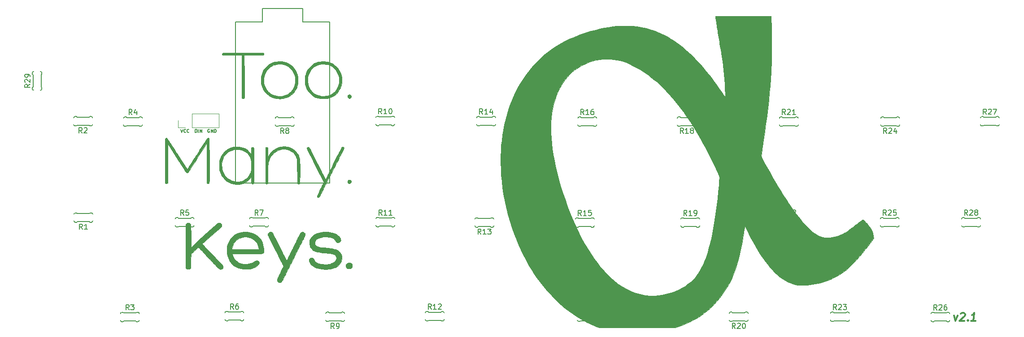
<source format=gto>
G04 #@! TF.GenerationSoftware,KiCad,Pcbnew,(5.0.2-5-10.14)*
G04 #@! TF.CreationDate,2019-09-09T23:33:01+01:00*
G04 #@! TF.ProjectId,alpha_pro_micro,616c7068-615f-4707-926f-5f6d6963726f,rev?*
G04 #@! TF.SameCoordinates,Original*
G04 #@! TF.FileFunction,Legend,Top*
G04 #@! TF.FilePolarity,Positive*
%FSLAX46Y46*%
G04 Gerber Fmt 4.6, Leading zero omitted, Abs format (unit mm)*
G04 Created by KiCad (PCBNEW (5.0.2-5-10.14)) date Monday, 09 September 2019 at 23:33:01*
%MOMM*%
%LPD*%
G01*
G04 APERTURE LIST*
%ADD10C,0.150000*%
%ADD11C,0.300000*%
%ADD12C,0.152400*%
%ADD13C,0.010000*%
%ADD14C,0.120000*%
G04 APERTURE END LIST*
D10*
X100470154Y-120560344D02*
X100413011Y-120531772D01*
X100327297Y-120531772D01*
X100241582Y-120560344D01*
X100184439Y-120617486D01*
X100155868Y-120674629D01*
X100127297Y-120788915D01*
X100127297Y-120874629D01*
X100155868Y-120988915D01*
X100184439Y-121046058D01*
X100241582Y-121103201D01*
X100327297Y-121131772D01*
X100384439Y-121131772D01*
X100470154Y-121103201D01*
X100498725Y-121074629D01*
X100498725Y-120874629D01*
X100384439Y-120874629D01*
X100755868Y-121131772D02*
X100755868Y-120531772D01*
X101098725Y-121131772D01*
X101098725Y-120531772D01*
X101384439Y-121131772D02*
X101384439Y-120531772D01*
X101527297Y-120531772D01*
X101613011Y-120560344D01*
X101670154Y-120617486D01*
X101698725Y-120674629D01*
X101727297Y-120788915D01*
X101727297Y-120874629D01*
X101698725Y-120988915D01*
X101670154Y-121046058D01*
X101613011Y-121103201D01*
X101527297Y-121131772D01*
X101384439Y-121131772D01*
X97773011Y-121131772D02*
X97773011Y-120531772D01*
X97915868Y-120531772D01*
X98001582Y-120560344D01*
X98058725Y-120617486D01*
X98087297Y-120674629D01*
X98115868Y-120788915D01*
X98115868Y-120874629D01*
X98087297Y-120988915D01*
X98058725Y-121046058D01*
X98001582Y-121103201D01*
X97915868Y-121131772D01*
X97773011Y-121131772D01*
X98373011Y-121131772D02*
X98373011Y-120531772D01*
X98658725Y-121131772D02*
X98658725Y-120531772D01*
X99001582Y-121131772D01*
X99001582Y-120531772D01*
X95047297Y-120531772D02*
X95247297Y-121131772D01*
X95447297Y-120531772D01*
X95990154Y-121074629D02*
X95961582Y-121103201D01*
X95875868Y-121131772D01*
X95818725Y-121131772D01*
X95733011Y-121103201D01*
X95675868Y-121046058D01*
X95647297Y-120988915D01*
X95618725Y-120874629D01*
X95618725Y-120788915D01*
X95647297Y-120674629D01*
X95675868Y-120617486D01*
X95733011Y-120560344D01*
X95818725Y-120531772D01*
X95875868Y-120531772D01*
X95961582Y-120560344D01*
X95990154Y-120588915D01*
X96590154Y-121074629D02*
X96561582Y-121103201D01*
X96475868Y-121131772D01*
X96418725Y-121131772D01*
X96333011Y-121103201D01*
X96275868Y-121046058D01*
X96247297Y-120988915D01*
X96218725Y-120874629D01*
X96218725Y-120788915D01*
X96247297Y-120674629D01*
X96275868Y-120617486D01*
X96333011Y-120560344D01*
X96418725Y-120531772D01*
X96475868Y-120531772D01*
X96561582Y-120560344D01*
X96590154Y-120588915D01*
D11*
X241006068Y-155781415D02*
X241238211Y-156781415D01*
X241720354Y-155781415D01*
X242264997Y-155424272D02*
X242345354Y-155352844D01*
X242497139Y-155281415D01*
X242854282Y-155281415D01*
X242988211Y-155352844D01*
X243050711Y-155424272D01*
X243104282Y-155567129D01*
X243086425Y-155709986D01*
X242988211Y-155924272D01*
X242023925Y-156781415D01*
X242952497Y-156781415D01*
X243613211Y-156638558D02*
X243675711Y-156709986D01*
X243595354Y-156781415D01*
X243532854Y-156709986D01*
X243613211Y-156638558D01*
X243595354Y-156781415D01*
X245095354Y-156781415D02*
X244238211Y-156781415D01*
X244666782Y-156781415D02*
X244854282Y-155281415D01*
X244684639Y-155495701D01*
X244523925Y-155638558D01*
X244372139Y-155709986D01*
D12*
G04 #@! TO.C,R29*
X67285000Y-109622000D02*
G75*
G03X67031000Y-109876000I0J-254000D01*
G01*
X68809000Y-109876000D02*
G75*
G03X68555000Y-109622000I-254000J0D01*
G01*
X68555000Y-113178000D02*
G75*
G03X68809000Y-112924000I0J254000D01*
G01*
X67031000Y-112924000D02*
G75*
G03X67285000Y-113178000I254000J0D01*
G01*
X68809000Y-109876000D02*
X68809000Y-110130000D01*
X67031000Y-109876000D02*
X67031000Y-110130000D01*
X68682000Y-110257000D02*
X68682000Y-112543000D01*
X68682000Y-110257000D02*
X68809000Y-110130000D01*
X67158000Y-110257000D02*
X67158000Y-112543000D01*
X67158000Y-110257000D02*
X67031000Y-110130000D01*
X68682000Y-112543000D02*
X68809000Y-112670000D01*
X68809000Y-112924000D02*
X68809000Y-112670000D01*
X67158000Y-112543000D02*
X67031000Y-112670000D01*
X67031000Y-112924000D02*
X67031000Y-112670000D01*
G04 #@! TO.C,R26*
X236906000Y-155171000D02*
X237160000Y-155171000D01*
X237287000Y-155298000D02*
X237160000Y-155171000D01*
X236906000Y-156949000D02*
X237160000Y-156949000D01*
X237287000Y-156822000D02*
X237160000Y-156949000D01*
X239573000Y-155298000D02*
X239700000Y-155171000D01*
X239573000Y-155298000D02*
X237287000Y-155298000D01*
X239573000Y-156822000D02*
X239700000Y-156949000D01*
X239573000Y-156822000D02*
X237287000Y-156822000D01*
X239954000Y-155171000D02*
X239700000Y-155171000D01*
X239954000Y-156949000D02*
X239700000Y-156949000D01*
X236906000Y-155171000D02*
G75*
G03X236652000Y-155425000I0J-254000D01*
G01*
X236652000Y-156695000D02*
G75*
G03X236906000Y-156949000I254000J0D01*
G01*
X239954000Y-156949000D02*
G75*
G03X240208000Y-156695000I0J254000D01*
G01*
X240208000Y-155425000D02*
G75*
G03X239954000Y-155171000I-254000J0D01*
G01*
G04 #@! TO.C,R1*
X74872000Y-137885000D02*
G75*
G03X75126000Y-138139000I254000J0D01*
G01*
X75126000Y-136361000D02*
G75*
G03X74872000Y-136615000I0J-254000D01*
G01*
X78428000Y-136615000D02*
G75*
G03X78174000Y-136361000I-254000J0D01*
G01*
X78174000Y-138139000D02*
G75*
G03X78428000Y-137885000I0J254000D01*
G01*
X75126000Y-136361000D02*
X75380000Y-136361000D01*
X75126000Y-138139000D02*
X75380000Y-138139000D01*
X75507000Y-136488000D02*
X77793000Y-136488000D01*
X75507000Y-136488000D02*
X75380000Y-136361000D01*
X75507000Y-138012000D02*
X77793000Y-138012000D01*
X75507000Y-138012000D02*
X75380000Y-138139000D01*
X77793000Y-136488000D02*
X77920000Y-136361000D01*
X78174000Y-136361000D02*
X77920000Y-136361000D01*
X77793000Y-138012000D02*
X77920000Y-138139000D01*
X78174000Y-138139000D02*
X77920000Y-138139000D01*
G04 #@! TO.C,R2*
X78124000Y-119919000D02*
X77870000Y-119919000D01*
X77743000Y-119792000D02*
X77870000Y-119919000D01*
X78124000Y-118141000D02*
X77870000Y-118141000D01*
X77743000Y-118268000D02*
X77870000Y-118141000D01*
X75457000Y-119792000D02*
X75330000Y-119919000D01*
X75457000Y-119792000D02*
X77743000Y-119792000D01*
X75457000Y-118268000D02*
X75330000Y-118141000D01*
X75457000Y-118268000D02*
X77743000Y-118268000D01*
X75076000Y-119919000D02*
X75330000Y-119919000D01*
X75076000Y-118141000D02*
X75330000Y-118141000D01*
X78124000Y-119919000D02*
G75*
G03X78378000Y-119665000I0J254000D01*
G01*
X78378000Y-118395000D02*
G75*
G03X78124000Y-118141000I-254000J0D01*
G01*
X75076000Y-118141000D02*
G75*
G03X74822000Y-118395000I0J-254000D01*
G01*
X74822000Y-119665000D02*
G75*
G03X75076000Y-119919000I254000J0D01*
G01*
G04 #@! TO.C,R3*
X87208000Y-155415000D02*
G75*
G03X86954000Y-155161000I-254000J0D01*
G01*
X86954000Y-156939000D02*
G75*
G03X87208000Y-156685000I0J254000D01*
G01*
X83652000Y-156685000D02*
G75*
G03X83906000Y-156939000I254000J0D01*
G01*
X83906000Y-155161000D02*
G75*
G03X83652000Y-155415000I0J-254000D01*
G01*
X86954000Y-156939000D02*
X86700000Y-156939000D01*
X86954000Y-155161000D02*
X86700000Y-155161000D01*
X86573000Y-156812000D02*
X84287000Y-156812000D01*
X86573000Y-156812000D02*
X86700000Y-156939000D01*
X86573000Y-155288000D02*
X84287000Y-155288000D01*
X86573000Y-155288000D02*
X86700000Y-155161000D01*
X84287000Y-156812000D02*
X84160000Y-156939000D01*
X83906000Y-156939000D02*
X84160000Y-156939000D01*
X84287000Y-155288000D02*
X84160000Y-155161000D01*
X83906000Y-155161000D02*
X84160000Y-155161000D01*
G04 #@! TO.C,R4*
X84486000Y-118221000D02*
X84740000Y-118221000D01*
X84867000Y-118348000D02*
X84740000Y-118221000D01*
X84486000Y-119999000D02*
X84740000Y-119999000D01*
X84867000Y-119872000D02*
X84740000Y-119999000D01*
X87153000Y-118348000D02*
X87280000Y-118221000D01*
X87153000Y-118348000D02*
X84867000Y-118348000D01*
X87153000Y-119872000D02*
X87280000Y-119999000D01*
X87153000Y-119872000D02*
X84867000Y-119872000D01*
X87534000Y-118221000D02*
X87280000Y-118221000D01*
X87534000Y-119999000D02*
X87280000Y-119999000D01*
X84486000Y-118221000D02*
G75*
G03X84232000Y-118475000I0J-254000D01*
G01*
X84232000Y-119745000D02*
G75*
G03X84486000Y-119999000I254000J0D01*
G01*
X87534000Y-119999000D02*
G75*
G03X87788000Y-119745000I0J254000D01*
G01*
X87788000Y-118475000D02*
G75*
G03X87534000Y-118221000I-254000J0D01*
G01*
G04 #@! TO.C,R5*
X97548000Y-137505000D02*
G75*
G03X97294000Y-137251000I-254000J0D01*
G01*
X97294000Y-139029000D02*
G75*
G03X97548000Y-138775000I0J254000D01*
G01*
X93992000Y-138775000D02*
G75*
G03X94246000Y-139029000I254000J0D01*
G01*
X94246000Y-137251000D02*
G75*
G03X93992000Y-137505000I0J-254000D01*
G01*
X97294000Y-139029000D02*
X97040000Y-139029000D01*
X97294000Y-137251000D02*
X97040000Y-137251000D01*
X96913000Y-138902000D02*
X94627000Y-138902000D01*
X96913000Y-138902000D02*
X97040000Y-139029000D01*
X96913000Y-137378000D02*
X94627000Y-137378000D01*
X96913000Y-137378000D02*
X97040000Y-137251000D01*
X94627000Y-138902000D02*
X94500000Y-139029000D01*
X94246000Y-139029000D02*
X94500000Y-139029000D01*
X94627000Y-137378000D02*
X94500000Y-137251000D01*
X94246000Y-137251000D02*
X94500000Y-137251000D01*
G04 #@! TO.C,R6*
X103636000Y-155011000D02*
X103890000Y-155011000D01*
X104017000Y-155138000D02*
X103890000Y-155011000D01*
X103636000Y-156789000D02*
X103890000Y-156789000D01*
X104017000Y-156662000D02*
X103890000Y-156789000D01*
X106303000Y-155138000D02*
X106430000Y-155011000D01*
X106303000Y-155138000D02*
X104017000Y-155138000D01*
X106303000Y-156662000D02*
X106430000Y-156789000D01*
X106303000Y-156662000D02*
X104017000Y-156662000D01*
X106684000Y-155011000D02*
X106430000Y-155011000D01*
X106684000Y-156789000D02*
X106430000Y-156789000D01*
X103636000Y-155011000D02*
G75*
G03X103382000Y-155265000I0J-254000D01*
G01*
X103382000Y-156535000D02*
G75*
G03X103636000Y-156789000I254000J0D01*
G01*
X106684000Y-156789000D02*
G75*
G03X106938000Y-156535000I0J254000D01*
G01*
X106938000Y-155265000D02*
G75*
G03X106684000Y-155011000I-254000J0D01*
G01*
G04 #@! TO.C,R7*
X111588000Y-137495000D02*
G75*
G03X111334000Y-137241000I-254000J0D01*
G01*
X111334000Y-139019000D02*
G75*
G03X111588000Y-138765000I0J254000D01*
G01*
X108032000Y-138765000D02*
G75*
G03X108286000Y-139019000I254000J0D01*
G01*
X108286000Y-137241000D02*
G75*
G03X108032000Y-137495000I0J-254000D01*
G01*
X111334000Y-139019000D02*
X111080000Y-139019000D01*
X111334000Y-137241000D02*
X111080000Y-137241000D01*
X110953000Y-138892000D02*
X108667000Y-138892000D01*
X110953000Y-138892000D02*
X111080000Y-139019000D01*
X110953000Y-137368000D02*
X108667000Y-137368000D01*
X110953000Y-137368000D02*
X111080000Y-137241000D01*
X108667000Y-138892000D02*
X108540000Y-139019000D01*
X108286000Y-139019000D02*
X108540000Y-139019000D01*
X108667000Y-137368000D02*
X108540000Y-137241000D01*
X108286000Y-137241000D02*
X108540000Y-137241000D01*
G04 #@! TO.C,R8*
X116174000Y-119999000D02*
X115920000Y-119999000D01*
X115793000Y-119872000D02*
X115920000Y-119999000D01*
X116174000Y-118221000D02*
X115920000Y-118221000D01*
X115793000Y-118348000D02*
X115920000Y-118221000D01*
X113507000Y-119872000D02*
X113380000Y-119999000D01*
X113507000Y-119872000D02*
X115793000Y-119872000D01*
X113507000Y-118348000D02*
X113380000Y-118221000D01*
X113507000Y-118348000D02*
X115793000Y-118348000D01*
X113126000Y-119999000D02*
X113380000Y-119999000D01*
X113126000Y-118221000D02*
X113380000Y-118221000D01*
X116174000Y-119999000D02*
G75*
G03X116428000Y-119745000I0J254000D01*
G01*
X116428000Y-118475000D02*
G75*
G03X116174000Y-118221000I-254000J0D01*
G01*
X113126000Y-118221000D02*
G75*
G03X112872000Y-118475000I0J-254000D01*
G01*
X112872000Y-119745000D02*
G75*
G03X113126000Y-119999000I254000J0D01*
G01*
G04 #@! TO.C,R9*
X122402000Y-156665000D02*
G75*
G03X122656000Y-156919000I254000J0D01*
G01*
X122656000Y-155141000D02*
G75*
G03X122402000Y-155395000I0J-254000D01*
G01*
X125958000Y-155395000D02*
G75*
G03X125704000Y-155141000I-254000J0D01*
G01*
X125704000Y-156919000D02*
G75*
G03X125958000Y-156665000I0J254000D01*
G01*
X122656000Y-155141000D02*
X122910000Y-155141000D01*
X122656000Y-156919000D02*
X122910000Y-156919000D01*
X123037000Y-155268000D02*
X125323000Y-155268000D01*
X123037000Y-155268000D02*
X122910000Y-155141000D01*
X123037000Y-156792000D02*
X125323000Y-156792000D01*
X123037000Y-156792000D02*
X122910000Y-156919000D01*
X125323000Y-155268000D02*
X125450000Y-155141000D01*
X125704000Y-155141000D02*
X125450000Y-155141000D01*
X125323000Y-156792000D02*
X125450000Y-156919000D01*
X125704000Y-156919000D02*
X125450000Y-156919000D01*
G04 #@! TO.C,R10*
X132106000Y-118071000D02*
X132360000Y-118071000D01*
X132487000Y-118198000D02*
X132360000Y-118071000D01*
X132106000Y-119849000D02*
X132360000Y-119849000D01*
X132487000Y-119722000D02*
X132360000Y-119849000D01*
X134773000Y-118198000D02*
X134900000Y-118071000D01*
X134773000Y-118198000D02*
X132487000Y-118198000D01*
X134773000Y-119722000D02*
X134900000Y-119849000D01*
X134773000Y-119722000D02*
X132487000Y-119722000D01*
X135154000Y-118071000D02*
X134900000Y-118071000D01*
X135154000Y-119849000D02*
X134900000Y-119849000D01*
X132106000Y-118071000D02*
G75*
G03X131852000Y-118325000I0J-254000D01*
G01*
X131852000Y-119595000D02*
G75*
G03X132106000Y-119849000I254000J0D01*
G01*
X135154000Y-119849000D02*
G75*
G03X135408000Y-119595000I0J254000D01*
G01*
X135408000Y-118325000D02*
G75*
G03X135154000Y-118071000I-254000J0D01*
G01*
G04 #@! TO.C,R11*
X135438000Y-137475000D02*
G75*
G03X135184000Y-137221000I-254000J0D01*
G01*
X135184000Y-138999000D02*
G75*
G03X135438000Y-138745000I0J254000D01*
G01*
X131882000Y-138745000D02*
G75*
G03X132136000Y-138999000I254000J0D01*
G01*
X132136000Y-137221000D02*
G75*
G03X131882000Y-137475000I0J-254000D01*
G01*
X135184000Y-138999000D02*
X134930000Y-138999000D01*
X135184000Y-137221000D02*
X134930000Y-137221000D01*
X134803000Y-138872000D02*
X132517000Y-138872000D01*
X134803000Y-138872000D02*
X134930000Y-138999000D01*
X134803000Y-137348000D02*
X132517000Y-137348000D01*
X134803000Y-137348000D02*
X134930000Y-137221000D01*
X132517000Y-138872000D02*
X132390000Y-138999000D01*
X132136000Y-138999000D02*
X132390000Y-138999000D01*
X132517000Y-137348000D02*
X132390000Y-137221000D01*
X132136000Y-137221000D02*
X132390000Y-137221000D01*
G04 #@! TO.C,R12*
X141446000Y-155031000D02*
X141700000Y-155031000D01*
X141827000Y-155158000D02*
X141700000Y-155031000D01*
X141446000Y-156809000D02*
X141700000Y-156809000D01*
X141827000Y-156682000D02*
X141700000Y-156809000D01*
X144113000Y-155158000D02*
X144240000Y-155031000D01*
X144113000Y-155158000D02*
X141827000Y-155158000D01*
X144113000Y-156682000D02*
X144240000Y-156809000D01*
X144113000Y-156682000D02*
X141827000Y-156682000D01*
X144494000Y-155031000D02*
X144240000Y-155031000D01*
X144494000Y-156809000D02*
X144240000Y-156809000D01*
X141446000Y-155031000D02*
G75*
G03X141192000Y-155285000I0J-254000D01*
G01*
X141192000Y-156555000D02*
G75*
G03X141446000Y-156809000I254000J0D01*
G01*
X144494000Y-156809000D02*
G75*
G03X144748000Y-156555000I0J254000D01*
G01*
X144748000Y-155285000D02*
G75*
G03X144494000Y-155031000I-254000J0D01*
G01*
G04 #@! TO.C,R13*
X150572000Y-138825000D02*
G75*
G03X150826000Y-139079000I254000J0D01*
G01*
X150826000Y-137301000D02*
G75*
G03X150572000Y-137555000I0J-254000D01*
G01*
X154128000Y-137555000D02*
G75*
G03X153874000Y-137301000I-254000J0D01*
G01*
X153874000Y-139079000D02*
G75*
G03X154128000Y-138825000I0J254000D01*
G01*
X150826000Y-137301000D02*
X151080000Y-137301000D01*
X150826000Y-139079000D02*
X151080000Y-139079000D01*
X151207000Y-137428000D02*
X153493000Y-137428000D01*
X151207000Y-137428000D02*
X151080000Y-137301000D01*
X151207000Y-138952000D02*
X153493000Y-138952000D01*
X151207000Y-138952000D02*
X151080000Y-139079000D01*
X153493000Y-137428000D02*
X153620000Y-137301000D01*
X153874000Y-137301000D02*
X153620000Y-137301000D01*
X153493000Y-138952000D02*
X153620000Y-139079000D01*
X153874000Y-139079000D02*
X153620000Y-139079000D01*
G04 #@! TO.C,R14*
X151156000Y-118121000D02*
X151410000Y-118121000D01*
X151537000Y-118248000D02*
X151410000Y-118121000D01*
X151156000Y-119899000D02*
X151410000Y-119899000D01*
X151537000Y-119772000D02*
X151410000Y-119899000D01*
X153823000Y-118248000D02*
X153950000Y-118121000D01*
X153823000Y-118248000D02*
X151537000Y-118248000D01*
X153823000Y-119772000D02*
X153950000Y-119899000D01*
X153823000Y-119772000D02*
X151537000Y-119772000D01*
X154204000Y-118121000D02*
X153950000Y-118121000D01*
X154204000Y-119899000D02*
X153950000Y-119899000D01*
X151156000Y-118121000D02*
G75*
G03X150902000Y-118375000I0J-254000D01*
G01*
X150902000Y-119645000D02*
G75*
G03X151156000Y-119899000I254000J0D01*
G01*
X154204000Y-119899000D02*
G75*
G03X154458000Y-119645000I0J254000D01*
G01*
X154458000Y-118375000D02*
G75*
G03X154204000Y-118121000I-254000J0D01*
G01*
G04 #@! TO.C,R15*
X173078000Y-137555000D02*
G75*
G03X172824000Y-137301000I-254000J0D01*
G01*
X172824000Y-139079000D02*
G75*
G03X173078000Y-138825000I0J254000D01*
G01*
X169522000Y-138825000D02*
G75*
G03X169776000Y-139079000I254000J0D01*
G01*
X169776000Y-137301000D02*
G75*
G03X169522000Y-137555000I0J-254000D01*
G01*
X172824000Y-139079000D02*
X172570000Y-139079000D01*
X172824000Y-137301000D02*
X172570000Y-137301000D01*
X172443000Y-138952000D02*
X170157000Y-138952000D01*
X172443000Y-138952000D02*
X172570000Y-139079000D01*
X172443000Y-137428000D02*
X170157000Y-137428000D01*
X172443000Y-137428000D02*
X172570000Y-137301000D01*
X170157000Y-138952000D02*
X170030000Y-139079000D01*
X169776000Y-139079000D02*
X170030000Y-139079000D01*
X170157000Y-137428000D02*
X170030000Y-137301000D01*
X169776000Y-137301000D02*
X170030000Y-137301000D01*
G04 #@! TO.C,R16*
X170246000Y-118211000D02*
X170500000Y-118211000D01*
X170627000Y-118338000D02*
X170500000Y-118211000D01*
X170246000Y-119989000D02*
X170500000Y-119989000D01*
X170627000Y-119862000D02*
X170500000Y-119989000D01*
X172913000Y-118338000D02*
X173040000Y-118211000D01*
X172913000Y-118338000D02*
X170627000Y-118338000D01*
X172913000Y-119862000D02*
X173040000Y-119989000D01*
X172913000Y-119862000D02*
X170627000Y-119862000D01*
X173294000Y-118211000D02*
X173040000Y-118211000D01*
X173294000Y-119989000D02*
X173040000Y-119989000D01*
X170246000Y-118211000D02*
G75*
G03X169992000Y-118465000I0J-254000D01*
G01*
X169992000Y-119735000D02*
G75*
G03X170246000Y-119989000I254000J0D01*
G01*
X173294000Y-119989000D02*
G75*
G03X173548000Y-119735000I0J254000D01*
G01*
X173548000Y-118465000D02*
G75*
G03X173294000Y-118211000I-254000J0D01*
G01*
G04 #@! TO.C,R17*
X173448000Y-155375000D02*
G75*
G03X173194000Y-155121000I-254000J0D01*
G01*
X173194000Y-156899000D02*
G75*
G03X173448000Y-156645000I0J254000D01*
G01*
X169892000Y-156645000D02*
G75*
G03X170146000Y-156899000I254000J0D01*
G01*
X170146000Y-155121000D02*
G75*
G03X169892000Y-155375000I0J-254000D01*
G01*
X173194000Y-156899000D02*
X172940000Y-156899000D01*
X173194000Y-155121000D02*
X172940000Y-155121000D01*
X172813000Y-156772000D02*
X170527000Y-156772000D01*
X172813000Y-156772000D02*
X172940000Y-156899000D01*
X172813000Y-155248000D02*
X170527000Y-155248000D01*
X172813000Y-155248000D02*
X172940000Y-155121000D01*
X170527000Y-156772000D02*
X170400000Y-156899000D01*
X170146000Y-156899000D02*
X170400000Y-156899000D01*
X170527000Y-155248000D02*
X170400000Y-155121000D01*
X170146000Y-155121000D02*
X170400000Y-155121000D01*
G04 #@! TO.C,R18*
X192084000Y-119989000D02*
X191830000Y-119989000D01*
X191703000Y-119862000D02*
X191830000Y-119989000D01*
X192084000Y-118211000D02*
X191830000Y-118211000D01*
X191703000Y-118338000D02*
X191830000Y-118211000D01*
X189417000Y-119862000D02*
X189290000Y-119989000D01*
X189417000Y-119862000D02*
X191703000Y-119862000D01*
X189417000Y-118338000D02*
X189290000Y-118211000D01*
X189417000Y-118338000D02*
X191703000Y-118338000D01*
X189036000Y-119989000D02*
X189290000Y-119989000D01*
X189036000Y-118211000D02*
X189290000Y-118211000D01*
X192084000Y-119989000D02*
G75*
G03X192338000Y-119735000I0J254000D01*
G01*
X192338000Y-118465000D02*
G75*
G03X192084000Y-118211000I-254000J0D01*
G01*
X189036000Y-118211000D02*
G75*
G03X188782000Y-118465000I0J-254000D01*
G01*
X188782000Y-119735000D02*
G75*
G03X189036000Y-119989000I254000J0D01*
G01*
G04 #@! TO.C,R19*
X192998000Y-137555000D02*
G75*
G03X192744000Y-137301000I-254000J0D01*
G01*
X192744000Y-139079000D02*
G75*
G03X192998000Y-138825000I0J254000D01*
G01*
X189442000Y-138825000D02*
G75*
G03X189696000Y-139079000I254000J0D01*
G01*
X189696000Y-137301000D02*
G75*
G03X189442000Y-137555000I0J-254000D01*
G01*
X192744000Y-139079000D02*
X192490000Y-139079000D01*
X192744000Y-137301000D02*
X192490000Y-137301000D01*
X192363000Y-138952000D02*
X190077000Y-138952000D01*
X192363000Y-138952000D02*
X192490000Y-139079000D01*
X192363000Y-137428000D02*
X190077000Y-137428000D01*
X192363000Y-137428000D02*
X192490000Y-137301000D01*
X190077000Y-138952000D02*
X189950000Y-139079000D01*
X189696000Y-139079000D02*
X189950000Y-139079000D01*
X190077000Y-137428000D02*
X189950000Y-137301000D01*
X189696000Y-137301000D02*
X189950000Y-137301000D01*
G04 #@! TO.C,R20*
X201884000Y-156899000D02*
X201630000Y-156899000D01*
X201503000Y-156772000D02*
X201630000Y-156899000D01*
X201884000Y-155121000D02*
X201630000Y-155121000D01*
X201503000Y-155248000D02*
X201630000Y-155121000D01*
X199217000Y-156772000D02*
X199090000Y-156899000D01*
X199217000Y-156772000D02*
X201503000Y-156772000D01*
X199217000Y-155248000D02*
X199090000Y-155121000D01*
X199217000Y-155248000D02*
X201503000Y-155248000D01*
X198836000Y-156899000D02*
X199090000Y-156899000D01*
X198836000Y-155121000D02*
X199090000Y-155121000D01*
X201884000Y-156899000D02*
G75*
G03X202138000Y-156645000I0J254000D01*
G01*
X202138000Y-155375000D02*
G75*
G03X201884000Y-155121000I-254000J0D01*
G01*
X198836000Y-155121000D02*
G75*
G03X198582000Y-155375000I0J-254000D01*
G01*
X198582000Y-156645000D02*
G75*
G03X198836000Y-156899000I254000J0D01*
G01*
G04 #@! TO.C,R21*
X211598000Y-118465000D02*
G75*
G03X211344000Y-118211000I-254000J0D01*
G01*
X211344000Y-119989000D02*
G75*
G03X211598000Y-119735000I0J254000D01*
G01*
X208042000Y-119735000D02*
G75*
G03X208296000Y-119989000I254000J0D01*
G01*
X208296000Y-118211000D02*
G75*
G03X208042000Y-118465000I0J-254000D01*
G01*
X211344000Y-119989000D02*
X211090000Y-119989000D01*
X211344000Y-118211000D02*
X211090000Y-118211000D01*
X210963000Y-119862000D02*
X208677000Y-119862000D01*
X210963000Y-119862000D02*
X211090000Y-119989000D01*
X210963000Y-118338000D02*
X208677000Y-118338000D01*
X210963000Y-118338000D02*
X211090000Y-118211000D01*
X208677000Y-119862000D02*
X208550000Y-119989000D01*
X208296000Y-119989000D02*
X208550000Y-119989000D01*
X208677000Y-118338000D02*
X208550000Y-118211000D01*
X208296000Y-118211000D02*
X208550000Y-118211000D01*
G04 #@! TO.C,R22*
X208316000Y-137221000D02*
X208570000Y-137221000D01*
X208697000Y-137348000D02*
X208570000Y-137221000D01*
X208316000Y-138999000D02*
X208570000Y-138999000D01*
X208697000Y-138872000D02*
X208570000Y-138999000D01*
X210983000Y-137348000D02*
X211110000Y-137221000D01*
X210983000Y-137348000D02*
X208697000Y-137348000D01*
X210983000Y-138872000D02*
X211110000Y-138999000D01*
X210983000Y-138872000D02*
X208697000Y-138872000D01*
X211364000Y-137221000D02*
X211110000Y-137221000D01*
X211364000Y-138999000D02*
X211110000Y-138999000D01*
X208316000Y-137221000D02*
G75*
G03X208062000Y-137475000I0J-254000D01*
G01*
X208062000Y-138745000D02*
G75*
G03X208316000Y-138999000I254000J0D01*
G01*
X211364000Y-138999000D02*
G75*
G03X211618000Y-138745000I0J254000D01*
G01*
X211618000Y-137475000D02*
G75*
G03X211364000Y-137221000I-254000J0D01*
G01*
G04 #@! TO.C,R23*
X221238000Y-155375000D02*
G75*
G03X220984000Y-155121000I-254000J0D01*
G01*
X220984000Y-156899000D02*
G75*
G03X221238000Y-156645000I0J254000D01*
G01*
X217682000Y-156645000D02*
G75*
G03X217936000Y-156899000I254000J0D01*
G01*
X217936000Y-155121000D02*
G75*
G03X217682000Y-155375000I0J-254000D01*
G01*
X220984000Y-156899000D02*
X220730000Y-156899000D01*
X220984000Y-155121000D02*
X220730000Y-155121000D01*
X220603000Y-156772000D02*
X218317000Y-156772000D01*
X220603000Y-156772000D02*
X220730000Y-156899000D01*
X220603000Y-155248000D02*
X218317000Y-155248000D01*
X220603000Y-155248000D02*
X220730000Y-155121000D01*
X218317000Y-156772000D02*
X218190000Y-156899000D01*
X217936000Y-156899000D02*
X218190000Y-156899000D01*
X218317000Y-155248000D02*
X218190000Y-155121000D01*
X217936000Y-155121000D02*
X218190000Y-155121000D01*
G04 #@! TO.C,R24*
X230474000Y-119999000D02*
X230220000Y-119999000D01*
X230093000Y-119872000D02*
X230220000Y-119999000D01*
X230474000Y-118221000D02*
X230220000Y-118221000D01*
X230093000Y-118348000D02*
X230220000Y-118221000D01*
X227807000Y-119872000D02*
X227680000Y-119999000D01*
X227807000Y-119872000D02*
X230093000Y-119872000D01*
X227807000Y-118348000D02*
X227680000Y-118221000D01*
X227807000Y-118348000D02*
X230093000Y-118348000D01*
X227426000Y-119999000D02*
X227680000Y-119999000D01*
X227426000Y-118221000D02*
X227680000Y-118221000D01*
X230474000Y-119999000D02*
G75*
G03X230728000Y-119745000I0J254000D01*
G01*
X230728000Y-118475000D02*
G75*
G03X230474000Y-118221000I-254000J0D01*
G01*
X227426000Y-118221000D02*
G75*
G03X227172000Y-118475000I0J-254000D01*
G01*
X227172000Y-119745000D02*
G75*
G03X227426000Y-119999000I254000J0D01*
G01*
G04 #@! TO.C,R25*
X230638000Y-137505000D02*
G75*
G03X230384000Y-137251000I-254000J0D01*
G01*
X230384000Y-139029000D02*
G75*
G03X230638000Y-138775000I0J254000D01*
G01*
X227082000Y-138775000D02*
G75*
G03X227336000Y-139029000I254000J0D01*
G01*
X227336000Y-137251000D02*
G75*
G03X227082000Y-137505000I0J-254000D01*
G01*
X230384000Y-139029000D02*
X230130000Y-139029000D01*
X230384000Y-137251000D02*
X230130000Y-137251000D01*
X230003000Y-138902000D02*
X227717000Y-138902000D01*
X230003000Y-138902000D02*
X230130000Y-139029000D01*
X230003000Y-137378000D02*
X227717000Y-137378000D01*
X230003000Y-137378000D02*
X230130000Y-137251000D01*
X227717000Y-138902000D02*
X227590000Y-139029000D01*
X227336000Y-139029000D02*
X227590000Y-139029000D01*
X227717000Y-137378000D02*
X227590000Y-137251000D01*
X227336000Y-137251000D02*
X227590000Y-137251000D01*
G04 #@! TO.C,R28*
X242696000Y-137251000D02*
X242950000Y-137251000D01*
X243077000Y-137378000D02*
X242950000Y-137251000D01*
X242696000Y-139029000D02*
X242950000Y-139029000D01*
X243077000Y-138902000D02*
X242950000Y-139029000D01*
X245363000Y-137378000D02*
X245490000Y-137251000D01*
X245363000Y-137378000D02*
X243077000Y-137378000D01*
X245363000Y-138902000D02*
X245490000Y-139029000D01*
X245363000Y-138902000D02*
X243077000Y-138902000D01*
X245744000Y-137251000D02*
X245490000Y-137251000D01*
X245744000Y-139029000D02*
X245490000Y-139029000D01*
X242696000Y-137251000D02*
G75*
G03X242442000Y-137505000I0J-254000D01*
G01*
X242442000Y-138775000D02*
G75*
G03X242696000Y-139029000I254000J0D01*
G01*
X245744000Y-139029000D02*
G75*
G03X245998000Y-138775000I0J254000D01*
G01*
X245998000Y-137505000D02*
G75*
G03X245744000Y-137251000I-254000J0D01*
G01*
G04 #@! TO.C,R27*
X249538000Y-118405000D02*
G75*
G03X249284000Y-118151000I-254000J0D01*
G01*
X249284000Y-119929000D02*
G75*
G03X249538000Y-119675000I0J254000D01*
G01*
X245982000Y-119675000D02*
G75*
G03X246236000Y-119929000I254000J0D01*
G01*
X246236000Y-118151000D02*
G75*
G03X245982000Y-118405000I0J-254000D01*
G01*
X249284000Y-119929000D02*
X249030000Y-119929000D01*
X249284000Y-118151000D02*
X249030000Y-118151000D01*
X248903000Y-119802000D02*
X246617000Y-119802000D01*
X248903000Y-119802000D02*
X249030000Y-119929000D01*
X248903000Y-118278000D02*
X246617000Y-118278000D01*
X248903000Y-118278000D02*
X249030000Y-118151000D01*
X246617000Y-119802000D02*
X246490000Y-119929000D01*
X246236000Y-119929000D02*
X246490000Y-119929000D01*
X246617000Y-118278000D02*
X246490000Y-118151000D01*
X246236000Y-118151000D02*
X246490000Y-118151000D01*
D10*
G04 #@! TO.C,U1*
X105410000Y-100250625D02*
X105410000Y-130730625D01*
X105410000Y-100250625D02*
X110490000Y-100250625D01*
X110490000Y-100250625D02*
X110490000Y-97710625D01*
X110490000Y-97710625D02*
X118110000Y-97710625D01*
X118110000Y-97710625D02*
X118110000Y-100250625D01*
X118110000Y-100250625D02*
X123190000Y-100250625D01*
X123190000Y-100250625D02*
X123190000Y-130730625D01*
X123190000Y-130730625D02*
X105410000Y-130730625D01*
D13*
G04 #@! TO.C,G\002A\002A\002A*
G36*
X126955735Y-113999226D02*
X127047879Y-114030618D01*
X127056372Y-114035842D01*
X127129443Y-114109497D01*
X127179511Y-114211082D01*
X127203777Y-114325931D01*
X127199442Y-114439377D01*
X127163705Y-114536754D01*
X127154581Y-114550280D01*
X127070681Y-114629149D01*
X126961881Y-114682750D01*
X126857331Y-114700722D01*
X126777214Y-114689314D01*
X126695639Y-114661569D01*
X126689915Y-114658786D01*
X126592756Y-114585928D01*
X126529287Y-114488608D01*
X126500291Y-114377268D01*
X126506552Y-114262348D01*
X126548853Y-114154292D01*
X126627978Y-114063541D01*
X126644319Y-114051174D01*
X126734471Y-114010229D01*
X126844771Y-113992672D01*
X126955735Y-113999226D01*
X126955735Y-113999226D01*
G37*
X126955735Y-113999226D02*
X127047879Y-114030618D01*
X127056372Y-114035842D01*
X127129443Y-114109497D01*
X127179511Y-114211082D01*
X127203777Y-114325931D01*
X127199442Y-114439377D01*
X127163705Y-114536754D01*
X127154581Y-114550280D01*
X127070681Y-114629149D01*
X126961881Y-114682750D01*
X126857331Y-114700722D01*
X126777214Y-114689314D01*
X126695639Y-114661569D01*
X126689915Y-114658786D01*
X126592756Y-114585928D01*
X126529287Y-114488608D01*
X126500291Y-114377268D01*
X126506552Y-114262348D01*
X126548853Y-114154292D01*
X126627978Y-114063541D01*
X126644319Y-114051174D01*
X126734471Y-114010229D01*
X126844771Y-113992672D01*
X126955735Y-113999226D01*
G36*
X110677589Y-106160360D02*
X110728743Y-106238248D01*
X110741173Y-106329233D01*
X110714727Y-106417892D01*
X110680612Y-106463077D01*
X110621740Y-106521949D01*
X107016104Y-106521949D01*
X107034012Y-110522709D01*
X107036293Y-111038151D01*
X107038303Y-111507787D01*
X107040030Y-111933779D01*
X107041463Y-112318291D01*
X107042590Y-112663486D01*
X107043400Y-112971525D01*
X107043883Y-113244573D01*
X107044026Y-113484791D01*
X107043818Y-113694343D01*
X107043248Y-113875392D01*
X107042304Y-114030100D01*
X107040976Y-114160631D01*
X107039252Y-114269147D01*
X107037120Y-114357811D01*
X107034569Y-114428786D01*
X107031588Y-114484235D01*
X107028166Y-114526321D01*
X107024290Y-114557206D01*
X107019951Y-114579053D01*
X107015136Y-114594026D01*
X107012640Y-114599430D01*
X106945218Y-114681291D01*
X106850781Y-114727803D01*
X106738879Y-114734667D01*
X106718999Y-114731617D01*
X106667517Y-114707988D01*
X106613099Y-114663747D01*
X106611067Y-114661612D01*
X106554120Y-114600996D01*
X106547918Y-110561473D01*
X106541715Y-106521949D01*
X104758281Y-106521949D01*
X104423415Y-106521928D01*
X104133192Y-106521806D01*
X103884285Y-106521493D01*
X103673368Y-106520899D01*
X103497113Y-106519935D01*
X103352194Y-106518512D01*
X103235284Y-106516540D01*
X103143056Y-106513928D01*
X103072184Y-106510589D01*
X103019341Y-106506432D01*
X102981200Y-106501367D01*
X102954434Y-106495305D01*
X102935716Y-106488157D01*
X102921720Y-106479833D01*
X102911652Y-106472238D01*
X102860993Y-106404730D01*
X102844349Y-106319203D01*
X102861786Y-106231530D01*
X102910349Y-106160360D01*
X102972244Y-106102213D01*
X110615695Y-106102213D01*
X110677589Y-106160360D01*
X110677589Y-106160360D01*
G37*
X110677589Y-106160360D02*
X110728743Y-106238248D01*
X110741173Y-106329233D01*
X110714727Y-106417892D01*
X110680612Y-106463077D01*
X110621740Y-106521949D01*
X107016104Y-106521949D01*
X107034012Y-110522709D01*
X107036293Y-111038151D01*
X107038303Y-111507787D01*
X107040030Y-111933779D01*
X107041463Y-112318291D01*
X107042590Y-112663486D01*
X107043400Y-112971525D01*
X107043883Y-113244573D01*
X107044026Y-113484791D01*
X107043818Y-113694343D01*
X107043248Y-113875392D01*
X107042304Y-114030100D01*
X107040976Y-114160631D01*
X107039252Y-114269147D01*
X107037120Y-114357811D01*
X107034569Y-114428786D01*
X107031588Y-114484235D01*
X107028166Y-114526321D01*
X107024290Y-114557206D01*
X107019951Y-114579053D01*
X107015136Y-114594026D01*
X107012640Y-114599430D01*
X106945218Y-114681291D01*
X106850781Y-114727803D01*
X106738879Y-114734667D01*
X106718999Y-114731617D01*
X106667517Y-114707988D01*
X106613099Y-114663747D01*
X106611067Y-114661612D01*
X106554120Y-114600996D01*
X106547918Y-110561473D01*
X106541715Y-106521949D01*
X104758281Y-106521949D01*
X104423415Y-106521928D01*
X104133192Y-106521806D01*
X103884285Y-106521493D01*
X103673368Y-106520899D01*
X103497113Y-106519935D01*
X103352194Y-106518512D01*
X103235284Y-106516540D01*
X103143056Y-106513928D01*
X103072184Y-106510589D01*
X103019341Y-106506432D01*
X102981200Y-106501367D01*
X102954434Y-106495305D01*
X102935716Y-106488157D01*
X102921720Y-106479833D01*
X102911652Y-106472238D01*
X102860993Y-106404730D01*
X102844349Y-106319203D01*
X102861786Y-106231530D01*
X102910349Y-106160360D01*
X102972244Y-106102213D01*
X110615695Y-106102213D01*
X110677589Y-106160360D01*
G36*
X122448646Y-107741146D02*
X122785124Y-107793904D01*
X123093749Y-107874364D01*
X123101272Y-107876816D01*
X123458479Y-108018749D01*
X123794910Y-108202355D01*
X124107891Y-108424882D01*
X124394745Y-108683578D01*
X124652795Y-108975691D01*
X124879367Y-109298470D01*
X125071783Y-109649163D01*
X125227367Y-110025018D01*
X125247466Y-110083705D01*
X125313182Y-110294158D01*
X125361731Y-110484831D01*
X125395307Y-110669975D01*
X125416101Y-110863843D01*
X125426308Y-111080685D01*
X125428332Y-111258965D01*
X125420284Y-111583104D01*
X125394102Y-111873066D01*
X125347401Y-112139987D01*
X125277796Y-112395001D01*
X125182901Y-112649242D01*
X125084053Y-112865953D01*
X124883576Y-113224874D01*
X124650549Y-113548678D01*
X124385667Y-113836827D01*
X124089627Y-114088782D01*
X123763125Y-114304007D01*
X123406858Y-114481964D01*
X123021522Y-114622113D01*
X122704253Y-114704185D01*
X122561006Y-114727863D01*
X122382741Y-114746055D01*
X122182130Y-114758458D01*
X121971844Y-114764773D01*
X121764554Y-114764697D01*
X121572931Y-114757931D01*
X121409647Y-114744173D01*
X121352798Y-114736275D01*
X120946226Y-114648966D01*
X120566500Y-114522195D01*
X120212086Y-114355172D01*
X119881448Y-114147106D01*
X119573051Y-113897207D01*
X119404851Y-113733907D01*
X119147816Y-113436760D01*
X118932286Y-113118499D01*
X118755507Y-112774555D01*
X118630510Y-112449126D01*
X118564047Y-112231284D01*
X118515310Y-112027877D01*
X118482162Y-111824684D01*
X118462465Y-111607483D01*
X118454081Y-111362054D01*
X118453524Y-111284035D01*
X118966302Y-111284035D01*
X118987986Y-111679433D01*
X119052909Y-112054621D01*
X119160871Y-112409107D01*
X119311675Y-112742398D01*
X119505125Y-113053999D01*
X119741022Y-113343419D01*
X119826764Y-113432591D01*
X120097743Y-113673654D01*
X120389401Y-113874445D01*
X120705132Y-114036681D01*
X121048334Y-114162082D01*
X121422403Y-114252366D01*
X121460730Y-114259368D01*
X121615223Y-114277765D01*
X121802492Y-114285864D01*
X122008586Y-114284201D01*
X122219551Y-114273313D01*
X122421434Y-114253735D01*
X122600282Y-114226005D01*
X122659975Y-114213283D01*
X123028759Y-114103807D01*
X123371461Y-113955149D01*
X123686107Y-113769223D01*
X123970726Y-113547940D01*
X124223344Y-113293212D01*
X124441990Y-113006952D01*
X124624690Y-112691072D01*
X124769473Y-112347485D01*
X124846730Y-112093339D01*
X124896952Y-111844217D01*
X124927989Y-111568330D01*
X124939074Y-111283204D01*
X124929439Y-111006370D01*
X124903894Y-110787666D01*
X124820233Y-110410693D01*
X124697306Y-110052789D01*
X124537442Y-109717317D01*
X124342969Y-109407643D01*
X124116215Y-109127131D01*
X123859510Y-108879144D01*
X123575181Y-108667049D01*
X123343099Y-108532470D01*
X123065677Y-108407343D01*
X122781490Y-108315506D01*
X122481401Y-108254942D01*
X122156268Y-108223639D01*
X121916443Y-108218037D01*
X121528694Y-108238677D01*
X121166489Y-108299498D01*
X120828197Y-108401152D01*
X120512184Y-108544292D01*
X120216818Y-108729571D01*
X119940467Y-108957641D01*
X119852477Y-109043101D01*
X119611412Y-109320102D01*
X119405931Y-109626806D01*
X119237703Y-109958993D01*
X119108397Y-110312439D01*
X119019684Y-110682924D01*
X118973233Y-111066225D01*
X118966302Y-111284035D01*
X118453524Y-111284035D01*
X118453430Y-111270957D01*
X118456196Y-111047182D01*
X118466881Y-110855588D01*
X118487794Y-110680717D01*
X118521247Y-110507109D01*
X118569549Y-110319306D01*
X118621857Y-110143874D01*
X118763714Y-109760592D01*
X118942225Y-109402112D01*
X119154872Y-109071123D01*
X119399135Y-108770314D01*
X119672494Y-108502375D01*
X119972430Y-108269995D01*
X120296424Y-108075863D01*
X120641956Y-107922669D01*
X120732703Y-107890648D01*
X121043771Y-107805856D01*
X121381877Y-107748445D01*
X121736044Y-107718481D01*
X122095293Y-107716026D01*
X122448646Y-107741146D01*
X122448646Y-107741146D01*
G37*
X122448646Y-107741146D02*
X122785124Y-107793904D01*
X123093749Y-107874364D01*
X123101272Y-107876816D01*
X123458479Y-108018749D01*
X123794910Y-108202355D01*
X124107891Y-108424882D01*
X124394745Y-108683578D01*
X124652795Y-108975691D01*
X124879367Y-109298470D01*
X125071783Y-109649163D01*
X125227367Y-110025018D01*
X125247466Y-110083705D01*
X125313182Y-110294158D01*
X125361731Y-110484831D01*
X125395307Y-110669975D01*
X125416101Y-110863843D01*
X125426308Y-111080685D01*
X125428332Y-111258965D01*
X125420284Y-111583104D01*
X125394102Y-111873066D01*
X125347401Y-112139987D01*
X125277796Y-112395001D01*
X125182901Y-112649242D01*
X125084053Y-112865953D01*
X124883576Y-113224874D01*
X124650549Y-113548678D01*
X124385667Y-113836827D01*
X124089627Y-114088782D01*
X123763125Y-114304007D01*
X123406858Y-114481964D01*
X123021522Y-114622113D01*
X122704253Y-114704185D01*
X122561006Y-114727863D01*
X122382741Y-114746055D01*
X122182130Y-114758458D01*
X121971844Y-114764773D01*
X121764554Y-114764697D01*
X121572931Y-114757931D01*
X121409647Y-114744173D01*
X121352798Y-114736275D01*
X120946226Y-114648966D01*
X120566500Y-114522195D01*
X120212086Y-114355172D01*
X119881448Y-114147106D01*
X119573051Y-113897207D01*
X119404851Y-113733907D01*
X119147816Y-113436760D01*
X118932286Y-113118499D01*
X118755507Y-112774555D01*
X118630510Y-112449126D01*
X118564047Y-112231284D01*
X118515310Y-112027877D01*
X118482162Y-111824684D01*
X118462465Y-111607483D01*
X118454081Y-111362054D01*
X118453524Y-111284035D01*
X118966302Y-111284035D01*
X118987986Y-111679433D01*
X119052909Y-112054621D01*
X119160871Y-112409107D01*
X119311675Y-112742398D01*
X119505125Y-113053999D01*
X119741022Y-113343419D01*
X119826764Y-113432591D01*
X120097743Y-113673654D01*
X120389401Y-113874445D01*
X120705132Y-114036681D01*
X121048334Y-114162082D01*
X121422403Y-114252366D01*
X121460730Y-114259368D01*
X121615223Y-114277765D01*
X121802492Y-114285864D01*
X122008586Y-114284201D01*
X122219551Y-114273313D01*
X122421434Y-114253735D01*
X122600282Y-114226005D01*
X122659975Y-114213283D01*
X123028759Y-114103807D01*
X123371461Y-113955149D01*
X123686107Y-113769223D01*
X123970726Y-113547940D01*
X124223344Y-113293212D01*
X124441990Y-113006952D01*
X124624690Y-112691072D01*
X124769473Y-112347485D01*
X124846730Y-112093339D01*
X124896952Y-111844217D01*
X124927989Y-111568330D01*
X124939074Y-111283204D01*
X124929439Y-111006370D01*
X124903894Y-110787666D01*
X124820233Y-110410693D01*
X124697306Y-110052789D01*
X124537442Y-109717317D01*
X124342969Y-109407643D01*
X124116215Y-109127131D01*
X123859510Y-108879144D01*
X123575181Y-108667049D01*
X123343099Y-108532470D01*
X123065677Y-108407343D01*
X122781490Y-108315506D01*
X122481401Y-108254942D01*
X122156268Y-108223639D01*
X121916443Y-108218037D01*
X121528694Y-108238677D01*
X121166489Y-108299498D01*
X120828197Y-108401152D01*
X120512184Y-108544292D01*
X120216818Y-108729571D01*
X119940467Y-108957641D01*
X119852477Y-109043101D01*
X119611412Y-109320102D01*
X119405931Y-109626806D01*
X119237703Y-109958993D01*
X119108397Y-110312439D01*
X119019684Y-110682924D01*
X118973233Y-111066225D01*
X118966302Y-111284035D01*
X118453524Y-111284035D01*
X118453430Y-111270957D01*
X118456196Y-111047182D01*
X118466881Y-110855588D01*
X118487794Y-110680717D01*
X118521247Y-110507109D01*
X118569549Y-110319306D01*
X118621857Y-110143874D01*
X118763714Y-109760592D01*
X118942225Y-109402112D01*
X119154872Y-109071123D01*
X119399135Y-108770314D01*
X119672494Y-108502375D01*
X119972430Y-108269995D01*
X120296424Y-108075863D01*
X120641956Y-107922669D01*
X120732703Y-107890648D01*
X121043771Y-107805856D01*
X121381877Y-107748445D01*
X121736044Y-107718481D01*
X122095293Y-107716026D01*
X122448646Y-107741146D01*
G36*
X114137244Y-107735839D02*
X114444898Y-107780221D01*
X114815694Y-107875408D01*
X115169787Y-108014103D01*
X115504315Y-108193882D01*
X115816411Y-108412324D01*
X116103210Y-108667006D01*
X116361849Y-108955504D01*
X116589461Y-109275396D01*
X116783182Y-109624259D01*
X116878695Y-109838462D01*
X117014871Y-110230719D01*
X117107140Y-110628996D01*
X117156167Y-111029561D01*
X117162620Y-111428679D01*
X117127165Y-111822618D01*
X117050470Y-112207644D01*
X116933199Y-112580024D01*
X116776021Y-112936024D01*
X116579603Y-113271911D01*
X116344609Y-113583951D01*
X116177271Y-113766397D01*
X115880467Y-114034392D01*
X115561135Y-114260716D01*
X115218070Y-114445968D01*
X114850066Y-114590749D01*
X114455920Y-114695657D01*
X114228225Y-114736478D01*
X114056834Y-114755225D01*
X113854460Y-114766107D01*
X113637220Y-114769147D01*
X113421231Y-114764370D01*
X113222608Y-114751798D01*
X113078011Y-114734777D01*
X112724908Y-114661267D01*
X112378162Y-114552438D01*
X112047485Y-114412316D01*
X111742586Y-114244929D01*
X111512794Y-114085654D01*
X111204397Y-113817485D01*
X110934425Y-113520760D01*
X110703370Y-113196288D01*
X110511725Y-112844877D01*
X110359981Y-112467332D01*
X110248629Y-112064463D01*
X110231556Y-111982472D01*
X110198499Y-111760517D01*
X110179283Y-111509941D01*
X110175100Y-111304542D01*
X110695795Y-111304542D01*
X110698664Y-111496908D01*
X110708564Y-111670235D01*
X110725181Y-111807803D01*
X110811073Y-112178501D01*
X110937519Y-112528149D01*
X111102163Y-112854039D01*
X111302645Y-113153461D01*
X111536608Y-113423709D01*
X111801693Y-113662074D01*
X112095541Y-113865847D01*
X112415794Y-114032319D01*
X112760095Y-114158783D01*
X112776486Y-114163598D01*
X113111684Y-114241137D01*
X113457594Y-114284060D01*
X113800247Y-114291266D01*
X114088562Y-114267108D01*
X114464376Y-114192563D01*
X114820096Y-114077289D01*
X115152870Y-113923223D01*
X115459840Y-113732299D01*
X115738153Y-113506454D01*
X115984954Y-113247622D01*
X116197387Y-112957739D01*
X116312682Y-112759296D01*
X116463817Y-112424352D01*
X116572136Y-112078156D01*
X116638834Y-111724649D01*
X116665109Y-111367774D01*
X116652159Y-111011470D01*
X116601181Y-110659680D01*
X116513371Y-110316343D01*
X116389928Y-109985402D01*
X116232048Y-109670798D01*
X116040928Y-109376470D01*
X115817766Y-109106362D01*
X115563760Y-108864413D01*
X115280105Y-108654566D01*
X115020787Y-108506479D01*
X114728595Y-108384473D01*
X114409351Y-108294854D01*
X114071790Y-108238064D01*
X113724645Y-108214545D01*
X113376651Y-108224740D01*
X113036542Y-108269090D01*
X112713052Y-108348037D01*
X112604701Y-108384166D01*
X112275643Y-108527290D01*
X111971302Y-108710320D01*
X111693591Y-108930960D01*
X111444424Y-109186911D01*
X111225715Y-109475876D01*
X111039379Y-109795557D01*
X110887328Y-110143659D01*
X110771477Y-110517882D01*
X110749261Y-110611373D01*
X110726690Y-110746553D01*
X110710076Y-110916031D01*
X110699688Y-111106472D01*
X110695795Y-111304542D01*
X110175100Y-111304542D01*
X110173916Y-111246413D01*
X110182404Y-110985598D01*
X110204754Y-110743162D01*
X110230932Y-110581262D01*
X110335205Y-110170255D01*
X110476657Y-109783453D01*
X110653296Y-109423010D01*
X110863128Y-109091083D01*
X111104161Y-108789827D01*
X111374401Y-108521399D01*
X111671856Y-108287953D01*
X111994532Y-108091645D01*
X112340437Y-107934632D01*
X112707577Y-107819069D01*
X112805788Y-107796182D01*
X113116591Y-107744768D01*
X113452843Y-107717469D01*
X113798431Y-107714440D01*
X114137244Y-107735839D01*
X114137244Y-107735839D01*
G37*
X114137244Y-107735839D02*
X114444898Y-107780221D01*
X114815694Y-107875408D01*
X115169787Y-108014103D01*
X115504315Y-108193882D01*
X115816411Y-108412324D01*
X116103210Y-108667006D01*
X116361849Y-108955504D01*
X116589461Y-109275396D01*
X116783182Y-109624259D01*
X116878695Y-109838462D01*
X117014871Y-110230719D01*
X117107140Y-110628996D01*
X117156167Y-111029561D01*
X117162620Y-111428679D01*
X117127165Y-111822618D01*
X117050470Y-112207644D01*
X116933199Y-112580024D01*
X116776021Y-112936024D01*
X116579603Y-113271911D01*
X116344609Y-113583951D01*
X116177271Y-113766397D01*
X115880467Y-114034392D01*
X115561135Y-114260716D01*
X115218070Y-114445968D01*
X114850066Y-114590749D01*
X114455920Y-114695657D01*
X114228225Y-114736478D01*
X114056834Y-114755225D01*
X113854460Y-114766107D01*
X113637220Y-114769147D01*
X113421231Y-114764370D01*
X113222608Y-114751798D01*
X113078011Y-114734777D01*
X112724908Y-114661267D01*
X112378162Y-114552438D01*
X112047485Y-114412316D01*
X111742586Y-114244929D01*
X111512794Y-114085654D01*
X111204397Y-113817485D01*
X110934425Y-113520760D01*
X110703370Y-113196288D01*
X110511725Y-112844877D01*
X110359981Y-112467332D01*
X110248629Y-112064463D01*
X110231556Y-111982472D01*
X110198499Y-111760517D01*
X110179283Y-111509941D01*
X110175100Y-111304542D01*
X110695795Y-111304542D01*
X110698664Y-111496908D01*
X110708564Y-111670235D01*
X110725181Y-111807803D01*
X110811073Y-112178501D01*
X110937519Y-112528149D01*
X111102163Y-112854039D01*
X111302645Y-113153461D01*
X111536608Y-113423709D01*
X111801693Y-113662074D01*
X112095541Y-113865847D01*
X112415794Y-114032319D01*
X112760095Y-114158783D01*
X112776486Y-114163598D01*
X113111684Y-114241137D01*
X113457594Y-114284060D01*
X113800247Y-114291266D01*
X114088562Y-114267108D01*
X114464376Y-114192563D01*
X114820096Y-114077289D01*
X115152870Y-113923223D01*
X115459840Y-113732299D01*
X115738153Y-113506454D01*
X115984954Y-113247622D01*
X116197387Y-112957739D01*
X116312682Y-112759296D01*
X116463817Y-112424352D01*
X116572136Y-112078156D01*
X116638834Y-111724649D01*
X116665109Y-111367774D01*
X116652159Y-111011470D01*
X116601181Y-110659680D01*
X116513371Y-110316343D01*
X116389928Y-109985402D01*
X116232048Y-109670798D01*
X116040928Y-109376470D01*
X115817766Y-109106362D01*
X115563760Y-108864413D01*
X115280105Y-108654566D01*
X115020787Y-108506479D01*
X114728595Y-108384473D01*
X114409351Y-108294854D01*
X114071790Y-108238064D01*
X113724645Y-108214545D01*
X113376651Y-108224740D01*
X113036542Y-108269090D01*
X112713052Y-108348037D01*
X112604701Y-108384166D01*
X112275643Y-108527290D01*
X111971302Y-108710320D01*
X111693591Y-108930960D01*
X111444424Y-109186911D01*
X111225715Y-109475876D01*
X111039379Y-109795557D01*
X110887328Y-110143659D01*
X110771477Y-110517882D01*
X110749261Y-110611373D01*
X110726690Y-110746553D01*
X110710076Y-110916031D01*
X110699688Y-111106472D01*
X110695795Y-111304542D01*
X110175100Y-111304542D01*
X110173916Y-111246413D01*
X110182404Y-110985598D01*
X110204754Y-110743162D01*
X110230932Y-110581262D01*
X110335205Y-110170255D01*
X110476657Y-109783453D01*
X110653296Y-109423010D01*
X110863128Y-109091083D01*
X111104161Y-108789827D01*
X111374401Y-108521399D01*
X111671856Y-108287953D01*
X111994532Y-108091645D01*
X112340437Y-107934632D01*
X112707577Y-107819069D01*
X112805788Y-107796182D01*
X113116591Y-107744768D01*
X113452843Y-107717469D01*
X113798431Y-107714440D01*
X114137244Y-107735839D01*
G36*
X126959326Y-130131468D02*
X127049995Y-130159465D01*
X127124005Y-130222751D01*
X127175489Y-130316610D01*
X127201680Y-130427906D01*
X127199807Y-130543499D01*
X127167104Y-130650253D01*
X127157237Y-130668351D01*
X127084235Y-130747606D01*
X126983096Y-130798798D01*
X126866420Y-130819191D01*
X126746807Y-130806049D01*
X126666931Y-130774817D01*
X126580551Y-130703689D01*
X126525138Y-130607015D01*
X126500979Y-130496128D01*
X126508362Y-130382358D01*
X126547575Y-130277037D01*
X126618905Y-130191496D01*
X126651540Y-130168310D01*
X126738519Y-130136194D01*
X126848200Y-130123756D01*
X126959326Y-130131468D01*
X126959326Y-130131468D01*
G37*
X126959326Y-130131468D02*
X127049995Y-130159465D01*
X127124005Y-130222751D01*
X127175489Y-130316610D01*
X127201680Y-130427906D01*
X127199807Y-130543499D01*
X127167104Y-130650253D01*
X127157237Y-130668351D01*
X127084235Y-130747606D01*
X126983096Y-130798798D01*
X126866420Y-130819191D01*
X126746807Y-130806049D01*
X126666931Y-130774817D01*
X126580551Y-130703689D01*
X126525138Y-130607015D01*
X126500979Y-130496128D01*
X126508362Y-130382358D01*
X126547575Y-130277037D01*
X126618905Y-130191496D01*
X126651540Y-130168310D01*
X126738519Y-130136194D01*
X126848200Y-130123756D01*
X126959326Y-130131468D01*
G36*
X92383187Y-122211099D02*
X92396753Y-122217529D01*
X92412101Y-122228143D01*
X92430531Y-122244891D01*
X92453338Y-122269723D01*
X92481821Y-122304590D01*
X92517277Y-122351441D01*
X92561005Y-122412228D01*
X92614300Y-122488901D01*
X92678462Y-122583409D01*
X92754788Y-122697704D01*
X92844574Y-122833735D01*
X92949120Y-122993454D01*
X93069722Y-123178809D01*
X93207678Y-123391752D01*
X93364285Y-123634233D01*
X93540842Y-123908201D01*
X93738645Y-124215609D01*
X93958993Y-124558405D01*
X94203182Y-124938540D01*
X94352474Y-125171019D01*
X94571153Y-125511343D01*
X94782912Y-125840444D01*
X94986290Y-126156075D01*
X95179828Y-126455988D01*
X95362066Y-126737937D01*
X95531545Y-126999675D01*
X95686805Y-127238955D01*
X95826386Y-127453530D01*
X95948829Y-127641153D01*
X96052674Y-127799578D01*
X96136462Y-127926557D01*
X96198732Y-128019844D01*
X96238026Y-128077192D01*
X96252843Y-128096359D01*
X96268066Y-128076495D01*
X96307571Y-128018410D01*
X96369900Y-127924361D01*
X96453597Y-127796608D01*
X96557206Y-127637408D01*
X96679269Y-127449021D01*
X96818330Y-127233704D01*
X96972933Y-126993715D01*
X97141619Y-126731315D01*
X97322933Y-126448760D01*
X97515418Y-126148309D01*
X97717616Y-125832221D01*
X97928073Y-125502754D01*
X98132320Y-125182574D01*
X98391767Y-124775725D01*
X98626779Y-124407499D01*
X98838600Y-124076001D01*
X99028475Y-123779337D01*
X99197647Y-123515612D01*
X99347361Y-123282932D01*
X99478862Y-123079403D01*
X99593393Y-122903129D01*
X99692200Y-122752217D01*
X99776527Y-122624772D01*
X99847617Y-122518899D01*
X99906716Y-122432705D01*
X99955068Y-122364294D01*
X99993917Y-122311772D01*
X100024507Y-122273245D01*
X100048084Y-122246819D01*
X100065890Y-122230597D01*
X100075399Y-122224398D01*
X100177857Y-122193417D01*
X100272942Y-122209694D01*
X100357010Y-122271204D01*
X100413988Y-122331852D01*
X100420882Y-126437335D01*
X100421538Y-126878633D01*
X100422012Y-127307652D01*
X100422306Y-127721873D01*
X100422427Y-128118776D01*
X100422377Y-128495842D01*
X100422163Y-128850552D01*
X100421788Y-129180388D01*
X100421257Y-129482830D01*
X100420575Y-129755359D01*
X100419746Y-129995457D01*
X100418775Y-130200603D01*
X100417666Y-130368280D01*
X100416424Y-130495967D01*
X100415053Y-130581146D01*
X100413559Y-130621298D01*
X100413296Y-130623448D01*
X100374745Y-130723283D01*
X100303304Y-130789126D01*
X100202939Y-130817689D01*
X100177887Y-130818644D01*
X100073061Y-130803430D01*
X100014898Y-130772795D01*
X99958275Y-130726946D01*
X99946283Y-126978330D01*
X99934290Y-123229714D01*
X98210688Y-125938863D01*
X98001075Y-126268012D01*
X97797738Y-126586678D01*
X97602244Y-126892440D01*
X97416156Y-127182876D01*
X97241040Y-127455563D01*
X97078462Y-127708081D01*
X96929986Y-127938006D01*
X96797176Y-128142917D01*
X96681599Y-128320393D01*
X96584819Y-128468011D01*
X96508402Y-128583349D01*
X96453911Y-128663986D01*
X96422913Y-128707499D01*
X96417439Y-128713970D01*
X96328314Y-128767544D01*
X96224793Y-128779330D01*
X96117998Y-128748164D01*
X96113505Y-128745844D01*
X96094129Y-128726121D01*
X96056915Y-128677528D01*
X96001220Y-128599080D01*
X95926396Y-128489793D01*
X95831799Y-128348679D01*
X95716782Y-128174755D01*
X95580699Y-127967034D01*
X95422906Y-127724532D01*
X95242756Y-127446263D01*
X95039603Y-127131241D01*
X94812803Y-126778482D01*
X94561708Y-126387000D01*
X94309833Y-125993578D01*
X92570929Y-123275396D01*
X92558936Y-126985127D01*
X92546944Y-130694859D01*
X92488797Y-130756752D01*
X92437563Y-130798384D01*
X92375266Y-130815779D01*
X92320903Y-130817881D01*
X92245684Y-130811256D01*
X92186749Y-130795509D01*
X92173100Y-130787900D01*
X92131167Y-130743111D01*
X92107141Y-130706293D01*
X92103837Y-130676428D01*
X92100722Y-130601593D01*
X92097797Y-130484785D01*
X92095064Y-130329003D01*
X92092524Y-130137245D01*
X92090179Y-129912509D01*
X92088030Y-129657795D01*
X92086080Y-129376100D01*
X92084330Y-129070422D01*
X92082781Y-128743760D01*
X92081434Y-128399113D01*
X92080293Y-128039479D01*
X92079357Y-127667856D01*
X92078630Y-127287243D01*
X92078112Y-126900637D01*
X92077804Y-126511038D01*
X92077709Y-126121444D01*
X92077828Y-125734853D01*
X92078163Y-125354263D01*
X92078715Y-124982674D01*
X92079485Y-124623083D01*
X92080477Y-124278488D01*
X92081690Y-123951889D01*
X92083127Y-123646283D01*
X92084790Y-123364669D01*
X92086679Y-123110045D01*
X92088797Y-122885410D01*
X92091145Y-122693762D01*
X92093725Y-122538099D01*
X92096537Y-122421421D01*
X92099585Y-122346724D01*
X92102678Y-122317433D01*
X92139673Y-122266105D01*
X92199658Y-122221037D01*
X92209225Y-122216150D01*
X92270121Y-122192081D01*
X92320388Y-122191205D01*
X92383187Y-122211099D01*
X92383187Y-122211099D01*
G37*
X92383187Y-122211099D02*
X92396753Y-122217529D01*
X92412101Y-122228143D01*
X92430531Y-122244891D01*
X92453338Y-122269723D01*
X92481821Y-122304590D01*
X92517277Y-122351441D01*
X92561005Y-122412228D01*
X92614300Y-122488901D01*
X92678462Y-122583409D01*
X92754788Y-122697704D01*
X92844574Y-122833735D01*
X92949120Y-122993454D01*
X93069722Y-123178809D01*
X93207678Y-123391752D01*
X93364285Y-123634233D01*
X93540842Y-123908201D01*
X93738645Y-124215609D01*
X93958993Y-124558405D01*
X94203182Y-124938540D01*
X94352474Y-125171019D01*
X94571153Y-125511343D01*
X94782912Y-125840444D01*
X94986290Y-126156075D01*
X95179828Y-126455988D01*
X95362066Y-126737937D01*
X95531545Y-126999675D01*
X95686805Y-127238955D01*
X95826386Y-127453530D01*
X95948829Y-127641153D01*
X96052674Y-127799578D01*
X96136462Y-127926557D01*
X96198732Y-128019844D01*
X96238026Y-128077192D01*
X96252843Y-128096359D01*
X96268066Y-128076495D01*
X96307571Y-128018410D01*
X96369900Y-127924361D01*
X96453597Y-127796608D01*
X96557206Y-127637408D01*
X96679269Y-127449021D01*
X96818330Y-127233704D01*
X96972933Y-126993715D01*
X97141619Y-126731315D01*
X97322933Y-126448760D01*
X97515418Y-126148309D01*
X97717616Y-125832221D01*
X97928073Y-125502754D01*
X98132320Y-125182574D01*
X98391767Y-124775725D01*
X98626779Y-124407499D01*
X98838600Y-124076001D01*
X99028475Y-123779337D01*
X99197647Y-123515612D01*
X99347361Y-123282932D01*
X99478862Y-123079403D01*
X99593393Y-122903129D01*
X99692200Y-122752217D01*
X99776527Y-122624772D01*
X99847617Y-122518899D01*
X99906716Y-122432705D01*
X99955068Y-122364294D01*
X99993917Y-122311772D01*
X100024507Y-122273245D01*
X100048084Y-122246819D01*
X100065890Y-122230597D01*
X100075399Y-122224398D01*
X100177857Y-122193417D01*
X100272942Y-122209694D01*
X100357010Y-122271204D01*
X100413988Y-122331852D01*
X100420882Y-126437335D01*
X100421538Y-126878633D01*
X100422012Y-127307652D01*
X100422306Y-127721873D01*
X100422427Y-128118776D01*
X100422377Y-128495842D01*
X100422163Y-128850552D01*
X100421788Y-129180388D01*
X100421257Y-129482830D01*
X100420575Y-129755359D01*
X100419746Y-129995457D01*
X100418775Y-130200603D01*
X100417666Y-130368280D01*
X100416424Y-130495967D01*
X100415053Y-130581146D01*
X100413559Y-130621298D01*
X100413296Y-130623448D01*
X100374745Y-130723283D01*
X100303304Y-130789126D01*
X100202939Y-130817689D01*
X100177887Y-130818644D01*
X100073061Y-130803430D01*
X100014898Y-130772795D01*
X99958275Y-130726946D01*
X99946283Y-126978330D01*
X99934290Y-123229714D01*
X98210688Y-125938863D01*
X98001075Y-126268012D01*
X97797738Y-126586678D01*
X97602244Y-126892440D01*
X97416156Y-127182876D01*
X97241040Y-127455563D01*
X97078462Y-127708081D01*
X96929986Y-127938006D01*
X96797176Y-128142917D01*
X96681599Y-128320393D01*
X96584819Y-128468011D01*
X96508402Y-128583349D01*
X96453911Y-128663986D01*
X96422913Y-128707499D01*
X96417439Y-128713970D01*
X96328314Y-128767544D01*
X96224793Y-128779330D01*
X96117998Y-128748164D01*
X96113505Y-128745844D01*
X96094129Y-128726121D01*
X96056915Y-128677528D01*
X96001220Y-128599080D01*
X95926396Y-128489793D01*
X95831799Y-128348679D01*
X95716782Y-128174755D01*
X95580699Y-127967034D01*
X95422906Y-127724532D01*
X95242756Y-127446263D01*
X95039603Y-127131241D01*
X94812803Y-126778482D01*
X94561708Y-126387000D01*
X94309833Y-125993578D01*
X92570929Y-123275396D01*
X92558936Y-126985127D01*
X92546944Y-130694859D01*
X92488797Y-130756752D01*
X92437563Y-130798384D01*
X92375266Y-130815779D01*
X92320903Y-130817881D01*
X92245684Y-130811256D01*
X92186749Y-130795509D01*
X92173100Y-130787900D01*
X92131167Y-130743111D01*
X92107141Y-130706293D01*
X92103837Y-130676428D01*
X92100722Y-130601593D01*
X92097797Y-130484785D01*
X92095064Y-130329003D01*
X92092524Y-130137245D01*
X92090179Y-129912509D01*
X92088030Y-129657795D01*
X92086080Y-129376100D01*
X92084330Y-129070422D01*
X92082781Y-128743760D01*
X92081434Y-128399113D01*
X92080293Y-128039479D01*
X92079357Y-127667856D01*
X92078630Y-127287243D01*
X92078112Y-126900637D01*
X92077804Y-126511038D01*
X92077709Y-126121444D01*
X92077828Y-125734853D01*
X92078163Y-125354263D01*
X92078715Y-124982674D01*
X92079485Y-124623083D01*
X92080477Y-124278488D01*
X92081690Y-123951889D01*
X92083127Y-123646283D01*
X92084790Y-123364669D01*
X92086679Y-123110045D01*
X92088797Y-122885410D01*
X92091145Y-122693762D01*
X92093725Y-122538099D01*
X92096537Y-122421421D01*
X92099585Y-122346724D01*
X92102678Y-122317433D01*
X92139673Y-122266105D01*
X92199658Y-122221037D01*
X92209225Y-122216150D01*
X92270121Y-122192081D01*
X92320388Y-122191205D01*
X92383187Y-122211099D01*
G36*
X114685995Y-123822795D02*
X114992640Y-123853769D01*
X115290095Y-123907851D01*
X115560447Y-123982798D01*
X115905601Y-124123112D01*
X116223961Y-124301619D01*
X116513101Y-124515735D01*
X116770593Y-124762876D01*
X116994007Y-125040457D01*
X117180917Y-125345895D01*
X117328894Y-125676604D01*
X117418287Y-125960220D01*
X117437185Y-126036562D01*
X117453844Y-126113409D01*
X117468388Y-126194096D01*
X117480941Y-126281957D01*
X117491626Y-126380327D01*
X117500568Y-126492542D01*
X117507890Y-126621937D01*
X117513715Y-126771846D01*
X117518168Y-126945605D01*
X117521373Y-127146549D01*
X117523453Y-127378012D01*
X117524532Y-127643330D01*
X117524734Y-127945838D01*
X117524182Y-128288870D01*
X117523000Y-128675762D01*
X117522650Y-128772006D01*
X117515216Y-130766823D01*
X117457069Y-130828711D01*
X117410864Y-130867669D01*
X117355889Y-130886075D01*
X117275367Y-130890599D01*
X117193065Y-130885788D01*
X117138581Y-130866910D01*
X117093665Y-130828720D01*
X117035518Y-130766841D01*
X117010482Y-126393431D01*
X116947228Y-126162724D01*
X116832572Y-125831561D01*
X116678473Y-125525919D01*
X116487506Y-125248175D01*
X116262244Y-125000705D01*
X116005262Y-124785884D01*
X115719135Y-124606091D01*
X115406436Y-124463700D01*
X115069739Y-124361089D01*
X114972817Y-124340068D01*
X114829783Y-124320461D01*
X114655536Y-124310001D01*
X114465919Y-124308504D01*
X114276773Y-124315785D01*
X114103938Y-124331658D01*
X113982336Y-124351629D01*
X113621875Y-124449570D01*
X113290156Y-124583776D01*
X112981959Y-124757102D01*
X112692065Y-124972399D01*
X112465922Y-125180685D01*
X112217345Y-125456033D01*
X112007801Y-125745609D01*
X111833947Y-126055648D01*
X111692437Y-126392388D01*
X111579928Y-126762065D01*
X111549045Y-126890355D01*
X111539666Y-126933408D01*
X111531479Y-126976597D01*
X111524375Y-127023485D01*
X111518241Y-127077629D01*
X111512968Y-127142592D01*
X111508445Y-127221933D01*
X111504561Y-127319213D01*
X111501205Y-127437992D01*
X111498267Y-127581831D01*
X111495636Y-127754289D01*
X111493201Y-127958928D01*
X111490851Y-128199307D01*
X111488475Y-128478988D01*
X111485964Y-128801529D01*
X111484802Y-128955956D01*
X111471023Y-130798934D01*
X111414400Y-130844766D01*
X111335207Y-130882590D01*
X111238036Y-130893229D01*
X111142054Y-130877392D01*
X111066431Y-130835790D01*
X111062190Y-130831727D01*
X111003318Y-130772855D01*
X111003318Y-127419216D01*
X111003270Y-126945503D01*
X111003189Y-126517421D01*
X111003170Y-126132632D01*
X111003311Y-125788796D01*
X111003706Y-125483577D01*
X111004451Y-125214635D01*
X111005641Y-124979631D01*
X111007373Y-124776228D01*
X111009742Y-124602087D01*
X111012844Y-124454869D01*
X111016774Y-124332236D01*
X111021628Y-124231849D01*
X111027503Y-124151370D01*
X111034492Y-124088461D01*
X111042693Y-124040783D01*
X111052201Y-124005997D01*
X111063112Y-123981766D01*
X111075521Y-123965750D01*
X111089524Y-123955611D01*
X111105216Y-123949011D01*
X111122694Y-123943611D01*
X111142053Y-123937072D01*
X111145872Y-123935541D01*
X111243765Y-123916574D01*
X111340911Y-123933796D01*
X111420096Y-123983412D01*
X111434007Y-123999069D01*
X111446460Y-124016488D01*
X111456610Y-124037128D01*
X111464698Y-124065753D01*
X111470963Y-124107130D01*
X111475647Y-124166022D01*
X111478989Y-124247195D01*
X111481230Y-124355413D01*
X111482609Y-124495442D01*
X111483368Y-124672047D01*
X111483745Y-124889992D01*
X111483841Y-124987554D01*
X111484667Y-125913734D01*
X111552494Y-125741845D01*
X111709339Y-125408306D01*
X111905268Y-125100150D01*
X112137401Y-124819523D01*
X112402856Y-124568573D01*
X112698751Y-124349448D01*
X113022205Y-124164294D01*
X113370337Y-124015258D01*
X113740264Y-123904488D01*
X114109361Y-123836642D01*
X114386217Y-123816547D01*
X114685995Y-123822795D01*
X114685995Y-123822795D01*
G37*
X114685995Y-123822795D02*
X114992640Y-123853769D01*
X115290095Y-123907851D01*
X115560447Y-123982798D01*
X115905601Y-124123112D01*
X116223961Y-124301619D01*
X116513101Y-124515735D01*
X116770593Y-124762876D01*
X116994007Y-125040457D01*
X117180917Y-125345895D01*
X117328894Y-125676604D01*
X117418287Y-125960220D01*
X117437185Y-126036562D01*
X117453844Y-126113409D01*
X117468388Y-126194096D01*
X117480941Y-126281957D01*
X117491626Y-126380327D01*
X117500568Y-126492542D01*
X117507890Y-126621937D01*
X117513715Y-126771846D01*
X117518168Y-126945605D01*
X117521373Y-127146549D01*
X117523453Y-127378012D01*
X117524532Y-127643330D01*
X117524734Y-127945838D01*
X117524182Y-128288870D01*
X117523000Y-128675762D01*
X117522650Y-128772006D01*
X117515216Y-130766823D01*
X117457069Y-130828711D01*
X117410864Y-130867669D01*
X117355889Y-130886075D01*
X117275367Y-130890599D01*
X117193065Y-130885788D01*
X117138581Y-130866910D01*
X117093665Y-130828720D01*
X117035518Y-130766841D01*
X117010482Y-126393431D01*
X116947228Y-126162724D01*
X116832572Y-125831561D01*
X116678473Y-125525919D01*
X116487506Y-125248175D01*
X116262244Y-125000705D01*
X116005262Y-124785884D01*
X115719135Y-124606091D01*
X115406436Y-124463700D01*
X115069739Y-124361089D01*
X114972817Y-124340068D01*
X114829783Y-124320461D01*
X114655536Y-124310001D01*
X114465919Y-124308504D01*
X114276773Y-124315785D01*
X114103938Y-124331658D01*
X113982336Y-124351629D01*
X113621875Y-124449570D01*
X113290156Y-124583776D01*
X112981959Y-124757102D01*
X112692065Y-124972399D01*
X112465922Y-125180685D01*
X112217345Y-125456033D01*
X112007801Y-125745609D01*
X111833947Y-126055648D01*
X111692437Y-126392388D01*
X111579928Y-126762065D01*
X111549045Y-126890355D01*
X111539666Y-126933408D01*
X111531479Y-126976597D01*
X111524375Y-127023485D01*
X111518241Y-127077629D01*
X111512968Y-127142592D01*
X111508445Y-127221933D01*
X111504561Y-127319213D01*
X111501205Y-127437992D01*
X111498267Y-127581831D01*
X111495636Y-127754289D01*
X111493201Y-127958928D01*
X111490851Y-128199307D01*
X111488475Y-128478988D01*
X111485964Y-128801529D01*
X111484802Y-128955956D01*
X111471023Y-130798934D01*
X111414400Y-130844766D01*
X111335207Y-130882590D01*
X111238036Y-130893229D01*
X111142054Y-130877392D01*
X111066431Y-130835790D01*
X111062190Y-130831727D01*
X111003318Y-130772855D01*
X111003318Y-127419216D01*
X111003270Y-126945503D01*
X111003189Y-126517421D01*
X111003170Y-126132632D01*
X111003311Y-125788796D01*
X111003706Y-125483577D01*
X111004451Y-125214635D01*
X111005641Y-124979631D01*
X111007373Y-124776228D01*
X111009742Y-124602087D01*
X111012844Y-124454869D01*
X111016774Y-124332236D01*
X111021628Y-124231849D01*
X111027503Y-124151370D01*
X111034492Y-124088461D01*
X111042693Y-124040783D01*
X111052201Y-124005997D01*
X111063112Y-123981766D01*
X111075521Y-123965750D01*
X111089524Y-123955611D01*
X111105216Y-123949011D01*
X111122694Y-123943611D01*
X111142053Y-123937072D01*
X111145872Y-123935541D01*
X111243765Y-123916574D01*
X111340911Y-123933796D01*
X111420096Y-123983412D01*
X111434007Y-123999069D01*
X111446460Y-124016488D01*
X111456610Y-124037128D01*
X111464698Y-124065753D01*
X111470963Y-124107130D01*
X111475647Y-124166022D01*
X111478989Y-124247195D01*
X111481230Y-124355413D01*
X111482609Y-124495442D01*
X111483368Y-124672047D01*
X111483745Y-124889992D01*
X111483841Y-124987554D01*
X111484667Y-125913734D01*
X111552494Y-125741845D01*
X111709339Y-125408306D01*
X111905268Y-125100150D01*
X112137401Y-124819523D01*
X112402856Y-124568573D01*
X112698751Y-124349448D01*
X113022205Y-124164294D01*
X113370337Y-124015258D01*
X113740264Y-123904488D01*
X114109361Y-123836642D01*
X114386217Y-123816547D01*
X114685995Y-123822795D01*
G36*
X106035865Y-123871704D02*
X106387821Y-123918076D01*
X106719182Y-123997300D01*
X107038572Y-124111062D01*
X107108384Y-124141024D01*
X107375492Y-124284849D01*
X107624817Y-124470844D01*
X107852585Y-124695302D01*
X108055018Y-124954514D01*
X108224363Y-125237107D01*
X108339481Y-125458021D01*
X108340238Y-124755372D01*
X108340995Y-124052724D01*
X108399867Y-123993852D01*
X108474284Y-123948433D01*
X108565670Y-123932824D01*
X108659188Y-123945037D01*
X108740000Y-123983084D01*
X108793270Y-124044976D01*
X108794063Y-124046686D01*
X108798161Y-124071651D01*
X108801880Y-124128575D01*
X108805230Y-124218753D01*
X108808220Y-124343480D01*
X108810863Y-124504053D01*
X108813167Y-124701767D01*
X108815142Y-124937917D01*
X108816800Y-125213799D01*
X108818150Y-125530710D01*
X108819202Y-125889943D01*
X108819967Y-126292796D01*
X108820455Y-126740563D01*
X108820676Y-127234540D01*
X108820693Y-127422640D01*
X108820693Y-130740148D01*
X108757460Y-130803381D01*
X108677623Y-130853000D01*
X108580424Y-130870944D01*
X108483172Y-130857001D01*
X108403175Y-130810961D01*
X108399867Y-130807742D01*
X108340995Y-130748870D01*
X108340238Y-130046221D01*
X108339481Y-129343573D01*
X108226310Y-129559437D01*
X108132289Y-129730750D01*
X108044180Y-129871665D01*
X107951805Y-129996975D01*
X107844986Y-130121475D01*
X107823700Y-130144659D01*
X107599896Y-130352919D01*
X107339373Y-130536129D01*
X107048007Y-130691295D01*
X106731676Y-130815423D01*
X106396260Y-130905521D01*
X106289467Y-130926048D01*
X106172645Y-130942350D01*
X106028733Y-130956356D01*
X105871604Y-130967324D01*
X105715134Y-130974515D01*
X105573195Y-130977189D01*
X105459663Y-130974604D01*
X105426831Y-130972086D01*
X105021761Y-130909078D01*
X104634583Y-130804507D01*
X104267929Y-130660565D01*
X103924433Y-130479446D01*
X103606730Y-130263345D01*
X103317454Y-130014456D01*
X103059239Y-129734973D01*
X102834719Y-129427088D01*
X102646527Y-129092998D01*
X102497298Y-128734894D01*
X102415600Y-128463979D01*
X102363738Y-128244433D01*
X102326567Y-128043253D01*
X102301381Y-127841281D01*
X102285473Y-127619358D01*
X102280652Y-127508729D01*
X102281348Y-127428219D01*
X102774384Y-127428219D01*
X102797513Y-127797572D01*
X102854706Y-128151323D01*
X102895851Y-128317685D01*
X103010446Y-128644631D01*
X103166248Y-128959788D01*
X103358616Y-129257633D01*
X103582905Y-129532643D01*
X103834473Y-129779294D01*
X104108675Y-129992063D01*
X104400870Y-130165426D01*
X104482222Y-130204751D01*
X104813078Y-130334219D01*
X105152692Y-130423574D01*
X105494029Y-130471783D01*
X105830048Y-130477815D01*
X106125247Y-130445783D01*
X106301371Y-130407693D01*
X106496214Y-130353267D01*
X106691900Y-130288303D01*
X106870558Y-130218602D01*
X106977969Y-130169065D01*
X107270214Y-129995774D01*
X107530363Y-129787772D01*
X107756927Y-129547283D01*
X107948421Y-129276530D01*
X108103357Y-128977736D01*
X108220247Y-128653125D01*
X108297605Y-128304921D01*
X108316164Y-128168313D01*
X108325396Y-128054982D01*
X108332361Y-127904889D01*
X108337071Y-127728115D01*
X108339536Y-127534742D01*
X108339767Y-127334849D01*
X108337774Y-127138516D01*
X108333570Y-126955823D01*
X108327164Y-126796852D01*
X108318567Y-126671682D01*
X108314511Y-126633280D01*
X108250780Y-126271679D01*
X108151184Y-125940955D01*
X108014809Y-125639132D01*
X107840742Y-125364234D01*
X107628071Y-125114283D01*
X107599542Y-125085504D01*
X107349018Y-124870045D01*
X107069480Y-124690028D01*
X106765520Y-124546659D01*
X106441727Y-124441147D01*
X106102691Y-124374700D01*
X105753003Y-124348525D01*
X105397252Y-124363829D01*
X105060171Y-124417386D01*
X104694383Y-124518859D01*
X104353610Y-124658302D01*
X104040176Y-124833631D01*
X103756406Y-125042760D01*
X103504626Y-125283603D01*
X103287159Y-125554075D01*
X103106332Y-125852090D01*
X102964470Y-126175564D01*
X102908604Y-126347136D01*
X102830008Y-126690942D01*
X102785242Y-127055323D01*
X102774384Y-127428219D01*
X102281348Y-127428219D01*
X102284382Y-127077373D01*
X102328859Y-126668535D01*
X102414884Y-126278182D01*
X102543253Y-125902277D01*
X102642940Y-125677835D01*
X102824405Y-125353398D01*
X103042417Y-125051081D01*
X103291947Y-124776006D01*
X103567970Y-124533296D01*
X103865458Y-124328075D01*
X104083677Y-124209520D01*
X104405924Y-124069545D01*
X104722632Y-123967068D01*
X105045851Y-123899383D01*
X105387629Y-123863781D01*
X105654687Y-123856494D01*
X106035865Y-123871704D01*
X106035865Y-123871704D01*
G37*
X106035865Y-123871704D02*
X106387821Y-123918076D01*
X106719182Y-123997300D01*
X107038572Y-124111062D01*
X107108384Y-124141024D01*
X107375492Y-124284849D01*
X107624817Y-124470844D01*
X107852585Y-124695302D01*
X108055018Y-124954514D01*
X108224363Y-125237107D01*
X108339481Y-125458021D01*
X108340238Y-124755372D01*
X108340995Y-124052724D01*
X108399867Y-123993852D01*
X108474284Y-123948433D01*
X108565670Y-123932824D01*
X108659188Y-123945037D01*
X108740000Y-123983084D01*
X108793270Y-124044976D01*
X108794063Y-124046686D01*
X108798161Y-124071651D01*
X108801880Y-124128575D01*
X108805230Y-124218753D01*
X108808220Y-124343480D01*
X108810863Y-124504053D01*
X108813167Y-124701767D01*
X108815142Y-124937917D01*
X108816800Y-125213799D01*
X108818150Y-125530710D01*
X108819202Y-125889943D01*
X108819967Y-126292796D01*
X108820455Y-126740563D01*
X108820676Y-127234540D01*
X108820693Y-127422640D01*
X108820693Y-130740148D01*
X108757460Y-130803381D01*
X108677623Y-130853000D01*
X108580424Y-130870944D01*
X108483172Y-130857001D01*
X108403175Y-130810961D01*
X108399867Y-130807742D01*
X108340995Y-130748870D01*
X108340238Y-130046221D01*
X108339481Y-129343573D01*
X108226310Y-129559437D01*
X108132289Y-129730750D01*
X108044180Y-129871665D01*
X107951805Y-129996975D01*
X107844986Y-130121475D01*
X107823700Y-130144659D01*
X107599896Y-130352919D01*
X107339373Y-130536129D01*
X107048007Y-130691295D01*
X106731676Y-130815423D01*
X106396260Y-130905521D01*
X106289467Y-130926048D01*
X106172645Y-130942350D01*
X106028733Y-130956356D01*
X105871604Y-130967324D01*
X105715134Y-130974515D01*
X105573195Y-130977189D01*
X105459663Y-130974604D01*
X105426831Y-130972086D01*
X105021761Y-130909078D01*
X104634583Y-130804507D01*
X104267929Y-130660565D01*
X103924433Y-130479446D01*
X103606730Y-130263345D01*
X103317454Y-130014456D01*
X103059239Y-129734973D01*
X102834719Y-129427088D01*
X102646527Y-129092998D01*
X102497298Y-128734894D01*
X102415600Y-128463979D01*
X102363738Y-128244433D01*
X102326567Y-128043253D01*
X102301381Y-127841281D01*
X102285473Y-127619358D01*
X102280652Y-127508729D01*
X102281348Y-127428219D01*
X102774384Y-127428219D01*
X102797513Y-127797572D01*
X102854706Y-128151323D01*
X102895851Y-128317685D01*
X103010446Y-128644631D01*
X103166248Y-128959788D01*
X103358616Y-129257633D01*
X103582905Y-129532643D01*
X103834473Y-129779294D01*
X104108675Y-129992063D01*
X104400870Y-130165426D01*
X104482222Y-130204751D01*
X104813078Y-130334219D01*
X105152692Y-130423574D01*
X105494029Y-130471783D01*
X105830048Y-130477815D01*
X106125247Y-130445783D01*
X106301371Y-130407693D01*
X106496214Y-130353267D01*
X106691900Y-130288303D01*
X106870558Y-130218602D01*
X106977969Y-130169065D01*
X107270214Y-129995774D01*
X107530363Y-129787772D01*
X107756927Y-129547283D01*
X107948421Y-129276530D01*
X108103357Y-128977736D01*
X108220247Y-128653125D01*
X108297605Y-128304921D01*
X108316164Y-128168313D01*
X108325396Y-128054982D01*
X108332361Y-127904889D01*
X108337071Y-127728115D01*
X108339536Y-127534742D01*
X108339767Y-127334849D01*
X108337774Y-127138516D01*
X108333570Y-126955823D01*
X108327164Y-126796852D01*
X108318567Y-126671682D01*
X108314511Y-126633280D01*
X108250780Y-126271679D01*
X108151184Y-125940955D01*
X108014809Y-125639132D01*
X107840742Y-125364234D01*
X107628071Y-125114283D01*
X107599542Y-125085504D01*
X107349018Y-124870045D01*
X107069480Y-124690028D01*
X106765520Y-124546659D01*
X106441727Y-124441147D01*
X106102691Y-124374700D01*
X105753003Y-124348525D01*
X105397252Y-124363829D01*
X105060171Y-124417386D01*
X104694383Y-124518859D01*
X104353610Y-124658302D01*
X104040176Y-124833631D01*
X103756406Y-125042760D01*
X103504626Y-125283603D01*
X103287159Y-125554075D01*
X103106332Y-125852090D01*
X102964470Y-126175564D01*
X102908604Y-126347136D01*
X102830008Y-126690942D01*
X102785242Y-127055323D01*
X102774384Y-127428219D01*
X102281348Y-127428219D01*
X102284382Y-127077373D01*
X102328859Y-126668535D01*
X102414884Y-126278182D01*
X102543253Y-125902277D01*
X102642940Y-125677835D01*
X102824405Y-125353398D01*
X103042417Y-125051081D01*
X103291947Y-124776006D01*
X103567970Y-124533296D01*
X103865458Y-124328075D01*
X104083677Y-124209520D01*
X104405924Y-124069545D01*
X104722632Y-123967068D01*
X105045851Y-123899383D01*
X105387629Y-123863781D01*
X105654687Y-123856494D01*
X106035865Y-123871704D01*
G36*
X125697737Y-123903948D02*
X125782177Y-123953935D01*
X125831673Y-124035736D01*
X125839615Y-124067212D01*
X125839998Y-124079378D01*
X125836912Y-124097391D01*
X125829520Y-124122946D01*
X125816986Y-124157738D01*
X125798473Y-124203463D01*
X125773146Y-124261815D01*
X125740168Y-124334490D01*
X125698703Y-124423183D01*
X125647915Y-124529590D01*
X125586967Y-124655405D01*
X125515025Y-124802324D01*
X125431251Y-124972042D01*
X125334809Y-125166254D01*
X125224863Y-125386656D01*
X125100577Y-125634942D01*
X124961115Y-125912809D01*
X124805641Y-126221950D01*
X124633318Y-126564062D01*
X124443310Y-126940840D01*
X124234782Y-127353979D01*
X124006896Y-127805174D01*
X123758817Y-128296120D01*
X123547979Y-128713245D01*
X123266812Y-129269253D01*
X123006490Y-129783605D01*
X122766377Y-130257539D01*
X122545839Y-130692289D01*
X122344237Y-131089091D01*
X122160937Y-131449183D01*
X121995302Y-131773799D01*
X121846696Y-132064175D01*
X121714484Y-132321548D01*
X121598029Y-132547153D01*
X121496696Y-132742227D01*
X121409847Y-132908005D01*
X121336848Y-133045723D01*
X121277062Y-133156617D01*
X121229853Y-133241923D01*
X121194586Y-133302878D01*
X121170623Y-133340716D01*
X121159301Y-133355046D01*
X121070896Y-133415776D01*
X120980322Y-133436994D01*
X120897171Y-133418260D01*
X120838864Y-133369800D01*
X120816579Y-133340062D01*
X120799419Y-133310674D01*
X120788659Y-133278227D01*
X120785573Y-133239310D01*
X120791433Y-133190515D01*
X120807515Y-133128432D01*
X120835092Y-133049652D01*
X120875438Y-132950765D01*
X120929827Y-132828362D01*
X120999532Y-132679034D01*
X121085829Y-132499371D01*
X121189990Y-132285964D01*
X121313290Y-132035403D01*
X121412761Y-131833869D01*
X121525802Y-131604639D01*
X121632248Y-131388182D01*
X121730237Y-131188327D01*
X121817905Y-131008902D01*
X121893390Y-130853734D01*
X121954829Y-130726652D01*
X122000359Y-130631484D01*
X122028118Y-130572057D01*
X122036368Y-130552322D01*
X122025695Y-130529153D01*
X121994476Y-130465603D01*
X121943911Y-130364050D01*
X121875200Y-130226869D01*
X121789543Y-130056439D01*
X121688141Y-129855135D01*
X121572194Y-129625335D01*
X121442902Y-129369415D01*
X121301464Y-129089753D01*
X121149082Y-128788725D01*
X120986954Y-128468708D01*
X120816283Y-128132079D01*
X120638266Y-127781214D01*
X120454106Y-127418492D01*
X120436698Y-127384219D01*
X120210841Y-126939337D01*
X120005973Y-126535314D01*
X119821190Y-126170321D01*
X119655591Y-125842531D01*
X119508274Y-125550119D01*
X119378338Y-125291257D01*
X119264880Y-125064118D01*
X119166999Y-124866876D01*
X119083793Y-124697704D01*
X119014359Y-124554774D01*
X118957797Y-124436261D01*
X118913203Y-124340337D01*
X118879677Y-124265175D01*
X118856317Y-124208949D01*
X118842219Y-124169832D01*
X118836484Y-124145998D01*
X118836252Y-124142393D01*
X118844339Y-124071521D01*
X118877441Y-124015781D01*
X118913259Y-123980495D01*
X119008257Y-123922559D01*
X119107956Y-123909341D01*
X119203917Y-123940930D01*
X119251532Y-123976954D01*
X119273895Y-124009514D01*
X119317354Y-124084901D01*
X119381808Y-124202915D01*
X119467150Y-124363351D01*
X119573277Y-124566009D01*
X119700084Y-124810686D01*
X119847467Y-125097180D01*
X120015320Y-125425288D01*
X120203541Y-125794810D01*
X120412024Y-126205541D01*
X120640665Y-126657281D01*
X120837970Y-127047961D01*
X121017171Y-127402936D01*
X121190457Y-127745870D01*
X121356602Y-128074350D01*
X121514378Y-128385964D01*
X121662558Y-128678297D01*
X121799915Y-128948939D01*
X121925223Y-129195475D01*
X122037253Y-129415494D01*
X122134780Y-129606582D01*
X122216575Y-129766327D01*
X122281411Y-129892316D01*
X122328062Y-129982137D01*
X122355301Y-130033376D01*
X122362269Y-130045024D01*
X122373648Y-130022968D01*
X122405059Y-129960344D01*
X122455291Y-129859595D01*
X122523135Y-129723164D01*
X122607380Y-129553493D01*
X122706816Y-129353025D01*
X122820232Y-129124203D01*
X122946418Y-128869469D01*
X123084164Y-128591265D01*
X123232258Y-128292035D01*
X123389492Y-127974220D01*
X123554654Y-127640264D01*
X123726534Y-127292608D01*
X123857327Y-127027983D01*
X124034180Y-126670490D01*
X124205858Y-126324168D01*
X124371102Y-125991524D01*
X124528652Y-125675066D01*
X124677246Y-125377303D01*
X124815625Y-125100743D01*
X124942529Y-124847893D01*
X125056697Y-124621261D01*
X125156869Y-124423356D01*
X125241784Y-124256685D01*
X125310183Y-124123757D01*
X125360805Y-124027078D01*
X125392390Y-123969158D01*
X125402541Y-123952969D01*
X125447845Y-123911367D01*
X125499980Y-123891883D01*
X125579158Y-123887011D01*
X125580135Y-123887010D01*
X125697737Y-123903948D01*
X125697737Y-123903948D01*
G37*
X125697737Y-123903948D02*
X125782177Y-123953935D01*
X125831673Y-124035736D01*
X125839615Y-124067212D01*
X125839998Y-124079378D01*
X125836912Y-124097391D01*
X125829520Y-124122946D01*
X125816986Y-124157738D01*
X125798473Y-124203463D01*
X125773146Y-124261815D01*
X125740168Y-124334490D01*
X125698703Y-124423183D01*
X125647915Y-124529590D01*
X125586967Y-124655405D01*
X125515025Y-124802324D01*
X125431251Y-124972042D01*
X125334809Y-125166254D01*
X125224863Y-125386656D01*
X125100577Y-125634942D01*
X124961115Y-125912809D01*
X124805641Y-126221950D01*
X124633318Y-126564062D01*
X124443310Y-126940840D01*
X124234782Y-127353979D01*
X124006896Y-127805174D01*
X123758817Y-128296120D01*
X123547979Y-128713245D01*
X123266812Y-129269253D01*
X123006490Y-129783605D01*
X122766377Y-130257539D01*
X122545839Y-130692289D01*
X122344237Y-131089091D01*
X122160937Y-131449183D01*
X121995302Y-131773799D01*
X121846696Y-132064175D01*
X121714484Y-132321548D01*
X121598029Y-132547153D01*
X121496696Y-132742227D01*
X121409847Y-132908005D01*
X121336848Y-133045723D01*
X121277062Y-133156617D01*
X121229853Y-133241923D01*
X121194586Y-133302878D01*
X121170623Y-133340716D01*
X121159301Y-133355046D01*
X121070896Y-133415776D01*
X120980322Y-133436994D01*
X120897171Y-133418260D01*
X120838864Y-133369800D01*
X120816579Y-133340062D01*
X120799419Y-133310674D01*
X120788659Y-133278227D01*
X120785573Y-133239310D01*
X120791433Y-133190515D01*
X120807515Y-133128432D01*
X120835092Y-133049652D01*
X120875438Y-132950765D01*
X120929827Y-132828362D01*
X120999532Y-132679034D01*
X121085829Y-132499371D01*
X121189990Y-132285964D01*
X121313290Y-132035403D01*
X121412761Y-131833869D01*
X121525802Y-131604639D01*
X121632248Y-131388182D01*
X121730237Y-131188327D01*
X121817905Y-131008902D01*
X121893390Y-130853734D01*
X121954829Y-130726652D01*
X122000359Y-130631484D01*
X122028118Y-130572057D01*
X122036368Y-130552322D01*
X122025695Y-130529153D01*
X121994476Y-130465603D01*
X121943911Y-130364050D01*
X121875200Y-130226869D01*
X121789543Y-130056439D01*
X121688141Y-129855135D01*
X121572194Y-129625335D01*
X121442902Y-129369415D01*
X121301464Y-129089753D01*
X121149082Y-128788725D01*
X120986954Y-128468708D01*
X120816283Y-128132079D01*
X120638266Y-127781214D01*
X120454106Y-127418492D01*
X120436698Y-127384219D01*
X120210841Y-126939337D01*
X120005973Y-126535314D01*
X119821190Y-126170321D01*
X119655591Y-125842531D01*
X119508274Y-125550119D01*
X119378338Y-125291257D01*
X119264880Y-125064118D01*
X119166999Y-124866876D01*
X119083793Y-124697704D01*
X119014359Y-124554774D01*
X118957797Y-124436261D01*
X118913203Y-124340337D01*
X118879677Y-124265175D01*
X118856317Y-124208949D01*
X118842219Y-124169832D01*
X118836484Y-124145998D01*
X118836252Y-124142393D01*
X118844339Y-124071521D01*
X118877441Y-124015781D01*
X118913259Y-123980495D01*
X119008257Y-123922559D01*
X119107956Y-123909341D01*
X119203917Y-123940930D01*
X119251532Y-123976954D01*
X119273895Y-124009514D01*
X119317354Y-124084901D01*
X119381808Y-124202915D01*
X119467150Y-124363351D01*
X119573277Y-124566009D01*
X119700084Y-124810686D01*
X119847467Y-125097180D01*
X120015320Y-125425288D01*
X120203541Y-125794810D01*
X120412024Y-126205541D01*
X120640665Y-126657281D01*
X120837970Y-127047961D01*
X121017171Y-127402936D01*
X121190457Y-127745870D01*
X121356602Y-128074350D01*
X121514378Y-128385964D01*
X121662558Y-128678297D01*
X121799915Y-128948939D01*
X121925223Y-129195475D01*
X122037253Y-129415494D01*
X122134780Y-129606582D01*
X122216575Y-129766327D01*
X122281411Y-129892316D01*
X122328062Y-129982137D01*
X122355301Y-130033376D01*
X122362269Y-130045024D01*
X122373648Y-130022968D01*
X122405059Y-129960344D01*
X122455291Y-129859595D01*
X122523135Y-129723164D01*
X122607380Y-129553493D01*
X122706816Y-129353025D01*
X122820232Y-129124203D01*
X122946418Y-128869469D01*
X123084164Y-128591265D01*
X123232258Y-128292035D01*
X123389492Y-127974220D01*
X123554654Y-127640264D01*
X123726534Y-127292608D01*
X123857327Y-127027983D01*
X124034180Y-126670490D01*
X124205858Y-126324168D01*
X124371102Y-125991524D01*
X124528652Y-125675066D01*
X124677246Y-125377303D01*
X124815625Y-125100743D01*
X124942529Y-124847893D01*
X125056697Y-124621261D01*
X125156869Y-124423356D01*
X125241784Y-124256685D01*
X125310183Y-124123757D01*
X125360805Y-124027078D01*
X125392390Y-123969158D01*
X125402541Y-123952969D01*
X125447845Y-123911367D01*
X125499980Y-123891883D01*
X125579158Y-123887011D01*
X125580135Y-123887010D01*
X125697737Y-123903948D01*
G36*
X126976072Y-145806715D02*
X127123864Y-145853153D01*
X127212168Y-145904322D01*
X127312339Y-146004793D01*
X127380526Y-146131569D01*
X127416322Y-146274844D01*
X127419320Y-146424812D01*
X127389111Y-146571667D01*
X127325289Y-146705601D01*
X127249282Y-146797305D01*
X127148035Y-146871752D01*
X127027784Y-146916675D01*
X126878229Y-146935451D01*
X126824863Y-146936491D01*
X126717593Y-146932913D01*
X126636414Y-146919048D01*
X126559774Y-146890195D01*
X126518285Y-146869651D01*
X126390720Y-146778651D01*
X126297100Y-146660986D01*
X126238555Y-146524976D01*
X126216212Y-146378944D01*
X126231198Y-146231209D01*
X126284642Y-146090093D01*
X126377671Y-145963918D01*
X126393425Y-145948387D01*
X126513865Y-145865144D01*
X126659100Y-145813355D01*
X126817160Y-145793664D01*
X126976072Y-145806715D01*
X126976072Y-145806715D01*
G37*
X126976072Y-145806715D02*
X127123864Y-145853153D01*
X127212168Y-145904322D01*
X127312339Y-146004793D01*
X127380526Y-146131569D01*
X127416322Y-146274844D01*
X127419320Y-146424812D01*
X127389111Y-146571667D01*
X127325289Y-146705601D01*
X127249282Y-146797305D01*
X127148035Y-146871752D01*
X127027784Y-146916675D01*
X126878229Y-146935451D01*
X126824863Y-146936491D01*
X126717593Y-146932913D01*
X126636414Y-146919048D01*
X126559774Y-146890195D01*
X126518285Y-146869651D01*
X126390720Y-146778651D01*
X126297100Y-146660986D01*
X126238555Y-146524976D01*
X126216212Y-146378944D01*
X126231198Y-146231209D01*
X126284642Y-146090093D01*
X126377671Y-145963918D01*
X126393425Y-145948387D01*
X126513865Y-145865144D01*
X126659100Y-145813355D01*
X126817160Y-145793664D01*
X126976072Y-145806715D01*
G36*
X107368908Y-139971944D02*
X107538594Y-139977915D01*
X107689176Y-139990347D01*
X107835036Y-140010926D01*
X107990556Y-140041333D01*
X108170120Y-140083254D01*
X108209078Y-140092892D01*
X108590070Y-140211212D01*
X108945183Y-140368824D01*
X109272760Y-140563613D01*
X109571144Y-140793465D01*
X109838678Y-141056266D01*
X110073707Y-141349903D01*
X110274572Y-141672262D01*
X110439618Y-142021229D01*
X110567188Y-142394690D01*
X110655625Y-142790531D01*
X110703273Y-143206639D01*
X110707251Y-143280423D01*
X110713453Y-143447888D01*
X110713880Y-143576005D01*
X110706980Y-143673208D01*
X110691198Y-143747933D01*
X110664983Y-143808615D01*
X110626781Y-143863689D01*
X110592660Y-143902786D01*
X110567487Y-143931297D01*
X110545622Y-143956826D01*
X110524424Y-143979543D01*
X110501255Y-143999619D01*
X110473473Y-144017222D01*
X110438439Y-144032524D01*
X110393512Y-144045695D01*
X110336052Y-144056904D01*
X110263419Y-144066322D01*
X110172973Y-144074118D01*
X110062073Y-144080464D01*
X109928080Y-144085529D01*
X109768353Y-144089484D01*
X109580252Y-144092498D01*
X109361138Y-144094741D01*
X109108369Y-144096384D01*
X108819305Y-144097597D01*
X108491307Y-144098550D01*
X108121735Y-144099413D01*
X107707947Y-144100357D01*
X107519512Y-144100820D01*
X107079338Y-144102042D01*
X106685034Y-144103371D01*
X106334502Y-144104833D01*
X106025644Y-144106457D01*
X105756360Y-144108270D01*
X105524552Y-144110299D01*
X105328121Y-144112573D01*
X105164968Y-144115118D01*
X105032995Y-144117964D01*
X104930102Y-144121137D01*
X104854191Y-144124665D01*
X104803164Y-144128575D01*
X104774920Y-144132896D01*
X104767246Y-144137102D01*
X104775070Y-144185174D01*
X104795994Y-144265745D01*
X104826192Y-144366426D01*
X104861840Y-144474831D01*
X104899114Y-144578572D01*
X104919937Y-144631643D01*
X105051594Y-144893865D01*
X105224299Y-145143447D01*
X105431551Y-145374113D01*
X105666853Y-145579586D01*
X105923705Y-145753590D01*
X106195609Y-145889850D01*
X106242108Y-145908517D01*
X106508058Y-145995483D01*
X106779288Y-146050510D01*
X107070108Y-146076107D01*
X107213705Y-146078689D01*
X107589602Y-146058333D01*
X107946864Y-145998791D01*
X108282080Y-145901110D01*
X108591840Y-145766334D01*
X108872732Y-145595511D01*
X108932247Y-145551726D01*
X109047063Y-145469883D01*
X109142341Y-145417313D01*
X109231566Y-145388498D01*
X109328223Y-145377919D01*
X109358021Y-145377473D01*
X109490018Y-145387464D01*
X109592843Y-145420937D01*
X109681693Y-145483142D01*
X109692286Y-145492927D01*
X109775957Y-145592953D01*
X109818582Y-145701686D01*
X109827531Y-145802014D01*
X109811385Y-145929602D01*
X109761139Y-146047945D01*
X109672230Y-146165715D01*
X109596075Y-146241892D01*
X109353065Y-146436377D01*
X109072075Y-146606803D01*
X108757803Y-146751003D01*
X108414952Y-146866810D01*
X108059454Y-146949980D01*
X107973520Y-146961750D01*
X107851750Y-146972702D01*
X107704183Y-146982477D01*
X107540855Y-146990720D01*
X107371805Y-146997075D01*
X107207071Y-147001184D01*
X107056689Y-147002691D01*
X106930698Y-147001240D01*
X106839135Y-146996474D01*
X106817954Y-146994080D01*
X106377466Y-146913515D01*
X105970941Y-146800124D01*
X105598702Y-146654087D01*
X105261072Y-146475586D01*
X104958373Y-146264800D01*
X104690928Y-146021911D01*
X104459058Y-145747100D01*
X104373528Y-145623989D01*
X104157601Y-145253906D01*
X103987334Y-144871577D01*
X103861907Y-144474428D01*
X103780497Y-144059883D01*
X103743305Y-143650561D01*
X103746651Y-143242818D01*
X104715825Y-143242818D01*
X107235964Y-143242818D01*
X107588276Y-143242623D01*
X107924582Y-143242057D01*
X108241916Y-143241143D01*
X108537313Y-143239905D01*
X108807808Y-143238369D01*
X109050436Y-143236559D01*
X109262231Y-143234500D01*
X109440227Y-143232215D01*
X109581461Y-143229730D01*
X109682966Y-143227068D01*
X109741777Y-143224255D01*
X109756103Y-143221975D01*
X109750102Y-143160322D01*
X109734007Y-143065605D01*
X109710677Y-142950945D01*
X109682974Y-142829464D01*
X109653760Y-142714284D01*
X109625894Y-142618529D01*
X109621835Y-142606137D01*
X109489108Y-142278728D01*
X109320659Y-141982695D01*
X109117325Y-141719000D01*
X108879946Y-141488606D01*
X108609360Y-141292476D01*
X108359209Y-141155950D01*
X108050994Y-141033979D01*
X107731700Y-140953445D01*
X107406298Y-140913330D01*
X107079759Y-140912618D01*
X106757056Y-140950290D01*
X106443159Y-141025330D01*
X106143040Y-141136720D01*
X105861670Y-141283442D01*
X105604021Y-141464479D01*
X105375064Y-141678815D01*
X105283008Y-141785499D01*
X105121263Y-142017053D01*
X104979448Y-142281079D01*
X104863108Y-142564287D01*
X104777789Y-142853387D01*
X104732435Y-143104905D01*
X104715825Y-143242818D01*
X103746651Y-143242818D01*
X103746729Y-143233427D01*
X103792537Y-142829097D01*
X103878951Y-142440319D01*
X104004191Y-142069842D01*
X104166477Y-141720416D01*
X104364031Y-141394789D01*
X104595073Y-141095710D01*
X104857823Y-140825928D01*
X105150503Y-140588192D01*
X105471333Y-140385252D01*
X105818533Y-140219855D01*
X106009594Y-140149370D01*
X106224369Y-140082799D01*
X106421805Y-140034016D01*
X106616535Y-140000760D01*
X106823190Y-139980771D01*
X107056403Y-139971786D01*
X107165735Y-139970751D01*
X107368908Y-139971944D01*
X107368908Y-139971944D01*
G37*
X107368908Y-139971944D02*
X107538594Y-139977915D01*
X107689176Y-139990347D01*
X107835036Y-140010926D01*
X107990556Y-140041333D01*
X108170120Y-140083254D01*
X108209078Y-140092892D01*
X108590070Y-140211212D01*
X108945183Y-140368824D01*
X109272760Y-140563613D01*
X109571144Y-140793465D01*
X109838678Y-141056266D01*
X110073707Y-141349903D01*
X110274572Y-141672262D01*
X110439618Y-142021229D01*
X110567188Y-142394690D01*
X110655625Y-142790531D01*
X110703273Y-143206639D01*
X110707251Y-143280423D01*
X110713453Y-143447888D01*
X110713880Y-143576005D01*
X110706980Y-143673208D01*
X110691198Y-143747933D01*
X110664983Y-143808615D01*
X110626781Y-143863689D01*
X110592660Y-143902786D01*
X110567487Y-143931297D01*
X110545622Y-143956826D01*
X110524424Y-143979543D01*
X110501255Y-143999619D01*
X110473473Y-144017222D01*
X110438439Y-144032524D01*
X110393512Y-144045695D01*
X110336052Y-144056904D01*
X110263419Y-144066322D01*
X110172973Y-144074118D01*
X110062073Y-144080464D01*
X109928080Y-144085529D01*
X109768353Y-144089484D01*
X109580252Y-144092498D01*
X109361138Y-144094741D01*
X109108369Y-144096384D01*
X108819305Y-144097597D01*
X108491307Y-144098550D01*
X108121735Y-144099413D01*
X107707947Y-144100357D01*
X107519512Y-144100820D01*
X107079338Y-144102042D01*
X106685034Y-144103371D01*
X106334502Y-144104833D01*
X106025644Y-144106457D01*
X105756360Y-144108270D01*
X105524552Y-144110299D01*
X105328121Y-144112573D01*
X105164968Y-144115118D01*
X105032995Y-144117964D01*
X104930102Y-144121137D01*
X104854191Y-144124665D01*
X104803164Y-144128575D01*
X104774920Y-144132896D01*
X104767246Y-144137102D01*
X104775070Y-144185174D01*
X104795994Y-144265745D01*
X104826192Y-144366426D01*
X104861840Y-144474831D01*
X104899114Y-144578572D01*
X104919937Y-144631643D01*
X105051594Y-144893865D01*
X105224299Y-145143447D01*
X105431551Y-145374113D01*
X105666853Y-145579586D01*
X105923705Y-145753590D01*
X106195609Y-145889850D01*
X106242108Y-145908517D01*
X106508058Y-145995483D01*
X106779288Y-146050510D01*
X107070108Y-146076107D01*
X107213705Y-146078689D01*
X107589602Y-146058333D01*
X107946864Y-145998791D01*
X108282080Y-145901110D01*
X108591840Y-145766334D01*
X108872732Y-145595511D01*
X108932247Y-145551726D01*
X109047063Y-145469883D01*
X109142341Y-145417313D01*
X109231566Y-145388498D01*
X109328223Y-145377919D01*
X109358021Y-145377473D01*
X109490018Y-145387464D01*
X109592843Y-145420937D01*
X109681693Y-145483142D01*
X109692286Y-145492927D01*
X109775957Y-145592953D01*
X109818582Y-145701686D01*
X109827531Y-145802014D01*
X109811385Y-145929602D01*
X109761139Y-146047945D01*
X109672230Y-146165715D01*
X109596075Y-146241892D01*
X109353065Y-146436377D01*
X109072075Y-146606803D01*
X108757803Y-146751003D01*
X108414952Y-146866810D01*
X108059454Y-146949980D01*
X107973520Y-146961750D01*
X107851750Y-146972702D01*
X107704183Y-146982477D01*
X107540855Y-146990720D01*
X107371805Y-146997075D01*
X107207071Y-147001184D01*
X107056689Y-147002691D01*
X106930698Y-147001240D01*
X106839135Y-146996474D01*
X106817954Y-146994080D01*
X106377466Y-146913515D01*
X105970941Y-146800124D01*
X105598702Y-146654087D01*
X105261072Y-146475586D01*
X104958373Y-146264800D01*
X104690928Y-146021911D01*
X104459058Y-145747100D01*
X104373528Y-145623989D01*
X104157601Y-145253906D01*
X103987334Y-144871577D01*
X103861907Y-144474428D01*
X103780497Y-144059883D01*
X103743305Y-143650561D01*
X103746651Y-143242818D01*
X104715825Y-143242818D01*
X107235964Y-143242818D01*
X107588276Y-143242623D01*
X107924582Y-143242057D01*
X108241916Y-143241143D01*
X108537313Y-143239905D01*
X108807808Y-143238369D01*
X109050436Y-143236559D01*
X109262231Y-143234500D01*
X109440227Y-143232215D01*
X109581461Y-143229730D01*
X109682966Y-143227068D01*
X109741777Y-143224255D01*
X109756103Y-143221975D01*
X109750102Y-143160322D01*
X109734007Y-143065605D01*
X109710677Y-142950945D01*
X109682974Y-142829464D01*
X109653760Y-142714284D01*
X109625894Y-142618529D01*
X109621835Y-142606137D01*
X109489108Y-142278728D01*
X109320659Y-141982695D01*
X109117325Y-141719000D01*
X108879946Y-141488606D01*
X108609360Y-141292476D01*
X108359209Y-141155950D01*
X108050994Y-141033979D01*
X107731700Y-140953445D01*
X107406298Y-140913330D01*
X107079759Y-140912618D01*
X106757056Y-140950290D01*
X106443159Y-141025330D01*
X106143040Y-141136720D01*
X105861670Y-141283442D01*
X105604021Y-141464479D01*
X105375064Y-141678815D01*
X105283008Y-141785499D01*
X105121263Y-142017053D01*
X104979448Y-142281079D01*
X104863108Y-142564287D01*
X104777789Y-142853387D01*
X104732435Y-143104905D01*
X104715825Y-143242818D01*
X103746651Y-143242818D01*
X103746729Y-143233427D01*
X103792537Y-142829097D01*
X103878951Y-142440319D01*
X104004191Y-142069842D01*
X104166477Y-141720416D01*
X104364031Y-141394789D01*
X104595073Y-141095710D01*
X104857823Y-140825928D01*
X105150503Y-140588192D01*
X105471333Y-140385252D01*
X105818533Y-140219855D01*
X106009594Y-140149370D01*
X106224369Y-140082799D01*
X106421805Y-140034016D01*
X106616535Y-140000760D01*
X106823190Y-139980771D01*
X107056403Y-139971786D01*
X107165735Y-139970751D01*
X107368908Y-139971944D01*
G36*
X122770025Y-139977964D02*
X123189105Y-140024631D01*
X123567332Y-140094772D01*
X123906086Y-140189114D01*
X124206748Y-140308383D01*
X124470696Y-140453306D01*
X124699311Y-140624610D01*
X124893974Y-140823020D01*
X125056063Y-141049263D01*
X125155109Y-141233461D01*
X125212759Y-141397564D01*
X125225680Y-141548820D01*
X125194620Y-141684638D01*
X125120328Y-141802427D01*
X125003550Y-141899593D01*
X124954888Y-141927170D01*
X124834196Y-141971124D01*
X124702490Y-141990074D01*
X124580417Y-141981733D01*
X124545482Y-141972507D01*
X124441774Y-141923477D01*
X124354797Y-141846797D01*
X124276906Y-141734603D01*
X124233490Y-141651425D01*
X124119120Y-141466917D01*
X123965786Y-141308275D01*
X123773205Y-141175384D01*
X123541091Y-141068134D01*
X123269162Y-140986410D01*
X122957132Y-140930100D01*
X122604718Y-140899091D01*
X122322417Y-140892366D01*
X121988805Y-140906204D01*
X121675494Y-140946880D01*
X121385942Y-141012935D01*
X121123608Y-141102911D01*
X120891950Y-141215350D01*
X120694428Y-141348793D01*
X120534498Y-141501783D01*
X120415621Y-141672861D01*
X120400139Y-141702833D01*
X120357322Y-141797132D01*
X120333762Y-141875320D01*
X120324167Y-141960678D01*
X120322947Y-142042428D01*
X120338609Y-142213386D01*
X120385159Y-142362783D01*
X120464568Y-142491842D01*
X120578803Y-142601785D01*
X120729835Y-142693835D01*
X120919632Y-142769215D01*
X121150163Y-142829147D01*
X121423397Y-142874853D01*
X121712572Y-142905259D01*
X121843969Y-142916040D01*
X122007364Y-142929468D01*
X122186948Y-142944241D01*
X122366912Y-142959059D01*
X122480088Y-142968387D01*
X122887972Y-143006818D01*
X123256352Y-143051490D01*
X123583446Y-143102106D01*
X123867474Y-143158369D01*
X124106654Y-143219981D01*
X124230479Y-143260319D01*
X124515803Y-143379500D01*
X124758544Y-143517792D01*
X124961055Y-143677520D01*
X125125690Y-143861009D01*
X125254802Y-144070584D01*
X125350745Y-144308570D01*
X125374703Y-144390650D01*
X125407237Y-144558330D01*
X125425152Y-144753176D01*
X125428465Y-144958933D01*
X125417193Y-145159348D01*
X125391352Y-145338168D01*
X125373628Y-145412093D01*
X125272631Y-145686668D01*
X125131323Y-145936465D01*
X124949351Y-146161845D01*
X124726360Y-146363170D01*
X124461996Y-146540803D01*
X124155906Y-146695103D01*
X124089410Y-146723294D01*
X123858433Y-146806912D01*
X123595803Y-146882301D01*
X123317655Y-146945376D01*
X123040128Y-146992056D01*
X123012524Y-146995730D01*
X122834471Y-147012943D01*
X122622857Y-147023971D01*
X122391690Y-147028813D01*
X122154978Y-147027465D01*
X121926729Y-147019928D01*
X121720952Y-147006198D01*
X121621610Y-146995908D01*
X121200978Y-146929640D01*
X120818672Y-146837362D01*
X120475222Y-146719289D01*
X120171159Y-146575634D01*
X119907014Y-146406613D01*
X119683936Y-146213068D01*
X119523599Y-146024430D01*
X119399759Y-145817925D01*
X119312567Y-145605099D01*
X119261282Y-145417294D01*
X119246046Y-145258977D01*
X119267640Y-145127121D01*
X119326842Y-145018701D01*
X119424432Y-144930692D01*
X119497068Y-144888731D01*
X119630914Y-144841691D01*
X119773009Y-144824813D01*
X119905086Y-144839635D01*
X119942125Y-144851277D01*
X120048507Y-144915267D01*
X120137299Y-145015287D01*
X120198929Y-145140072D01*
X120205536Y-145161259D01*
X120253491Y-145303192D01*
X120310509Y-145414461D01*
X120387005Y-145512353D01*
X120460870Y-145585062D01*
X120650745Y-145728912D01*
X120881052Y-145851586D01*
X121148734Y-145952157D01*
X121450736Y-146029697D01*
X121784003Y-146083280D01*
X122145480Y-146111978D01*
X122204262Y-146114152D01*
X122372201Y-146118180D01*
X122506798Y-146117821D01*
X122622546Y-146112290D01*
X122733939Y-146100800D01*
X122855470Y-146082567D01*
X122887832Y-146077087D01*
X123203399Y-146009342D01*
X123487071Y-145921017D01*
X123737033Y-145813696D01*
X123951474Y-145688964D01*
X124128582Y-145548404D01*
X124266544Y-145393600D01*
X124363548Y-145226136D01*
X124417782Y-145047597D01*
X124427434Y-144859566D01*
X124411581Y-144745287D01*
X124353185Y-144579130D01*
X124252348Y-144432019D01*
X124111761Y-144306748D01*
X123934117Y-144206113D01*
X123864957Y-144177706D01*
X123775297Y-144146147D01*
X123681669Y-144118142D01*
X123579142Y-144092969D01*
X123462786Y-144069903D01*
X123327670Y-144048223D01*
X123168866Y-144027206D01*
X122981441Y-144006129D01*
X122760466Y-143984270D01*
X122501010Y-143960906D01*
X122228247Y-143937805D01*
X121811957Y-143898427D01*
X121440086Y-143852544D01*
X121109405Y-143799197D01*
X120816685Y-143737426D01*
X120558696Y-143666273D01*
X120332209Y-143584779D01*
X120133995Y-143491984D01*
X119960824Y-143386929D01*
X119809469Y-143268655D01*
X119733610Y-143196873D01*
X119580739Y-143015242D01*
X119464488Y-142814722D01*
X119383155Y-142590632D01*
X119335036Y-142338293D01*
X119318443Y-142055566D01*
X119323221Y-141858466D01*
X119342443Y-141691260D01*
X119379842Y-141537080D01*
X119439153Y-141379060D01*
X119494873Y-141258837D01*
X119589896Y-141098840D01*
X119717921Y-140932360D01*
X119867818Y-140771709D01*
X120028455Y-140629200D01*
X120134442Y-140551404D01*
X120451475Y-140367301D01*
X120800161Y-140216437D01*
X121176812Y-140099613D01*
X121577739Y-140017631D01*
X121999253Y-139971295D01*
X122437667Y-139961407D01*
X122770025Y-139977964D01*
X122770025Y-139977964D01*
G37*
X122770025Y-139977964D02*
X123189105Y-140024631D01*
X123567332Y-140094772D01*
X123906086Y-140189114D01*
X124206748Y-140308383D01*
X124470696Y-140453306D01*
X124699311Y-140624610D01*
X124893974Y-140823020D01*
X125056063Y-141049263D01*
X125155109Y-141233461D01*
X125212759Y-141397564D01*
X125225680Y-141548820D01*
X125194620Y-141684638D01*
X125120328Y-141802427D01*
X125003550Y-141899593D01*
X124954888Y-141927170D01*
X124834196Y-141971124D01*
X124702490Y-141990074D01*
X124580417Y-141981733D01*
X124545482Y-141972507D01*
X124441774Y-141923477D01*
X124354797Y-141846797D01*
X124276906Y-141734603D01*
X124233490Y-141651425D01*
X124119120Y-141466917D01*
X123965786Y-141308275D01*
X123773205Y-141175384D01*
X123541091Y-141068134D01*
X123269162Y-140986410D01*
X122957132Y-140930100D01*
X122604718Y-140899091D01*
X122322417Y-140892366D01*
X121988805Y-140906204D01*
X121675494Y-140946880D01*
X121385942Y-141012935D01*
X121123608Y-141102911D01*
X120891950Y-141215350D01*
X120694428Y-141348793D01*
X120534498Y-141501783D01*
X120415621Y-141672861D01*
X120400139Y-141702833D01*
X120357322Y-141797132D01*
X120333762Y-141875320D01*
X120324167Y-141960678D01*
X120322947Y-142042428D01*
X120338609Y-142213386D01*
X120385159Y-142362783D01*
X120464568Y-142491842D01*
X120578803Y-142601785D01*
X120729835Y-142693835D01*
X120919632Y-142769215D01*
X121150163Y-142829147D01*
X121423397Y-142874853D01*
X121712572Y-142905259D01*
X121843969Y-142916040D01*
X122007364Y-142929468D01*
X122186948Y-142944241D01*
X122366912Y-142959059D01*
X122480088Y-142968387D01*
X122887972Y-143006818D01*
X123256352Y-143051490D01*
X123583446Y-143102106D01*
X123867474Y-143158369D01*
X124106654Y-143219981D01*
X124230479Y-143260319D01*
X124515803Y-143379500D01*
X124758544Y-143517792D01*
X124961055Y-143677520D01*
X125125690Y-143861009D01*
X125254802Y-144070584D01*
X125350745Y-144308570D01*
X125374703Y-144390650D01*
X125407237Y-144558330D01*
X125425152Y-144753176D01*
X125428465Y-144958933D01*
X125417193Y-145159348D01*
X125391352Y-145338168D01*
X125373628Y-145412093D01*
X125272631Y-145686668D01*
X125131323Y-145936465D01*
X124949351Y-146161845D01*
X124726360Y-146363170D01*
X124461996Y-146540803D01*
X124155906Y-146695103D01*
X124089410Y-146723294D01*
X123858433Y-146806912D01*
X123595803Y-146882301D01*
X123317655Y-146945376D01*
X123040128Y-146992056D01*
X123012524Y-146995730D01*
X122834471Y-147012943D01*
X122622857Y-147023971D01*
X122391690Y-147028813D01*
X122154978Y-147027465D01*
X121926729Y-147019928D01*
X121720952Y-147006198D01*
X121621610Y-146995908D01*
X121200978Y-146929640D01*
X120818672Y-146837362D01*
X120475222Y-146719289D01*
X120171159Y-146575634D01*
X119907014Y-146406613D01*
X119683936Y-146213068D01*
X119523599Y-146024430D01*
X119399759Y-145817925D01*
X119312567Y-145605099D01*
X119261282Y-145417294D01*
X119246046Y-145258977D01*
X119267640Y-145127121D01*
X119326842Y-145018701D01*
X119424432Y-144930692D01*
X119497068Y-144888731D01*
X119630914Y-144841691D01*
X119773009Y-144824813D01*
X119905086Y-144839635D01*
X119942125Y-144851277D01*
X120048507Y-144915267D01*
X120137299Y-145015287D01*
X120198929Y-145140072D01*
X120205536Y-145161259D01*
X120253491Y-145303192D01*
X120310509Y-145414461D01*
X120387005Y-145512353D01*
X120460870Y-145585062D01*
X120650745Y-145728912D01*
X120881052Y-145851586D01*
X121148734Y-145952157D01*
X121450736Y-146029697D01*
X121784003Y-146083280D01*
X122145480Y-146111978D01*
X122204262Y-146114152D01*
X122372201Y-146118180D01*
X122506798Y-146117821D01*
X122622546Y-146112290D01*
X122733939Y-146100800D01*
X122855470Y-146082567D01*
X122887832Y-146077087D01*
X123203399Y-146009342D01*
X123487071Y-145921017D01*
X123737033Y-145813696D01*
X123951474Y-145688964D01*
X124128582Y-145548404D01*
X124266544Y-145393600D01*
X124363548Y-145226136D01*
X124417782Y-145047597D01*
X124427434Y-144859566D01*
X124411581Y-144745287D01*
X124353185Y-144579130D01*
X124252348Y-144432019D01*
X124111761Y-144306748D01*
X123934117Y-144206113D01*
X123864957Y-144177706D01*
X123775297Y-144146147D01*
X123681669Y-144118142D01*
X123579142Y-144092969D01*
X123462786Y-144069903D01*
X123327670Y-144048223D01*
X123168866Y-144027206D01*
X122981441Y-144006129D01*
X122760466Y-143984270D01*
X122501010Y-143960906D01*
X122228247Y-143937805D01*
X121811957Y-143898427D01*
X121440086Y-143852544D01*
X121109405Y-143799197D01*
X120816685Y-143737426D01*
X120558696Y-143666273D01*
X120332209Y-143584779D01*
X120133995Y-143491984D01*
X119960824Y-143386929D01*
X119809469Y-143268655D01*
X119733610Y-143196873D01*
X119580739Y-143015242D01*
X119464488Y-142814722D01*
X119383155Y-142590632D01*
X119335036Y-142338293D01*
X119318443Y-142055566D01*
X119323221Y-141858466D01*
X119342443Y-141691260D01*
X119379842Y-141537080D01*
X119439153Y-141379060D01*
X119494873Y-141258837D01*
X119589896Y-141098840D01*
X119717921Y-140932360D01*
X119867818Y-140771709D01*
X120028455Y-140629200D01*
X120134442Y-140551404D01*
X120451475Y-140367301D01*
X120800161Y-140216437D01*
X121176812Y-140099613D01*
X121577739Y-140017631D01*
X121999253Y-139971295D01*
X122437667Y-139961407D01*
X122770025Y-139977964D01*
G36*
X102398163Y-138256942D02*
X102543352Y-138327300D01*
X102551463Y-138332715D01*
X102662500Y-138433260D01*
X102736243Y-138554591D01*
X102769990Y-138688251D01*
X102761041Y-138825783D01*
X102734474Y-138905694D01*
X102722284Y-138927422D01*
X102701201Y-138955786D01*
X102669192Y-138992661D01*
X102624226Y-139039920D01*
X102564272Y-139099439D01*
X102487299Y-139173090D01*
X102391274Y-139262749D01*
X102274167Y-139370289D01*
X102133946Y-139497585D01*
X101968579Y-139646512D01*
X101776035Y-139818943D01*
X101554283Y-140016752D01*
X101301291Y-140241815D01*
X101015028Y-140496004D01*
X100904309Y-140594230D01*
X100653898Y-140816299D01*
X100413282Y-141029594D01*
X100184932Y-141231931D01*
X99971318Y-141421123D01*
X99774910Y-141594988D01*
X99598178Y-141751339D01*
X99443592Y-141887991D01*
X99313622Y-142002761D01*
X99210739Y-142093463D01*
X99137412Y-142157911D01*
X99096113Y-142193923D01*
X99087902Y-142200848D01*
X99088589Y-142211177D01*
X99102943Y-142234732D01*
X99132459Y-142273116D01*
X99178630Y-142327933D01*
X99242950Y-142400788D01*
X99326913Y-142493283D01*
X99432012Y-142607024D01*
X99559741Y-142743614D01*
X99711594Y-142904657D01*
X99889065Y-143091758D01*
X100093646Y-143306519D01*
X100326833Y-143550546D01*
X100590118Y-143825441D01*
X100884996Y-144132810D01*
X100952949Y-144203586D01*
X101202920Y-144464142D01*
X101444480Y-144716381D01*
X101675439Y-144957994D01*
X101893609Y-145186672D01*
X102096802Y-145400106D01*
X102282828Y-145595987D01*
X102449499Y-145772006D01*
X102594626Y-145925854D01*
X102716022Y-146055221D01*
X102811496Y-146157800D01*
X102878861Y-146231280D01*
X102915928Y-146273353D01*
X102921445Y-146280382D01*
X102997938Y-146422223D01*
X103031804Y-146563853D01*
X103024027Y-146699018D01*
X102975591Y-146821460D01*
X102887479Y-146924926D01*
X102811768Y-146977705D01*
X102686590Y-147023134D01*
X102543644Y-147033302D01*
X102397510Y-147008366D01*
X102305226Y-146972174D01*
X102280805Y-146957274D01*
X102247600Y-146931914D01*
X102203826Y-146894271D01*
X102147697Y-146842522D01*
X102077428Y-146774845D01*
X101991235Y-146689416D01*
X101887331Y-146584415D01*
X101763933Y-146458017D01*
X101619256Y-146308400D01*
X101451513Y-146133741D01*
X101258920Y-145932219D01*
X101039692Y-145702010D01*
X100792045Y-145441292D01*
X100514192Y-145148241D01*
X100375729Y-145002062D01*
X100131887Y-144744517D01*
X99895761Y-144495029D01*
X99669631Y-144256012D01*
X99455778Y-144029879D01*
X99256482Y-143819047D01*
X99074024Y-143625929D01*
X98910685Y-143452940D01*
X98768744Y-143302495D01*
X98650484Y-143177007D01*
X98558183Y-143078892D01*
X98494122Y-143010565D01*
X98460583Y-142974439D01*
X98459220Y-142972938D01*
X98351288Y-142853668D01*
X97650877Y-143468895D01*
X96950467Y-144084121D01*
X96943323Y-145384385D01*
X96941748Y-145676047D01*
X96940202Y-145923704D01*
X96938260Y-146131321D01*
X96935500Y-146302859D01*
X96931497Y-146442284D01*
X96925828Y-146553557D01*
X96918068Y-146640643D01*
X96907795Y-146707504D01*
X96894584Y-146758104D01*
X96878012Y-146796407D01*
X96857655Y-146826375D01*
X96833089Y-146851972D01*
X96803890Y-146877161D01*
X96781748Y-146895595D01*
X96676797Y-146962413D01*
X96553010Y-146998192D01*
X96400233Y-147005626D01*
X96371696Y-147004325D01*
X96274728Y-146995575D01*
X96206997Y-146978632D01*
X96149817Y-146947486D01*
X96116048Y-146922085D01*
X96093926Y-146905966D01*
X96073734Y-146893124D01*
X96055386Y-146881412D01*
X96038794Y-146868686D01*
X96023871Y-146852799D01*
X96010528Y-146831607D01*
X95998678Y-146802964D01*
X95988234Y-146764723D01*
X95979107Y-146714740D01*
X95971211Y-146650870D01*
X95964458Y-146570965D01*
X95958760Y-146472881D01*
X95954029Y-146354473D01*
X95950178Y-146213594D01*
X95947120Y-146048099D01*
X95944766Y-145855843D01*
X95943030Y-145634680D01*
X95941823Y-145382464D01*
X95941058Y-145097049D01*
X95940647Y-144776291D01*
X95940503Y-144418044D01*
X95940538Y-144020162D01*
X95940664Y-143580499D01*
X95940795Y-143096910D01*
X95940843Y-142630829D01*
X95940853Y-142113725D01*
X95940908Y-141642419D01*
X95941032Y-141214739D01*
X95941247Y-140828515D01*
X95941578Y-140481573D01*
X95942047Y-140171742D01*
X95942678Y-139896852D01*
X95943494Y-139654729D01*
X95944519Y-139443202D01*
X95945775Y-139260100D01*
X95947286Y-139103251D01*
X95949076Y-138970483D01*
X95951167Y-138859625D01*
X95953584Y-138768505D01*
X95956348Y-138694950D01*
X95959484Y-138636790D01*
X95963016Y-138591853D01*
X95966965Y-138557967D01*
X95971356Y-138532961D01*
X95976212Y-138514662D01*
X95981556Y-138500899D01*
X95985261Y-138493435D01*
X96066151Y-138389088D01*
X96176163Y-138313918D01*
X96305510Y-138269044D01*
X96444407Y-138255582D01*
X96583069Y-138274652D01*
X96711709Y-138327370D01*
X96806061Y-138399669D01*
X96879241Y-138493586D01*
X96919897Y-138604420D01*
X96921656Y-138612384D01*
X96926989Y-138658458D01*
X96931696Y-138744612D01*
X96935788Y-138871754D01*
X96939278Y-139040793D01*
X96942174Y-139252638D01*
X96944488Y-139508198D01*
X96946232Y-139808382D01*
X96947415Y-140154099D01*
X96948049Y-140546257D01*
X96948171Y-140838995D01*
X96948171Y-142941971D01*
X97685707Y-142208733D01*
X97855641Y-142041295D01*
X98037406Y-141865235D01*
X98233811Y-141677952D01*
X98447666Y-141476847D01*
X98681782Y-141259318D01*
X98938966Y-141022765D01*
X99222029Y-140764588D01*
X99533781Y-140482187D01*
X99877031Y-140172961D01*
X100146994Y-139930686D01*
X100394095Y-139709445D01*
X100632548Y-139496350D01*
X100859742Y-139293713D01*
X101073066Y-139103844D01*
X101269908Y-138929055D01*
X101447658Y-138771656D01*
X101603706Y-138633958D01*
X101735439Y-138518271D01*
X101840246Y-138426907D01*
X101915518Y-138362176D01*
X101958642Y-138326389D01*
X101965679Y-138321114D01*
X102103900Y-138253742D01*
X102249870Y-138232387D01*
X102398163Y-138256942D01*
X102398163Y-138256942D01*
G37*
X102398163Y-138256942D02*
X102543352Y-138327300D01*
X102551463Y-138332715D01*
X102662500Y-138433260D01*
X102736243Y-138554591D01*
X102769990Y-138688251D01*
X102761041Y-138825783D01*
X102734474Y-138905694D01*
X102722284Y-138927422D01*
X102701201Y-138955786D01*
X102669192Y-138992661D01*
X102624226Y-139039920D01*
X102564272Y-139099439D01*
X102487299Y-139173090D01*
X102391274Y-139262749D01*
X102274167Y-139370289D01*
X102133946Y-139497585D01*
X101968579Y-139646512D01*
X101776035Y-139818943D01*
X101554283Y-140016752D01*
X101301291Y-140241815D01*
X101015028Y-140496004D01*
X100904309Y-140594230D01*
X100653898Y-140816299D01*
X100413282Y-141029594D01*
X100184932Y-141231931D01*
X99971318Y-141421123D01*
X99774910Y-141594988D01*
X99598178Y-141751339D01*
X99443592Y-141887991D01*
X99313622Y-142002761D01*
X99210739Y-142093463D01*
X99137412Y-142157911D01*
X99096113Y-142193923D01*
X99087902Y-142200848D01*
X99088589Y-142211177D01*
X99102943Y-142234732D01*
X99132459Y-142273116D01*
X99178630Y-142327933D01*
X99242950Y-142400788D01*
X99326913Y-142493283D01*
X99432012Y-142607024D01*
X99559741Y-142743614D01*
X99711594Y-142904657D01*
X99889065Y-143091758D01*
X100093646Y-143306519D01*
X100326833Y-143550546D01*
X100590118Y-143825441D01*
X100884996Y-144132810D01*
X100952949Y-144203586D01*
X101202920Y-144464142D01*
X101444480Y-144716381D01*
X101675439Y-144957994D01*
X101893609Y-145186672D01*
X102096802Y-145400106D01*
X102282828Y-145595987D01*
X102449499Y-145772006D01*
X102594626Y-145925854D01*
X102716022Y-146055221D01*
X102811496Y-146157800D01*
X102878861Y-146231280D01*
X102915928Y-146273353D01*
X102921445Y-146280382D01*
X102997938Y-146422223D01*
X103031804Y-146563853D01*
X103024027Y-146699018D01*
X102975591Y-146821460D01*
X102887479Y-146924926D01*
X102811768Y-146977705D01*
X102686590Y-147023134D01*
X102543644Y-147033302D01*
X102397510Y-147008366D01*
X102305226Y-146972174D01*
X102280805Y-146957274D01*
X102247600Y-146931914D01*
X102203826Y-146894271D01*
X102147697Y-146842522D01*
X102077428Y-146774845D01*
X101991235Y-146689416D01*
X101887331Y-146584415D01*
X101763933Y-146458017D01*
X101619256Y-146308400D01*
X101451513Y-146133741D01*
X101258920Y-145932219D01*
X101039692Y-145702010D01*
X100792045Y-145441292D01*
X100514192Y-145148241D01*
X100375729Y-145002062D01*
X100131887Y-144744517D01*
X99895761Y-144495029D01*
X99669631Y-144256012D01*
X99455778Y-144029879D01*
X99256482Y-143819047D01*
X99074024Y-143625929D01*
X98910685Y-143452940D01*
X98768744Y-143302495D01*
X98650484Y-143177007D01*
X98558183Y-143078892D01*
X98494122Y-143010565D01*
X98460583Y-142974439D01*
X98459220Y-142972938D01*
X98351288Y-142853668D01*
X97650877Y-143468895D01*
X96950467Y-144084121D01*
X96943323Y-145384385D01*
X96941748Y-145676047D01*
X96940202Y-145923704D01*
X96938260Y-146131321D01*
X96935500Y-146302859D01*
X96931497Y-146442284D01*
X96925828Y-146553557D01*
X96918068Y-146640643D01*
X96907795Y-146707504D01*
X96894584Y-146758104D01*
X96878012Y-146796407D01*
X96857655Y-146826375D01*
X96833089Y-146851972D01*
X96803890Y-146877161D01*
X96781748Y-146895595D01*
X96676797Y-146962413D01*
X96553010Y-146998192D01*
X96400233Y-147005626D01*
X96371696Y-147004325D01*
X96274728Y-146995575D01*
X96206997Y-146978632D01*
X96149817Y-146947486D01*
X96116048Y-146922085D01*
X96093926Y-146905966D01*
X96073734Y-146893124D01*
X96055386Y-146881412D01*
X96038794Y-146868686D01*
X96023871Y-146852799D01*
X96010528Y-146831607D01*
X95998678Y-146802964D01*
X95988234Y-146764723D01*
X95979107Y-146714740D01*
X95971211Y-146650870D01*
X95964458Y-146570965D01*
X95958760Y-146472881D01*
X95954029Y-146354473D01*
X95950178Y-146213594D01*
X95947120Y-146048099D01*
X95944766Y-145855843D01*
X95943030Y-145634680D01*
X95941823Y-145382464D01*
X95941058Y-145097049D01*
X95940647Y-144776291D01*
X95940503Y-144418044D01*
X95940538Y-144020162D01*
X95940664Y-143580499D01*
X95940795Y-143096910D01*
X95940843Y-142630829D01*
X95940853Y-142113725D01*
X95940908Y-141642419D01*
X95941032Y-141214739D01*
X95941247Y-140828515D01*
X95941578Y-140481573D01*
X95942047Y-140171742D01*
X95942678Y-139896852D01*
X95943494Y-139654729D01*
X95944519Y-139443202D01*
X95945775Y-139260100D01*
X95947286Y-139103251D01*
X95949076Y-138970483D01*
X95951167Y-138859625D01*
X95953584Y-138768505D01*
X95956348Y-138694950D01*
X95959484Y-138636790D01*
X95963016Y-138591853D01*
X95966965Y-138557967D01*
X95971356Y-138532961D01*
X95976212Y-138514662D01*
X95981556Y-138500899D01*
X95985261Y-138493435D01*
X96066151Y-138389088D01*
X96176163Y-138313918D01*
X96305510Y-138269044D01*
X96444407Y-138255582D01*
X96583069Y-138274652D01*
X96711709Y-138327370D01*
X96806061Y-138399669D01*
X96879241Y-138493586D01*
X96919897Y-138604420D01*
X96921656Y-138612384D01*
X96926989Y-138658458D01*
X96931696Y-138744612D01*
X96935788Y-138871754D01*
X96939278Y-139040793D01*
X96942174Y-139252638D01*
X96944488Y-139508198D01*
X96946232Y-139808382D01*
X96947415Y-140154099D01*
X96948049Y-140546257D01*
X96948171Y-140838995D01*
X96948171Y-142941971D01*
X97685707Y-142208733D01*
X97855641Y-142041295D01*
X98037406Y-141865235D01*
X98233811Y-141677952D01*
X98447666Y-141476847D01*
X98681782Y-141259318D01*
X98938966Y-141022765D01*
X99222029Y-140764588D01*
X99533781Y-140482187D01*
X99877031Y-140172961D01*
X100146994Y-139930686D01*
X100394095Y-139709445D01*
X100632548Y-139496350D01*
X100859742Y-139293713D01*
X101073066Y-139103844D01*
X101269908Y-138929055D01*
X101447658Y-138771656D01*
X101603706Y-138633958D01*
X101735439Y-138518271D01*
X101840246Y-138426907D01*
X101915518Y-138362176D01*
X101958642Y-138326389D01*
X101965679Y-138321114D01*
X102103900Y-138253742D01*
X102249870Y-138232387D01*
X102398163Y-138256942D01*
G36*
X112146858Y-139995448D02*
X112267161Y-140047965D01*
X112279075Y-140056073D01*
X112294251Y-140072563D01*
X112317782Y-140107159D01*
X112350633Y-140161730D01*
X112393770Y-140238146D01*
X112448160Y-140338275D01*
X112514768Y-140463989D01*
X112594560Y-140617157D01*
X112688502Y-140799647D01*
X112797560Y-141013331D01*
X112922700Y-141260076D01*
X113064888Y-141541754D01*
X113225089Y-141860234D01*
X113404269Y-142217385D01*
X113603395Y-142615076D01*
X113672596Y-142753425D01*
X113839381Y-143086750D01*
X114000286Y-143407947D01*
X114154005Y-143714428D01*
X114299233Y-144003609D01*
X114434665Y-144272902D01*
X114558996Y-144519722D01*
X114670920Y-144741482D01*
X114769133Y-144935596D01*
X114852329Y-145099478D01*
X114919204Y-145230541D01*
X114968451Y-145326200D01*
X114998766Y-145383867D01*
X115008795Y-145401149D01*
X115020710Y-145380026D01*
X115052473Y-145318483D01*
X115102776Y-145219151D01*
X115170310Y-145084662D01*
X115253767Y-144917650D01*
X115351840Y-144720745D01*
X115463220Y-144496580D01*
X115586598Y-144247786D01*
X115720668Y-143976997D01*
X115864120Y-143686843D01*
X116015646Y-143379957D01*
X116173938Y-143058972D01*
X116291986Y-142819345D01*
X116455419Y-142487779D01*
X116613793Y-142167117D01*
X116765732Y-141860115D01*
X116909860Y-141569526D01*
X117044798Y-141298106D01*
X117169170Y-141048610D01*
X117281600Y-140823794D01*
X117380710Y-140626411D01*
X117465122Y-140459218D01*
X117533461Y-140324969D01*
X117584349Y-140226418D01*
X117616410Y-140166322D01*
X117626699Y-140148903D01*
X117716333Y-140061977D01*
X117831452Y-140006880D01*
X117962240Y-139982961D01*
X118098879Y-139989571D01*
X118231552Y-140026059D01*
X118350441Y-140091778D01*
X118445729Y-140186075D01*
X118458233Y-140203929D01*
X118497937Y-140275390D01*
X118517374Y-140348265D01*
X118522581Y-140445341D01*
X118522581Y-140446826D01*
X118522415Y-140464195D01*
X118521330Y-140482004D01*
X118518453Y-140502051D01*
X118512906Y-140526137D01*
X118503815Y-140556059D01*
X118490302Y-140593617D01*
X118471493Y-140640611D01*
X118446511Y-140698838D01*
X118414480Y-140770098D01*
X118374525Y-140856191D01*
X118325770Y-140958915D01*
X118267338Y-141080069D01*
X118198354Y-141221452D01*
X118117942Y-141384864D01*
X118025227Y-141572103D01*
X117919331Y-141784968D01*
X117799380Y-142025259D01*
X117664498Y-142294775D01*
X117513808Y-142595314D01*
X117346434Y-142928676D01*
X117161502Y-143296660D01*
X116958134Y-143701064D01*
X116735456Y-144143688D01*
X116492591Y-144626331D01*
X116343920Y-144921760D01*
X116127998Y-145350588D01*
X115917284Y-145768610D01*
X115712832Y-146173754D01*
X115515695Y-146563948D01*
X115326929Y-146937120D01*
X115147587Y-147291199D01*
X114978723Y-147624112D01*
X114821391Y-147933788D01*
X114676645Y-148218156D01*
X114545539Y-148475142D01*
X114429128Y-148702675D01*
X114328464Y-148898684D01*
X114244603Y-149061097D01*
X114178599Y-149187841D01*
X114131505Y-149276845D01*
X114104375Y-149326038D01*
X114098775Y-149334873D01*
X114010308Y-149417201D01*
X113893939Y-149485663D01*
X113769654Y-149529174D01*
X113737595Y-149535168D01*
X113662287Y-149536227D01*
X113571936Y-149524322D01*
X113538326Y-149516554D01*
X113422187Y-149465641D01*
X113321406Y-149384973D01*
X113249530Y-149286579D01*
X113231666Y-149244224D01*
X113218029Y-149172333D01*
X113213170Y-149079552D01*
X113215170Y-149026631D01*
X113219597Y-148992870D01*
X113228958Y-148952875D01*
X113244885Y-148903023D01*
X113269008Y-148839690D01*
X113302959Y-148759254D01*
X113348369Y-148658092D01*
X113406869Y-148532579D01*
X113480089Y-148379092D01*
X113569661Y-148194010D01*
X113677216Y-147973707D01*
X113804385Y-147714561D01*
X113821365Y-147680023D01*
X113931618Y-147455356D01*
X114035234Y-147243371D01*
X114130316Y-147048007D01*
X114214967Y-146873201D01*
X114287290Y-146722892D01*
X114345389Y-146601017D01*
X114387365Y-146511515D01*
X114411323Y-146458324D01*
X114416357Y-146444801D01*
X114405608Y-146420920D01*
X114374334Y-146356778D01*
X114323785Y-146254856D01*
X114255215Y-146117633D01*
X114169873Y-145947590D01*
X114069013Y-145747207D01*
X113953886Y-145518965D01*
X113825743Y-145265344D01*
X113685837Y-144988825D01*
X113535419Y-144691887D01*
X113375741Y-144377012D01*
X113208054Y-144046680D01*
X113033611Y-143703371D01*
X112937412Y-143514187D01*
X112727540Y-143101469D01*
X112538406Y-142729286D01*
X112368939Y-142395448D01*
X112218071Y-142097763D01*
X112084731Y-141834041D01*
X111967849Y-141602092D01*
X111866354Y-141399724D01*
X111779177Y-141224747D01*
X111705247Y-141074970D01*
X111643495Y-140948203D01*
X111592851Y-140842255D01*
X111552243Y-140754935D01*
X111520603Y-140684053D01*
X111496860Y-140627417D01*
X111479943Y-140582837D01*
X111468784Y-140548122D01*
X111462311Y-140521083D01*
X111459455Y-140499527D01*
X111459031Y-140487656D01*
X111464223Y-140401525D01*
X111477322Y-140324104D01*
X111484487Y-140300234D01*
X111528614Y-140223520D01*
X111599037Y-140140981D01*
X111679872Y-140069639D01*
X111729189Y-140038003D01*
X111863376Y-139989990D01*
X112007431Y-139975965D01*
X112146858Y-139995448D01*
X112146858Y-139995448D01*
G37*
X112146858Y-139995448D02*
X112267161Y-140047965D01*
X112279075Y-140056073D01*
X112294251Y-140072563D01*
X112317782Y-140107159D01*
X112350633Y-140161730D01*
X112393770Y-140238146D01*
X112448160Y-140338275D01*
X112514768Y-140463989D01*
X112594560Y-140617157D01*
X112688502Y-140799647D01*
X112797560Y-141013331D01*
X112922700Y-141260076D01*
X113064888Y-141541754D01*
X113225089Y-141860234D01*
X113404269Y-142217385D01*
X113603395Y-142615076D01*
X113672596Y-142753425D01*
X113839381Y-143086750D01*
X114000286Y-143407947D01*
X114154005Y-143714428D01*
X114299233Y-144003609D01*
X114434665Y-144272902D01*
X114558996Y-144519722D01*
X114670920Y-144741482D01*
X114769133Y-144935596D01*
X114852329Y-145099478D01*
X114919204Y-145230541D01*
X114968451Y-145326200D01*
X114998766Y-145383867D01*
X115008795Y-145401149D01*
X115020710Y-145380026D01*
X115052473Y-145318483D01*
X115102776Y-145219151D01*
X115170310Y-145084662D01*
X115253767Y-144917650D01*
X115351840Y-144720745D01*
X115463220Y-144496580D01*
X115586598Y-144247786D01*
X115720668Y-143976997D01*
X115864120Y-143686843D01*
X116015646Y-143379957D01*
X116173938Y-143058972D01*
X116291986Y-142819345D01*
X116455419Y-142487779D01*
X116613793Y-142167117D01*
X116765732Y-141860115D01*
X116909860Y-141569526D01*
X117044798Y-141298106D01*
X117169170Y-141048610D01*
X117281600Y-140823794D01*
X117380710Y-140626411D01*
X117465122Y-140459218D01*
X117533461Y-140324969D01*
X117584349Y-140226418D01*
X117616410Y-140166322D01*
X117626699Y-140148903D01*
X117716333Y-140061977D01*
X117831452Y-140006880D01*
X117962240Y-139982961D01*
X118098879Y-139989571D01*
X118231552Y-140026059D01*
X118350441Y-140091778D01*
X118445729Y-140186075D01*
X118458233Y-140203929D01*
X118497937Y-140275390D01*
X118517374Y-140348265D01*
X118522581Y-140445341D01*
X118522581Y-140446826D01*
X118522415Y-140464195D01*
X118521330Y-140482004D01*
X118518453Y-140502051D01*
X118512906Y-140526137D01*
X118503815Y-140556059D01*
X118490302Y-140593617D01*
X118471493Y-140640611D01*
X118446511Y-140698838D01*
X118414480Y-140770098D01*
X118374525Y-140856191D01*
X118325770Y-140958915D01*
X118267338Y-141080069D01*
X118198354Y-141221452D01*
X118117942Y-141384864D01*
X118025227Y-141572103D01*
X117919331Y-141784968D01*
X117799380Y-142025259D01*
X117664498Y-142294775D01*
X117513808Y-142595314D01*
X117346434Y-142928676D01*
X117161502Y-143296660D01*
X116958134Y-143701064D01*
X116735456Y-144143688D01*
X116492591Y-144626331D01*
X116343920Y-144921760D01*
X116127998Y-145350588D01*
X115917284Y-145768610D01*
X115712832Y-146173754D01*
X115515695Y-146563948D01*
X115326929Y-146937120D01*
X115147587Y-147291199D01*
X114978723Y-147624112D01*
X114821391Y-147933788D01*
X114676645Y-148218156D01*
X114545539Y-148475142D01*
X114429128Y-148702675D01*
X114328464Y-148898684D01*
X114244603Y-149061097D01*
X114178599Y-149187841D01*
X114131505Y-149276845D01*
X114104375Y-149326038D01*
X114098775Y-149334873D01*
X114010308Y-149417201D01*
X113893939Y-149485663D01*
X113769654Y-149529174D01*
X113737595Y-149535168D01*
X113662287Y-149536227D01*
X113571936Y-149524322D01*
X113538326Y-149516554D01*
X113422187Y-149465641D01*
X113321406Y-149384973D01*
X113249530Y-149286579D01*
X113231666Y-149244224D01*
X113218029Y-149172333D01*
X113213170Y-149079552D01*
X113215170Y-149026631D01*
X113219597Y-148992870D01*
X113228958Y-148952875D01*
X113244885Y-148903023D01*
X113269008Y-148839690D01*
X113302959Y-148759254D01*
X113348369Y-148658092D01*
X113406869Y-148532579D01*
X113480089Y-148379092D01*
X113569661Y-148194010D01*
X113677216Y-147973707D01*
X113804385Y-147714561D01*
X113821365Y-147680023D01*
X113931618Y-147455356D01*
X114035234Y-147243371D01*
X114130316Y-147048007D01*
X114214967Y-146873201D01*
X114287290Y-146722892D01*
X114345389Y-146601017D01*
X114387365Y-146511515D01*
X114411323Y-146458324D01*
X114416357Y-146444801D01*
X114405608Y-146420920D01*
X114374334Y-146356778D01*
X114323785Y-146254856D01*
X114255215Y-146117633D01*
X114169873Y-145947590D01*
X114069013Y-145747207D01*
X113953886Y-145518965D01*
X113825743Y-145265344D01*
X113685837Y-144988825D01*
X113535419Y-144691887D01*
X113375741Y-144377012D01*
X113208054Y-144046680D01*
X113033611Y-143703371D01*
X112937412Y-143514187D01*
X112727540Y-143101469D01*
X112538406Y-142729286D01*
X112368939Y-142395448D01*
X112218071Y-142097763D01*
X112084731Y-141834041D01*
X111967849Y-141602092D01*
X111866354Y-141399724D01*
X111779177Y-141224747D01*
X111705247Y-141074970D01*
X111643495Y-140948203D01*
X111592851Y-140842255D01*
X111552243Y-140754935D01*
X111520603Y-140684053D01*
X111496860Y-140627417D01*
X111479943Y-140582837D01*
X111468784Y-140548122D01*
X111462311Y-140521083D01*
X111459455Y-140499527D01*
X111459031Y-140487656D01*
X111464223Y-140401525D01*
X111477322Y-140324104D01*
X111484487Y-140300234D01*
X111528614Y-140223520D01*
X111599037Y-140140981D01*
X111679872Y-140069639D01*
X111729189Y-140038003D01*
X111863376Y-139989990D01*
X112007431Y-139975965D01*
X112146858Y-139995448D01*
G36*
X206439201Y-99184797D02*
X206440403Y-99227345D01*
X206443800Y-99310993D01*
X206449078Y-99428940D01*
X206455921Y-99574380D01*
X206464015Y-99740512D01*
X206473046Y-99920532D01*
X206474973Y-99958310D01*
X206490545Y-100271983D01*
X206504341Y-100571360D01*
X206516499Y-100862098D01*
X206527159Y-101149851D01*
X206536460Y-101440277D01*
X206544542Y-101739030D01*
X206551544Y-102051767D01*
X206557606Y-102384143D01*
X206562867Y-102741815D01*
X206567466Y-103130439D01*
X206571543Y-103555669D01*
X206575237Y-104023163D01*
X206575268Y-104027520D01*
X206578565Y-104599995D01*
X206579740Y-105131708D01*
X206578622Y-105629830D01*
X206575038Y-106101530D01*
X206568818Y-106553976D01*
X206559789Y-106994339D01*
X206547780Y-107429787D01*
X206532620Y-107867490D01*
X206514136Y-108314617D01*
X206492158Y-108778338D01*
X206466513Y-109265821D01*
X206437752Y-109771902D01*
X206356673Y-111021719D01*
X206257285Y-112315847D01*
X206139592Y-113654260D01*
X206003597Y-115036932D01*
X205849303Y-116463837D01*
X205676712Y-117934949D01*
X205485828Y-119450242D01*
X205276653Y-121009689D01*
X205049192Y-122613264D01*
X204803445Y-124260942D01*
X204768218Y-124490997D01*
X204585184Y-125682614D01*
X205144401Y-126721592D01*
X205623756Y-127606448D01*
X206086794Y-128449261D01*
X206535043Y-129252516D01*
X206970031Y-130018695D01*
X207393285Y-130750285D01*
X207806332Y-131449769D01*
X208210701Y-132119632D01*
X208607919Y-132762358D01*
X208999513Y-133380430D01*
X209387012Y-133976334D01*
X209771941Y-134552554D01*
X210155831Y-135111574D01*
X210540206Y-135655879D01*
X210926597Y-136187952D01*
X211151586Y-136491071D01*
X211590808Y-137067385D01*
X212013624Y-137600016D01*
X212421053Y-138089974D01*
X212814115Y-138538270D01*
X213193828Y-138945913D01*
X213561211Y-139313914D01*
X213917285Y-139643283D01*
X214263066Y-139935030D01*
X214599576Y-140190166D01*
X214927832Y-140409700D01*
X215248855Y-140594642D01*
X215337682Y-140640414D01*
X215632207Y-140775165D01*
X215922150Y-140879446D01*
X216221463Y-140957181D01*
X216544098Y-141012297D01*
X216738881Y-141034619D01*
X217166589Y-141059535D01*
X217588004Y-141049146D01*
X218008586Y-141002444D01*
X218433797Y-140918420D01*
X218869102Y-140796067D01*
X219319960Y-140634376D01*
X219646130Y-140497957D01*
X219892604Y-140384854D01*
X220124892Y-140268237D01*
X220350591Y-140143410D01*
X220577299Y-140005677D01*
X220812615Y-139850343D01*
X221064135Y-139672713D01*
X221339459Y-139468091D01*
X221453743Y-139380868D01*
X221555305Y-139303104D01*
X221689223Y-139200923D01*
X221849577Y-139078824D01*
X222030447Y-138941306D01*
X222225912Y-138792867D01*
X222430053Y-138638006D01*
X222636951Y-138481222D01*
X222806230Y-138353079D01*
X223762967Y-137629209D01*
X223825588Y-137669531D01*
X223991388Y-137790496D01*
X224172594Y-137947973D01*
X224363357Y-138135471D01*
X224557832Y-138346498D01*
X224750170Y-138574561D01*
X224934523Y-138813170D01*
X225105045Y-139055831D01*
X225183747Y-139177379D01*
X225386763Y-139539232D01*
X225554585Y-139919667D01*
X225684199Y-140310081D01*
X225772594Y-140701875D01*
X225806771Y-140955796D01*
X225823367Y-141127226D01*
X225649409Y-141387524D01*
X225199851Y-142036728D01*
X224710301Y-142699591D01*
X224184930Y-143371047D01*
X223627907Y-144046024D01*
X223043404Y-144719455D01*
X222435590Y-145386268D01*
X221886133Y-145962139D01*
X221318587Y-146518129D01*
X220744889Y-147027655D01*
X220163186Y-147492034D01*
X219571627Y-147912578D01*
X218968360Y-148290602D01*
X218351533Y-148627420D01*
X217719294Y-148924346D01*
X217700107Y-148932634D01*
X217257633Y-149111538D01*
X216789436Y-149278924D01*
X216301593Y-149433588D01*
X215800182Y-149574328D01*
X215291281Y-149699940D01*
X214780966Y-149809221D01*
X214275316Y-149900968D01*
X213780408Y-149973979D01*
X213302320Y-150027049D01*
X212847128Y-150058976D01*
X212420911Y-150068556D01*
X212031895Y-150054738D01*
X211521856Y-150000734D01*
X211030384Y-149910281D01*
X210550122Y-149781262D01*
X210073711Y-149611559D01*
X209593794Y-149399054D01*
X209379620Y-149291445D01*
X208920376Y-149032920D01*
X208468264Y-148738180D01*
X208021410Y-148405569D01*
X207577939Y-148033435D01*
X207135976Y-147620125D01*
X206693646Y-147163983D01*
X206249073Y-146663357D01*
X205847694Y-146176155D01*
X205418202Y-145616491D01*
X204984589Y-145009896D01*
X204547343Y-144357185D01*
X204106950Y-143659174D01*
X203663897Y-142916680D01*
X203218671Y-142130520D01*
X202771759Y-141301508D01*
X202323647Y-140430462D01*
X201874823Y-139518197D01*
X201864608Y-139496972D01*
X201781058Y-139323721D01*
X201704238Y-139165296D01*
X201636568Y-139026616D01*
X201580466Y-138912600D01*
X201538349Y-138828170D01*
X201512637Y-138778244D01*
X201505524Y-138766422D01*
X201500900Y-138790573D01*
X201490566Y-138855888D01*
X201475469Y-138956021D01*
X201456553Y-139084631D01*
X201434762Y-139235373D01*
X201413825Y-139382239D01*
X201291545Y-140203250D01*
X201158940Y-141014421D01*
X201016902Y-141811692D01*
X200866327Y-142591006D01*
X200708109Y-143348304D01*
X200543141Y-144079528D01*
X200372319Y-144780620D01*
X200196536Y-145447522D01*
X200016687Y-146076174D01*
X199833666Y-146662520D01*
X199762409Y-146876529D01*
X199432846Y-147780647D01*
X199068963Y-148651375D01*
X198670785Y-149488672D01*
X198238338Y-150292497D01*
X197771645Y-151062808D01*
X197270732Y-151799566D01*
X196735623Y-152502728D01*
X196166343Y-153172255D01*
X195610022Y-153760917D01*
X195040449Y-154309013D01*
X194453854Y-154823698D01*
X193847069Y-155306934D01*
X193216921Y-155760683D01*
X192560241Y-156186908D01*
X191873859Y-156587570D01*
X191154603Y-156964632D01*
X190399304Y-157320057D01*
X189604790Y-157655805D01*
X188852502Y-157943170D01*
X188450978Y-158089465D01*
X181225307Y-158088561D01*
X173999635Y-158087657D01*
X173531930Y-157899949D01*
X172580560Y-157493477D01*
X171654883Y-157047774D01*
X170752921Y-156561680D01*
X169872698Y-156034039D01*
X169012233Y-155463693D01*
X168169551Y-154849483D01*
X167715594Y-154494677D01*
X166986187Y-153886156D01*
X166262699Y-153233976D01*
X165548904Y-152542396D01*
X164848579Y-151815678D01*
X164165499Y-151058084D01*
X163503440Y-150273874D01*
X162866178Y-149467311D01*
X162257489Y-148642655D01*
X161681148Y-147804168D01*
X161390481Y-147356227D01*
X160832921Y-146443794D01*
X160293480Y-145490411D01*
X159773916Y-144500220D01*
X159275989Y-143477364D01*
X158801457Y-142425988D01*
X158352079Y-141350232D01*
X157929612Y-140254242D01*
X157535817Y-139142159D01*
X157172451Y-138018127D01*
X156841274Y-136886289D01*
X156661358Y-136215245D01*
X156391089Y-135095594D01*
X156153121Y-133951177D01*
X155947955Y-132787588D01*
X155776095Y-131610424D01*
X155638043Y-130425278D01*
X155534301Y-129237746D01*
X155465372Y-128053423D01*
X155431758Y-126877904D01*
X155433963Y-125716784D01*
X155472489Y-124575659D01*
X155532453Y-123647161D01*
X155626170Y-122671879D01*
X155752542Y-121692987D01*
X155910258Y-120716309D01*
X156005928Y-120222718D01*
X164897668Y-120222718D01*
X164908806Y-121189062D01*
X164958185Y-122184057D01*
X165045801Y-123207771D01*
X165171650Y-124260268D01*
X165335730Y-125341614D01*
X165538037Y-126451874D01*
X165547811Y-126501363D01*
X165752221Y-127471990D01*
X165986681Y-128473762D01*
X166249727Y-129501660D01*
X166539894Y-130550664D01*
X166855719Y-131615754D01*
X167195735Y-132691910D01*
X167558480Y-133774112D01*
X167942489Y-134857342D01*
X168147599Y-135412708D01*
X168622168Y-136637340D01*
X169113289Y-137820634D01*
X169620721Y-138962155D01*
X170144223Y-140061468D01*
X170683553Y-141118138D01*
X171238468Y-142131731D01*
X171808728Y-143101812D01*
X172394091Y-144027945D01*
X172994314Y-144909697D01*
X173609157Y-145746631D01*
X174238378Y-146538314D01*
X174509840Y-146860677D01*
X175106692Y-147531529D01*
X175706757Y-148154787D01*
X176310521Y-148730749D01*
X176918473Y-149259713D01*
X177531100Y-149741978D01*
X178148892Y-150177841D01*
X178772335Y-150567601D01*
X179401917Y-150911555D01*
X180038127Y-151210003D01*
X180681453Y-151463242D01*
X181332382Y-151671571D01*
X181991403Y-151835287D01*
X182659003Y-151954689D01*
X182898030Y-151986459D01*
X183024040Y-152000847D01*
X183151796Y-152013440D01*
X183289510Y-152024827D01*
X183445397Y-152035592D01*
X183627669Y-152046321D01*
X183844540Y-152057602D01*
X184001335Y-152065194D01*
X184047344Y-152065082D01*
X184132434Y-152062734D01*
X184247783Y-152058475D01*
X184384570Y-152052634D01*
X184533974Y-152045537D01*
X184540995Y-152045186D01*
X185225265Y-151990580D01*
X185906120Y-151896247D01*
X186579290Y-151763589D01*
X187240502Y-151594002D01*
X187885486Y-151388887D01*
X188509970Y-151149643D01*
X189109684Y-150877667D01*
X189680355Y-150574360D01*
X190217712Y-150241121D01*
X190372005Y-150135367D01*
X190833411Y-149787818D01*
X191283220Y-149402327D01*
X191712277Y-148987717D01*
X192111428Y-148552817D01*
X192459189Y-148122819D01*
X192756337Y-147710568D01*
X193031959Y-147287717D01*
X193288366Y-146849395D01*
X193527871Y-146390734D01*
X193752784Y-145906862D01*
X193965418Y-145392911D01*
X194168085Y-144844009D01*
X194363094Y-144255287D01*
X194485224Y-143854432D01*
X194721050Y-143018186D01*
X194945948Y-142143181D01*
X195160037Y-141228694D01*
X195363435Y-140274001D01*
X195556262Y-139278378D01*
X195738635Y-138241101D01*
X195910674Y-137161446D01*
X196072499Y-136038690D01*
X196224227Y-134872108D01*
X196365977Y-133660977D01*
X196497869Y-132404573D01*
X196620022Y-131102172D01*
X196665285Y-130578795D01*
X196745333Y-129631392D01*
X196528225Y-129127709D01*
X196118777Y-128202264D01*
X195675365Y-127246665D01*
X195199220Y-126263352D01*
X194691571Y-125254770D01*
X194153648Y-124223358D01*
X193586680Y-123171560D01*
X192991897Y-122101818D01*
X192977408Y-122076151D01*
X192380614Y-121042315D01*
X191782251Y-120052327D01*
X191179418Y-119102085D01*
X190569218Y-118187487D01*
X189948752Y-117304429D01*
X189315120Y-116448808D01*
X188665424Y-115616522D01*
X187996765Y-114803468D01*
X187306245Y-114005544D01*
X187156803Y-113837974D01*
X186430926Y-113058672D01*
X185686442Y-112319197D01*
X184924537Y-111620474D01*
X184146393Y-110963428D01*
X183353196Y-110348986D01*
X182546131Y-109778074D01*
X181726381Y-109251616D01*
X180895132Y-108770539D01*
X180223714Y-108419505D01*
X179630125Y-108139894D01*
X179052256Y-107901401D01*
X178484039Y-107702407D01*
X177919406Y-107541294D01*
X177352288Y-107416443D01*
X176776618Y-107326236D01*
X176186326Y-107269054D01*
X175840897Y-107250614D01*
X175271267Y-107249611D01*
X174683632Y-107288576D01*
X174084063Y-107365989D01*
X173478636Y-107480328D01*
X172873421Y-107630073D01*
X172274492Y-107813702D01*
X171687921Y-108029695D01*
X171119782Y-108276531D01*
X170576147Y-108552690D01*
X170521826Y-108582717D01*
X169938036Y-108934755D01*
X169385749Y-109322813D01*
X168864901Y-109746965D01*
X168375429Y-110207282D01*
X167917267Y-110703837D01*
X167490354Y-111236703D01*
X167094624Y-111805952D01*
X166730015Y-112411657D01*
X166396461Y-113053891D01*
X166185594Y-113515570D01*
X165890695Y-114255059D01*
X165634062Y-115022676D01*
X165415692Y-115818485D01*
X165235581Y-116642553D01*
X165093726Y-117494944D01*
X164990125Y-118375725D01*
X164924773Y-119284961D01*
X164897668Y-120222718D01*
X156005928Y-120222718D01*
X156098004Y-119747672D01*
X156314470Y-118792901D01*
X156558341Y-117857821D01*
X156828307Y-116948257D01*
X157123054Y-116070034D01*
X157412731Y-115300419D01*
X157781873Y-114427130D01*
X158190377Y-113564105D01*
X158635898Y-112714637D01*
X159116092Y-111882022D01*
X159628614Y-111069554D01*
X160171122Y-110280529D01*
X160741270Y-109518242D01*
X161336715Y-108785987D01*
X161955112Y-108087058D01*
X162594117Y-107424752D01*
X163251386Y-106802363D01*
X163794064Y-106330994D01*
X164464725Y-105799385D01*
X165176968Y-105288321D01*
X165928475Y-104799013D01*
X166716927Y-104332673D01*
X167540005Y-103890511D01*
X168395391Y-103473740D01*
X169280766Y-103083569D01*
X170193810Y-102721211D01*
X171132206Y-102387877D01*
X171685093Y-102208969D01*
X172542692Y-101952633D01*
X173372941Y-101728209D01*
X174182955Y-101534238D01*
X174979845Y-101369263D01*
X175770724Y-101231827D01*
X176562706Y-101120472D01*
X177362903Y-101033740D01*
X177465452Y-101024415D01*
X177595219Y-101015586D01*
X177764939Y-101008215D01*
X177967420Y-101002301D01*
X178195471Y-100997842D01*
X178441898Y-100994837D01*
X178699511Y-100993283D01*
X178961116Y-100993180D01*
X179219523Y-100994525D01*
X179467540Y-100997317D01*
X179697973Y-101001555D01*
X179903633Y-101007237D01*
X180077325Y-101014361D01*
X180211859Y-101022926D01*
X180235707Y-101025025D01*
X181144947Y-101131283D01*
X182027023Y-101276553D01*
X182883144Y-101461172D01*
X183714522Y-101685472D01*
X184522366Y-101949789D01*
X185307887Y-102254458D01*
X186072294Y-102599812D01*
X186253552Y-102689194D01*
X186829415Y-102994919D01*
X187419518Y-103341058D01*
X188019097Y-103723981D01*
X188623393Y-104140056D01*
X189227644Y-104585650D01*
X189827088Y-105057134D01*
X190416964Y-105550874D01*
X190992511Y-106063240D01*
X191548967Y-106590600D01*
X192081571Y-107129323D01*
X192098868Y-107147444D01*
X192582975Y-107667257D01*
X193082626Y-108226991D01*
X193594518Y-108822452D01*
X194115349Y-109449449D01*
X194641817Y-110103788D01*
X195170621Y-110781277D01*
X195698460Y-111477723D01*
X196222030Y-112188934D01*
X196738031Y-112910717D01*
X197243160Y-113638879D01*
X197443948Y-113934726D01*
X197792647Y-114451847D01*
X197786658Y-113886756D01*
X197767505Y-112958494D01*
X197730064Y-112026266D01*
X197675012Y-111099519D01*
X197603024Y-110187696D01*
X197514777Y-109300242D01*
X197410946Y-108446601D01*
X197382253Y-108236869D01*
X197368319Y-108141762D01*
X197347281Y-108004228D01*
X197319921Y-107829159D01*
X197287025Y-107621443D01*
X197249377Y-107385971D01*
X197207762Y-107127633D01*
X197162964Y-106851320D01*
X197115768Y-106561921D01*
X197066958Y-106264326D01*
X197024406Y-106006274D01*
X196958744Y-105607815D01*
X196891618Y-105198035D01*
X196823501Y-104779943D01*
X196754866Y-104356547D01*
X196686185Y-103930859D01*
X196617931Y-103505886D01*
X196550577Y-103084638D01*
X196484595Y-102670124D01*
X196420459Y-102265354D01*
X196358641Y-101873337D01*
X196299613Y-101497082D01*
X196243849Y-101139599D01*
X196191821Y-100803896D01*
X196144002Y-100492984D01*
X196100865Y-100209871D01*
X196062883Y-99957567D01*
X196030527Y-99739081D01*
X196004272Y-99557422D01*
X195984589Y-99415600D01*
X195971952Y-99316624D01*
X195968458Y-99284508D01*
X195951605Y-99110618D01*
X206439201Y-99110618D01*
X206439201Y-99184797D01*
X206439201Y-99184797D01*
G37*
X206439201Y-99184797D02*
X206440403Y-99227345D01*
X206443800Y-99310993D01*
X206449078Y-99428940D01*
X206455921Y-99574380D01*
X206464015Y-99740512D01*
X206473046Y-99920532D01*
X206474973Y-99958310D01*
X206490545Y-100271983D01*
X206504341Y-100571360D01*
X206516499Y-100862098D01*
X206527159Y-101149851D01*
X206536460Y-101440277D01*
X206544542Y-101739030D01*
X206551544Y-102051767D01*
X206557606Y-102384143D01*
X206562867Y-102741815D01*
X206567466Y-103130439D01*
X206571543Y-103555669D01*
X206575237Y-104023163D01*
X206575268Y-104027520D01*
X206578565Y-104599995D01*
X206579740Y-105131708D01*
X206578622Y-105629830D01*
X206575038Y-106101530D01*
X206568818Y-106553976D01*
X206559789Y-106994339D01*
X206547780Y-107429787D01*
X206532620Y-107867490D01*
X206514136Y-108314617D01*
X206492158Y-108778338D01*
X206466513Y-109265821D01*
X206437752Y-109771902D01*
X206356673Y-111021719D01*
X206257285Y-112315847D01*
X206139592Y-113654260D01*
X206003597Y-115036932D01*
X205849303Y-116463837D01*
X205676712Y-117934949D01*
X205485828Y-119450242D01*
X205276653Y-121009689D01*
X205049192Y-122613264D01*
X204803445Y-124260942D01*
X204768218Y-124490997D01*
X204585184Y-125682614D01*
X205144401Y-126721592D01*
X205623756Y-127606448D01*
X206086794Y-128449261D01*
X206535043Y-129252516D01*
X206970031Y-130018695D01*
X207393285Y-130750285D01*
X207806332Y-131449769D01*
X208210701Y-132119632D01*
X208607919Y-132762358D01*
X208999513Y-133380430D01*
X209387012Y-133976334D01*
X209771941Y-134552554D01*
X210155831Y-135111574D01*
X210540206Y-135655879D01*
X210926597Y-136187952D01*
X211151586Y-136491071D01*
X211590808Y-137067385D01*
X212013624Y-137600016D01*
X212421053Y-138089974D01*
X212814115Y-138538270D01*
X213193828Y-138945913D01*
X213561211Y-139313914D01*
X213917285Y-139643283D01*
X214263066Y-139935030D01*
X214599576Y-140190166D01*
X214927832Y-140409700D01*
X215248855Y-140594642D01*
X215337682Y-140640414D01*
X215632207Y-140775165D01*
X215922150Y-140879446D01*
X216221463Y-140957181D01*
X216544098Y-141012297D01*
X216738881Y-141034619D01*
X217166589Y-141059535D01*
X217588004Y-141049146D01*
X218008586Y-141002444D01*
X218433797Y-140918420D01*
X218869102Y-140796067D01*
X219319960Y-140634376D01*
X219646130Y-140497957D01*
X219892604Y-140384854D01*
X220124892Y-140268237D01*
X220350591Y-140143410D01*
X220577299Y-140005677D01*
X220812615Y-139850343D01*
X221064135Y-139672713D01*
X221339459Y-139468091D01*
X221453743Y-139380868D01*
X221555305Y-139303104D01*
X221689223Y-139200923D01*
X221849577Y-139078824D01*
X222030447Y-138941306D01*
X222225912Y-138792867D01*
X222430053Y-138638006D01*
X222636951Y-138481222D01*
X222806230Y-138353079D01*
X223762967Y-137629209D01*
X223825588Y-137669531D01*
X223991388Y-137790496D01*
X224172594Y-137947973D01*
X224363357Y-138135471D01*
X224557832Y-138346498D01*
X224750170Y-138574561D01*
X224934523Y-138813170D01*
X225105045Y-139055831D01*
X225183747Y-139177379D01*
X225386763Y-139539232D01*
X225554585Y-139919667D01*
X225684199Y-140310081D01*
X225772594Y-140701875D01*
X225806771Y-140955796D01*
X225823367Y-141127226D01*
X225649409Y-141387524D01*
X225199851Y-142036728D01*
X224710301Y-142699591D01*
X224184930Y-143371047D01*
X223627907Y-144046024D01*
X223043404Y-144719455D01*
X222435590Y-145386268D01*
X221886133Y-145962139D01*
X221318587Y-146518129D01*
X220744889Y-147027655D01*
X220163186Y-147492034D01*
X219571627Y-147912578D01*
X218968360Y-148290602D01*
X218351533Y-148627420D01*
X217719294Y-148924346D01*
X217700107Y-148932634D01*
X217257633Y-149111538D01*
X216789436Y-149278924D01*
X216301593Y-149433588D01*
X215800182Y-149574328D01*
X215291281Y-149699940D01*
X214780966Y-149809221D01*
X214275316Y-149900968D01*
X213780408Y-149973979D01*
X213302320Y-150027049D01*
X212847128Y-150058976D01*
X212420911Y-150068556D01*
X212031895Y-150054738D01*
X211521856Y-150000734D01*
X211030384Y-149910281D01*
X210550122Y-149781262D01*
X210073711Y-149611559D01*
X209593794Y-149399054D01*
X209379620Y-149291445D01*
X208920376Y-149032920D01*
X208468264Y-148738180D01*
X208021410Y-148405569D01*
X207577939Y-148033435D01*
X207135976Y-147620125D01*
X206693646Y-147163983D01*
X206249073Y-146663357D01*
X205847694Y-146176155D01*
X205418202Y-145616491D01*
X204984589Y-145009896D01*
X204547343Y-144357185D01*
X204106950Y-143659174D01*
X203663897Y-142916680D01*
X203218671Y-142130520D01*
X202771759Y-141301508D01*
X202323647Y-140430462D01*
X201874823Y-139518197D01*
X201864608Y-139496972D01*
X201781058Y-139323721D01*
X201704238Y-139165296D01*
X201636568Y-139026616D01*
X201580466Y-138912600D01*
X201538349Y-138828170D01*
X201512637Y-138778244D01*
X201505524Y-138766422D01*
X201500900Y-138790573D01*
X201490566Y-138855888D01*
X201475469Y-138956021D01*
X201456553Y-139084631D01*
X201434762Y-139235373D01*
X201413825Y-139382239D01*
X201291545Y-140203250D01*
X201158940Y-141014421D01*
X201016902Y-141811692D01*
X200866327Y-142591006D01*
X200708109Y-143348304D01*
X200543141Y-144079528D01*
X200372319Y-144780620D01*
X200196536Y-145447522D01*
X200016687Y-146076174D01*
X199833666Y-146662520D01*
X199762409Y-146876529D01*
X199432846Y-147780647D01*
X199068963Y-148651375D01*
X198670785Y-149488672D01*
X198238338Y-150292497D01*
X197771645Y-151062808D01*
X197270732Y-151799566D01*
X196735623Y-152502728D01*
X196166343Y-153172255D01*
X195610022Y-153760917D01*
X195040449Y-154309013D01*
X194453854Y-154823698D01*
X193847069Y-155306934D01*
X193216921Y-155760683D01*
X192560241Y-156186908D01*
X191873859Y-156587570D01*
X191154603Y-156964632D01*
X190399304Y-157320057D01*
X189604790Y-157655805D01*
X188852502Y-157943170D01*
X188450978Y-158089465D01*
X181225307Y-158088561D01*
X173999635Y-158087657D01*
X173531930Y-157899949D01*
X172580560Y-157493477D01*
X171654883Y-157047774D01*
X170752921Y-156561680D01*
X169872698Y-156034039D01*
X169012233Y-155463693D01*
X168169551Y-154849483D01*
X167715594Y-154494677D01*
X166986187Y-153886156D01*
X166262699Y-153233976D01*
X165548904Y-152542396D01*
X164848579Y-151815678D01*
X164165499Y-151058084D01*
X163503440Y-150273874D01*
X162866178Y-149467311D01*
X162257489Y-148642655D01*
X161681148Y-147804168D01*
X161390481Y-147356227D01*
X160832921Y-146443794D01*
X160293480Y-145490411D01*
X159773916Y-144500220D01*
X159275989Y-143477364D01*
X158801457Y-142425988D01*
X158352079Y-141350232D01*
X157929612Y-140254242D01*
X157535817Y-139142159D01*
X157172451Y-138018127D01*
X156841274Y-136886289D01*
X156661358Y-136215245D01*
X156391089Y-135095594D01*
X156153121Y-133951177D01*
X155947955Y-132787588D01*
X155776095Y-131610424D01*
X155638043Y-130425278D01*
X155534301Y-129237746D01*
X155465372Y-128053423D01*
X155431758Y-126877904D01*
X155433963Y-125716784D01*
X155472489Y-124575659D01*
X155532453Y-123647161D01*
X155626170Y-122671879D01*
X155752542Y-121692987D01*
X155910258Y-120716309D01*
X156005928Y-120222718D01*
X164897668Y-120222718D01*
X164908806Y-121189062D01*
X164958185Y-122184057D01*
X165045801Y-123207771D01*
X165171650Y-124260268D01*
X165335730Y-125341614D01*
X165538037Y-126451874D01*
X165547811Y-126501363D01*
X165752221Y-127471990D01*
X165986681Y-128473762D01*
X166249727Y-129501660D01*
X166539894Y-130550664D01*
X166855719Y-131615754D01*
X167195735Y-132691910D01*
X167558480Y-133774112D01*
X167942489Y-134857342D01*
X168147599Y-135412708D01*
X168622168Y-136637340D01*
X169113289Y-137820634D01*
X169620721Y-138962155D01*
X170144223Y-140061468D01*
X170683553Y-141118138D01*
X171238468Y-142131731D01*
X171808728Y-143101812D01*
X172394091Y-144027945D01*
X172994314Y-144909697D01*
X173609157Y-145746631D01*
X174238378Y-146538314D01*
X174509840Y-146860677D01*
X175106692Y-147531529D01*
X175706757Y-148154787D01*
X176310521Y-148730749D01*
X176918473Y-149259713D01*
X177531100Y-149741978D01*
X178148892Y-150177841D01*
X178772335Y-150567601D01*
X179401917Y-150911555D01*
X180038127Y-151210003D01*
X180681453Y-151463242D01*
X181332382Y-151671571D01*
X181991403Y-151835287D01*
X182659003Y-151954689D01*
X182898030Y-151986459D01*
X183024040Y-152000847D01*
X183151796Y-152013440D01*
X183289510Y-152024827D01*
X183445397Y-152035592D01*
X183627669Y-152046321D01*
X183844540Y-152057602D01*
X184001335Y-152065194D01*
X184047344Y-152065082D01*
X184132434Y-152062734D01*
X184247783Y-152058475D01*
X184384570Y-152052634D01*
X184533974Y-152045537D01*
X184540995Y-152045186D01*
X185225265Y-151990580D01*
X185906120Y-151896247D01*
X186579290Y-151763589D01*
X187240502Y-151594002D01*
X187885486Y-151388887D01*
X188509970Y-151149643D01*
X189109684Y-150877667D01*
X189680355Y-150574360D01*
X190217712Y-150241121D01*
X190372005Y-150135367D01*
X190833411Y-149787818D01*
X191283220Y-149402327D01*
X191712277Y-148987717D01*
X192111428Y-148552817D01*
X192459189Y-148122819D01*
X192756337Y-147710568D01*
X193031959Y-147287717D01*
X193288366Y-146849395D01*
X193527871Y-146390734D01*
X193752784Y-145906862D01*
X193965418Y-145392911D01*
X194168085Y-144844009D01*
X194363094Y-144255287D01*
X194485224Y-143854432D01*
X194721050Y-143018186D01*
X194945948Y-142143181D01*
X195160037Y-141228694D01*
X195363435Y-140274001D01*
X195556262Y-139278378D01*
X195738635Y-138241101D01*
X195910674Y-137161446D01*
X196072499Y-136038690D01*
X196224227Y-134872108D01*
X196365977Y-133660977D01*
X196497869Y-132404573D01*
X196620022Y-131102172D01*
X196665285Y-130578795D01*
X196745333Y-129631392D01*
X196528225Y-129127709D01*
X196118777Y-128202264D01*
X195675365Y-127246665D01*
X195199220Y-126263352D01*
X194691571Y-125254770D01*
X194153648Y-124223358D01*
X193586680Y-123171560D01*
X192991897Y-122101818D01*
X192977408Y-122076151D01*
X192380614Y-121042315D01*
X191782251Y-120052327D01*
X191179418Y-119102085D01*
X190569218Y-118187487D01*
X189948752Y-117304429D01*
X189315120Y-116448808D01*
X188665424Y-115616522D01*
X187996765Y-114803468D01*
X187306245Y-114005544D01*
X187156803Y-113837974D01*
X186430926Y-113058672D01*
X185686442Y-112319197D01*
X184924537Y-111620474D01*
X184146393Y-110963428D01*
X183353196Y-110348986D01*
X182546131Y-109778074D01*
X181726381Y-109251616D01*
X180895132Y-108770539D01*
X180223714Y-108419505D01*
X179630125Y-108139894D01*
X179052256Y-107901401D01*
X178484039Y-107702407D01*
X177919406Y-107541294D01*
X177352288Y-107416443D01*
X176776618Y-107326236D01*
X176186326Y-107269054D01*
X175840897Y-107250614D01*
X175271267Y-107249611D01*
X174683632Y-107288576D01*
X174084063Y-107365989D01*
X173478636Y-107480328D01*
X172873421Y-107630073D01*
X172274492Y-107813702D01*
X171687921Y-108029695D01*
X171119782Y-108276531D01*
X170576147Y-108552690D01*
X170521826Y-108582717D01*
X169938036Y-108934755D01*
X169385749Y-109322813D01*
X168864901Y-109746965D01*
X168375429Y-110207282D01*
X167917267Y-110703837D01*
X167490354Y-111236703D01*
X167094624Y-111805952D01*
X166730015Y-112411657D01*
X166396461Y-113053891D01*
X166185594Y-113515570D01*
X165890695Y-114255059D01*
X165634062Y-115022676D01*
X165415692Y-115818485D01*
X165235581Y-116642553D01*
X165093726Y-117494944D01*
X164990125Y-118375725D01*
X164924773Y-119284961D01*
X164897668Y-120222718D01*
X156005928Y-120222718D01*
X156098004Y-119747672D01*
X156314470Y-118792901D01*
X156558341Y-117857821D01*
X156828307Y-116948257D01*
X157123054Y-116070034D01*
X157412731Y-115300419D01*
X157781873Y-114427130D01*
X158190377Y-113564105D01*
X158635898Y-112714637D01*
X159116092Y-111882022D01*
X159628614Y-111069554D01*
X160171122Y-110280529D01*
X160741270Y-109518242D01*
X161336715Y-108785987D01*
X161955112Y-108087058D01*
X162594117Y-107424752D01*
X163251386Y-106802363D01*
X163794064Y-106330994D01*
X164464725Y-105799385D01*
X165176968Y-105288321D01*
X165928475Y-104799013D01*
X166716927Y-104332673D01*
X167540005Y-103890511D01*
X168395391Y-103473740D01*
X169280766Y-103083569D01*
X170193810Y-102721211D01*
X171132206Y-102387877D01*
X171685093Y-102208969D01*
X172542692Y-101952633D01*
X173372941Y-101728209D01*
X174182955Y-101534238D01*
X174979845Y-101369263D01*
X175770724Y-101231827D01*
X176562706Y-101120472D01*
X177362903Y-101033740D01*
X177465452Y-101024415D01*
X177595219Y-101015586D01*
X177764939Y-101008215D01*
X177967420Y-101002301D01*
X178195471Y-100997842D01*
X178441898Y-100994837D01*
X178699511Y-100993283D01*
X178961116Y-100993180D01*
X179219523Y-100994525D01*
X179467540Y-100997317D01*
X179697973Y-101001555D01*
X179903633Y-101007237D01*
X180077325Y-101014361D01*
X180211859Y-101022926D01*
X180235707Y-101025025D01*
X181144947Y-101131283D01*
X182027023Y-101276553D01*
X182883144Y-101461172D01*
X183714522Y-101685472D01*
X184522366Y-101949789D01*
X185307887Y-102254458D01*
X186072294Y-102599812D01*
X186253552Y-102689194D01*
X186829415Y-102994919D01*
X187419518Y-103341058D01*
X188019097Y-103723981D01*
X188623393Y-104140056D01*
X189227644Y-104585650D01*
X189827088Y-105057134D01*
X190416964Y-105550874D01*
X190992511Y-106063240D01*
X191548967Y-106590600D01*
X192081571Y-107129323D01*
X192098868Y-107147444D01*
X192582975Y-107667257D01*
X193082626Y-108226991D01*
X193594518Y-108822452D01*
X194115349Y-109449449D01*
X194641817Y-110103788D01*
X195170621Y-110781277D01*
X195698460Y-111477723D01*
X196222030Y-112188934D01*
X196738031Y-112910717D01*
X197243160Y-113638879D01*
X197443948Y-113934726D01*
X197792647Y-114451847D01*
X197786658Y-113886756D01*
X197767505Y-112958494D01*
X197730064Y-112026266D01*
X197675012Y-111099519D01*
X197603024Y-110187696D01*
X197514777Y-109300242D01*
X197410946Y-108446601D01*
X197382253Y-108236869D01*
X197368319Y-108141762D01*
X197347281Y-108004228D01*
X197319921Y-107829159D01*
X197287025Y-107621443D01*
X197249377Y-107385971D01*
X197207762Y-107127633D01*
X197162964Y-106851320D01*
X197115768Y-106561921D01*
X197066958Y-106264326D01*
X197024406Y-106006274D01*
X196958744Y-105607815D01*
X196891618Y-105198035D01*
X196823501Y-104779943D01*
X196754866Y-104356547D01*
X196686185Y-103930859D01*
X196617931Y-103505886D01*
X196550577Y-103084638D01*
X196484595Y-102670124D01*
X196420459Y-102265354D01*
X196358641Y-101873337D01*
X196299613Y-101497082D01*
X196243849Y-101139599D01*
X196191821Y-100803896D01*
X196144002Y-100492984D01*
X196100865Y-100209871D01*
X196062883Y-99957567D01*
X196030527Y-99739081D01*
X196004272Y-99557422D01*
X195984589Y-99415600D01*
X195971952Y-99316624D01*
X195968458Y-99284508D01*
X195951605Y-99110618D01*
X206439201Y-99110618D01*
X206439201Y-99184797D01*
D14*
G04 #@! TO.C,J1*
X102255313Y-120243672D02*
X102255313Y-117583672D01*
X97115313Y-120243672D02*
X102255313Y-120243672D01*
X97115313Y-117583672D02*
X102255313Y-117583672D01*
X97115313Y-120243672D02*
X97115313Y-117583672D01*
X95845313Y-120243672D02*
X94515313Y-120243672D01*
X94515313Y-120243672D02*
X94515313Y-118913672D01*
G04 #@! TO.C,R29*
D10*
X66597380Y-112042857D02*
X66121190Y-112376190D01*
X66597380Y-112614285D02*
X65597380Y-112614285D01*
X65597380Y-112233333D01*
X65645000Y-112138095D01*
X65692619Y-112090476D01*
X65787857Y-112042857D01*
X65930714Y-112042857D01*
X66025952Y-112090476D01*
X66073571Y-112138095D01*
X66121190Y-112233333D01*
X66121190Y-112614285D01*
X65692619Y-111661904D02*
X65645000Y-111614285D01*
X65597380Y-111519047D01*
X65597380Y-111280952D01*
X65645000Y-111185714D01*
X65692619Y-111138095D01*
X65787857Y-111090476D01*
X65883095Y-111090476D01*
X66025952Y-111138095D01*
X66597380Y-111709523D01*
X66597380Y-111090476D01*
X66597380Y-110614285D02*
X66597380Y-110423809D01*
X66549761Y-110328571D01*
X66502142Y-110280952D01*
X66359285Y-110185714D01*
X66168809Y-110138095D01*
X65787857Y-110138095D01*
X65692619Y-110185714D01*
X65645000Y-110233333D01*
X65597380Y-110328571D01*
X65597380Y-110519047D01*
X65645000Y-110614285D01*
X65692619Y-110661904D01*
X65787857Y-110709523D01*
X66025952Y-110709523D01*
X66121190Y-110661904D01*
X66168809Y-110614285D01*
X66216428Y-110519047D01*
X66216428Y-110328571D01*
X66168809Y-110233333D01*
X66121190Y-110185714D01*
X66025952Y-110138095D01*
G04 #@! TO.C,R26*
X237787142Y-154737380D02*
X237453809Y-154261190D01*
X237215714Y-154737380D02*
X237215714Y-153737380D01*
X237596666Y-153737380D01*
X237691904Y-153785000D01*
X237739523Y-153832619D01*
X237787142Y-153927857D01*
X237787142Y-154070714D01*
X237739523Y-154165952D01*
X237691904Y-154213571D01*
X237596666Y-154261190D01*
X237215714Y-154261190D01*
X238168095Y-153832619D02*
X238215714Y-153785000D01*
X238310952Y-153737380D01*
X238549047Y-153737380D01*
X238644285Y-153785000D01*
X238691904Y-153832619D01*
X238739523Y-153927857D01*
X238739523Y-154023095D01*
X238691904Y-154165952D01*
X238120476Y-154737380D01*
X238739523Y-154737380D01*
X239596666Y-153737380D02*
X239406190Y-153737380D01*
X239310952Y-153785000D01*
X239263333Y-153832619D01*
X239168095Y-153975476D01*
X239120476Y-154165952D01*
X239120476Y-154546904D01*
X239168095Y-154642142D01*
X239215714Y-154689761D01*
X239310952Y-154737380D01*
X239501428Y-154737380D01*
X239596666Y-154689761D01*
X239644285Y-154642142D01*
X239691904Y-154546904D01*
X239691904Y-154308809D01*
X239644285Y-154213571D01*
X239596666Y-154165952D01*
X239501428Y-154118333D01*
X239310952Y-154118333D01*
X239215714Y-154165952D01*
X239168095Y-154213571D01*
X239120476Y-154308809D01*
G04 #@! TO.C,R1*
X76483333Y-139477380D02*
X76150000Y-139001190D01*
X75911904Y-139477380D02*
X75911904Y-138477380D01*
X76292857Y-138477380D01*
X76388095Y-138525000D01*
X76435714Y-138572619D01*
X76483333Y-138667857D01*
X76483333Y-138810714D01*
X76435714Y-138905952D01*
X76388095Y-138953571D01*
X76292857Y-139001190D01*
X75911904Y-139001190D01*
X77435714Y-139477380D02*
X76864285Y-139477380D01*
X77150000Y-139477380D02*
X77150000Y-138477380D01*
X77054761Y-138620238D01*
X76959523Y-138715476D01*
X76864285Y-138763095D01*
G04 #@! TO.C,R2*
X76433333Y-121257380D02*
X76100000Y-120781190D01*
X75861904Y-121257380D02*
X75861904Y-120257380D01*
X76242857Y-120257380D01*
X76338095Y-120305000D01*
X76385714Y-120352619D01*
X76433333Y-120447857D01*
X76433333Y-120590714D01*
X76385714Y-120685952D01*
X76338095Y-120733571D01*
X76242857Y-120781190D01*
X75861904Y-120781190D01*
X76814285Y-120352619D02*
X76861904Y-120305000D01*
X76957142Y-120257380D01*
X77195238Y-120257380D01*
X77290476Y-120305000D01*
X77338095Y-120352619D01*
X77385714Y-120447857D01*
X77385714Y-120543095D01*
X77338095Y-120685952D01*
X76766666Y-121257380D01*
X77385714Y-121257380D01*
G04 #@! TO.C,R3*
X85263333Y-154727380D02*
X84930000Y-154251190D01*
X84691904Y-154727380D02*
X84691904Y-153727380D01*
X85072857Y-153727380D01*
X85168095Y-153775000D01*
X85215714Y-153822619D01*
X85263333Y-153917857D01*
X85263333Y-154060714D01*
X85215714Y-154155952D01*
X85168095Y-154203571D01*
X85072857Y-154251190D01*
X84691904Y-154251190D01*
X85596666Y-153727380D02*
X86215714Y-153727380D01*
X85882380Y-154108333D01*
X86025238Y-154108333D01*
X86120476Y-154155952D01*
X86168095Y-154203571D01*
X86215714Y-154298809D01*
X86215714Y-154536904D01*
X86168095Y-154632142D01*
X86120476Y-154679761D01*
X86025238Y-154727380D01*
X85739523Y-154727380D01*
X85644285Y-154679761D01*
X85596666Y-154632142D01*
G04 #@! TO.C,R4*
X85843333Y-117787380D02*
X85510000Y-117311190D01*
X85271904Y-117787380D02*
X85271904Y-116787380D01*
X85652857Y-116787380D01*
X85748095Y-116835000D01*
X85795714Y-116882619D01*
X85843333Y-116977857D01*
X85843333Y-117120714D01*
X85795714Y-117215952D01*
X85748095Y-117263571D01*
X85652857Y-117311190D01*
X85271904Y-117311190D01*
X86700476Y-117120714D02*
X86700476Y-117787380D01*
X86462380Y-116739761D02*
X86224285Y-117454047D01*
X86843333Y-117454047D01*
G04 #@! TO.C,R5*
X95603333Y-136817380D02*
X95270000Y-136341190D01*
X95031904Y-136817380D02*
X95031904Y-135817380D01*
X95412857Y-135817380D01*
X95508095Y-135865000D01*
X95555714Y-135912619D01*
X95603333Y-136007857D01*
X95603333Y-136150714D01*
X95555714Y-136245952D01*
X95508095Y-136293571D01*
X95412857Y-136341190D01*
X95031904Y-136341190D01*
X96508095Y-135817380D02*
X96031904Y-135817380D01*
X95984285Y-136293571D01*
X96031904Y-136245952D01*
X96127142Y-136198333D01*
X96365238Y-136198333D01*
X96460476Y-136245952D01*
X96508095Y-136293571D01*
X96555714Y-136388809D01*
X96555714Y-136626904D01*
X96508095Y-136722142D01*
X96460476Y-136769761D01*
X96365238Y-136817380D01*
X96127142Y-136817380D01*
X96031904Y-136769761D01*
X95984285Y-136722142D01*
G04 #@! TO.C,R6*
X104993333Y-154577380D02*
X104660000Y-154101190D01*
X104421904Y-154577380D02*
X104421904Y-153577380D01*
X104802857Y-153577380D01*
X104898095Y-153625000D01*
X104945714Y-153672619D01*
X104993333Y-153767857D01*
X104993333Y-153910714D01*
X104945714Y-154005952D01*
X104898095Y-154053571D01*
X104802857Y-154101190D01*
X104421904Y-154101190D01*
X105850476Y-153577380D02*
X105660000Y-153577380D01*
X105564761Y-153625000D01*
X105517142Y-153672619D01*
X105421904Y-153815476D01*
X105374285Y-154005952D01*
X105374285Y-154386904D01*
X105421904Y-154482142D01*
X105469523Y-154529761D01*
X105564761Y-154577380D01*
X105755238Y-154577380D01*
X105850476Y-154529761D01*
X105898095Y-154482142D01*
X105945714Y-154386904D01*
X105945714Y-154148809D01*
X105898095Y-154053571D01*
X105850476Y-154005952D01*
X105755238Y-153958333D01*
X105564761Y-153958333D01*
X105469523Y-154005952D01*
X105421904Y-154053571D01*
X105374285Y-154148809D01*
G04 #@! TO.C,R7*
X109643333Y-136807380D02*
X109310000Y-136331190D01*
X109071904Y-136807380D02*
X109071904Y-135807380D01*
X109452857Y-135807380D01*
X109548095Y-135855000D01*
X109595714Y-135902619D01*
X109643333Y-135997857D01*
X109643333Y-136140714D01*
X109595714Y-136235952D01*
X109548095Y-136283571D01*
X109452857Y-136331190D01*
X109071904Y-136331190D01*
X109976666Y-135807380D02*
X110643333Y-135807380D01*
X110214761Y-136807380D01*
G04 #@! TO.C,R8*
X114483333Y-121337380D02*
X114150000Y-120861190D01*
X113911904Y-121337380D02*
X113911904Y-120337380D01*
X114292857Y-120337380D01*
X114388095Y-120385000D01*
X114435714Y-120432619D01*
X114483333Y-120527857D01*
X114483333Y-120670714D01*
X114435714Y-120765952D01*
X114388095Y-120813571D01*
X114292857Y-120861190D01*
X113911904Y-120861190D01*
X115054761Y-120765952D02*
X114959523Y-120718333D01*
X114911904Y-120670714D01*
X114864285Y-120575476D01*
X114864285Y-120527857D01*
X114911904Y-120432619D01*
X114959523Y-120385000D01*
X115054761Y-120337380D01*
X115245238Y-120337380D01*
X115340476Y-120385000D01*
X115388095Y-120432619D01*
X115435714Y-120527857D01*
X115435714Y-120575476D01*
X115388095Y-120670714D01*
X115340476Y-120718333D01*
X115245238Y-120765952D01*
X115054761Y-120765952D01*
X114959523Y-120813571D01*
X114911904Y-120861190D01*
X114864285Y-120956428D01*
X114864285Y-121146904D01*
X114911904Y-121242142D01*
X114959523Y-121289761D01*
X115054761Y-121337380D01*
X115245238Y-121337380D01*
X115340476Y-121289761D01*
X115388095Y-121242142D01*
X115435714Y-121146904D01*
X115435714Y-120956428D01*
X115388095Y-120861190D01*
X115340476Y-120813571D01*
X115245238Y-120765952D01*
G04 #@! TO.C,R9*
X124013333Y-158257380D02*
X123680000Y-157781190D01*
X123441904Y-158257380D02*
X123441904Y-157257380D01*
X123822857Y-157257380D01*
X123918095Y-157305000D01*
X123965714Y-157352619D01*
X124013333Y-157447857D01*
X124013333Y-157590714D01*
X123965714Y-157685952D01*
X123918095Y-157733571D01*
X123822857Y-157781190D01*
X123441904Y-157781190D01*
X124489523Y-158257380D02*
X124680000Y-158257380D01*
X124775238Y-158209761D01*
X124822857Y-158162142D01*
X124918095Y-158019285D01*
X124965714Y-157828809D01*
X124965714Y-157447857D01*
X124918095Y-157352619D01*
X124870476Y-157305000D01*
X124775238Y-157257380D01*
X124584761Y-157257380D01*
X124489523Y-157305000D01*
X124441904Y-157352619D01*
X124394285Y-157447857D01*
X124394285Y-157685952D01*
X124441904Y-157781190D01*
X124489523Y-157828809D01*
X124584761Y-157876428D01*
X124775238Y-157876428D01*
X124870476Y-157828809D01*
X124918095Y-157781190D01*
X124965714Y-157685952D01*
G04 #@! TO.C,R10*
X132987142Y-117637380D02*
X132653809Y-117161190D01*
X132415714Y-117637380D02*
X132415714Y-116637380D01*
X132796666Y-116637380D01*
X132891904Y-116685000D01*
X132939523Y-116732619D01*
X132987142Y-116827857D01*
X132987142Y-116970714D01*
X132939523Y-117065952D01*
X132891904Y-117113571D01*
X132796666Y-117161190D01*
X132415714Y-117161190D01*
X133939523Y-117637380D02*
X133368095Y-117637380D01*
X133653809Y-117637380D02*
X133653809Y-116637380D01*
X133558571Y-116780238D01*
X133463333Y-116875476D01*
X133368095Y-116923095D01*
X134558571Y-116637380D02*
X134653809Y-116637380D01*
X134749047Y-116685000D01*
X134796666Y-116732619D01*
X134844285Y-116827857D01*
X134891904Y-117018333D01*
X134891904Y-117256428D01*
X134844285Y-117446904D01*
X134796666Y-117542142D01*
X134749047Y-117589761D01*
X134653809Y-117637380D01*
X134558571Y-117637380D01*
X134463333Y-117589761D01*
X134415714Y-117542142D01*
X134368095Y-117446904D01*
X134320476Y-117256428D01*
X134320476Y-117018333D01*
X134368095Y-116827857D01*
X134415714Y-116732619D01*
X134463333Y-116685000D01*
X134558571Y-116637380D01*
G04 #@! TO.C,R11*
X133017142Y-136787380D02*
X132683809Y-136311190D01*
X132445714Y-136787380D02*
X132445714Y-135787380D01*
X132826666Y-135787380D01*
X132921904Y-135835000D01*
X132969523Y-135882619D01*
X133017142Y-135977857D01*
X133017142Y-136120714D01*
X132969523Y-136215952D01*
X132921904Y-136263571D01*
X132826666Y-136311190D01*
X132445714Y-136311190D01*
X133969523Y-136787380D02*
X133398095Y-136787380D01*
X133683809Y-136787380D02*
X133683809Y-135787380D01*
X133588571Y-135930238D01*
X133493333Y-136025476D01*
X133398095Y-136073095D01*
X134921904Y-136787380D02*
X134350476Y-136787380D01*
X134636190Y-136787380D02*
X134636190Y-135787380D01*
X134540952Y-135930238D01*
X134445714Y-136025476D01*
X134350476Y-136073095D01*
G04 #@! TO.C,R12*
X142327142Y-154597380D02*
X141993809Y-154121190D01*
X141755714Y-154597380D02*
X141755714Y-153597380D01*
X142136666Y-153597380D01*
X142231904Y-153645000D01*
X142279523Y-153692619D01*
X142327142Y-153787857D01*
X142327142Y-153930714D01*
X142279523Y-154025952D01*
X142231904Y-154073571D01*
X142136666Y-154121190D01*
X141755714Y-154121190D01*
X143279523Y-154597380D02*
X142708095Y-154597380D01*
X142993809Y-154597380D02*
X142993809Y-153597380D01*
X142898571Y-153740238D01*
X142803333Y-153835476D01*
X142708095Y-153883095D01*
X143660476Y-153692619D02*
X143708095Y-153645000D01*
X143803333Y-153597380D01*
X144041428Y-153597380D01*
X144136666Y-153645000D01*
X144184285Y-153692619D01*
X144231904Y-153787857D01*
X144231904Y-153883095D01*
X144184285Y-154025952D01*
X143612857Y-154597380D01*
X144231904Y-154597380D01*
G04 #@! TO.C,R13*
X151707142Y-140417380D02*
X151373809Y-139941190D01*
X151135714Y-140417380D02*
X151135714Y-139417380D01*
X151516666Y-139417380D01*
X151611904Y-139465000D01*
X151659523Y-139512619D01*
X151707142Y-139607857D01*
X151707142Y-139750714D01*
X151659523Y-139845952D01*
X151611904Y-139893571D01*
X151516666Y-139941190D01*
X151135714Y-139941190D01*
X152659523Y-140417380D02*
X152088095Y-140417380D01*
X152373809Y-140417380D02*
X152373809Y-139417380D01*
X152278571Y-139560238D01*
X152183333Y-139655476D01*
X152088095Y-139703095D01*
X152992857Y-139417380D02*
X153611904Y-139417380D01*
X153278571Y-139798333D01*
X153421428Y-139798333D01*
X153516666Y-139845952D01*
X153564285Y-139893571D01*
X153611904Y-139988809D01*
X153611904Y-140226904D01*
X153564285Y-140322142D01*
X153516666Y-140369761D01*
X153421428Y-140417380D01*
X153135714Y-140417380D01*
X153040476Y-140369761D01*
X152992857Y-140322142D01*
G04 #@! TO.C,R14*
X152037142Y-117687380D02*
X151703809Y-117211190D01*
X151465714Y-117687380D02*
X151465714Y-116687380D01*
X151846666Y-116687380D01*
X151941904Y-116735000D01*
X151989523Y-116782619D01*
X152037142Y-116877857D01*
X152037142Y-117020714D01*
X151989523Y-117115952D01*
X151941904Y-117163571D01*
X151846666Y-117211190D01*
X151465714Y-117211190D01*
X152989523Y-117687380D02*
X152418095Y-117687380D01*
X152703809Y-117687380D02*
X152703809Y-116687380D01*
X152608571Y-116830238D01*
X152513333Y-116925476D01*
X152418095Y-116973095D01*
X153846666Y-117020714D02*
X153846666Y-117687380D01*
X153608571Y-116639761D02*
X153370476Y-117354047D01*
X153989523Y-117354047D01*
G04 #@! TO.C,R15*
X170657142Y-136867380D02*
X170323809Y-136391190D01*
X170085714Y-136867380D02*
X170085714Y-135867380D01*
X170466666Y-135867380D01*
X170561904Y-135915000D01*
X170609523Y-135962619D01*
X170657142Y-136057857D01*
X170657142Y-136200714D01*
X170609523Y-136295952D01*
X170561904Y-136343571D01*
X170466666Y-136391190D01*
X170085714Y-136391190D01*
X171609523Y-136867380D02*
X171038095Y-136867380D01*
X171323809Y-136867380D02*
X171323809Y-135867380D01*
X171228571Y-136010238D01*
X171133333Y-136105476D01*
X171038095Y-136153095D01*
X172514285Y-135867380D02*
X172038095Y-135867380D01*
X171990476Y-136343571D01*
X172038095Y-136295952D01*
X172133333Y-136248333D01*
X172371428Y-136248333D01*
X172466666Y-136295952D01*
X172514285Y-136343571D01*
X172561904Y-136438809D01*
X172561904Y-136676904D01*
X172514285Y-136772142D01*
X172466666Y-136819761D01*
X172371428Y-136867380D01*
X172133333Y-136867380D01*
X172038095Y-136819761D01*
X171990476Y-136772142D01*
G04 #@! TO.C,R16*
X171127142Y-117777380D02*
X170793809Y-117301190D01*
X170555714Y-117777380D02*
X170555714Y-116777380D01*
X170936666Y-116777380D01*
X171031904Y-116825000D01*
X171079523Y-116872619D01*
X171127142Y-116967857D01*
X171127142Y-117110714D01*
X171079523Y-117205952D01*
X171031904Y-117253571D01*
X170936666Y-117301190D01*
X170555714Y-117301190D01*
X172079523Y-117777380D02*
X171508095Y-117777380D01*
X171793809Y-117777380D02*
X171793809Y-116777380D01*
X171698571Y-116920238D01*
X171603333Y-117015476D01*
X171508095Y-117063095D01*
X172936666Y-116777380D02*
X172746190Y-116777380D01*
X172650952Y-116825000D01*
X172603333Y-116872619D01*
X172508095Y-117015476D01*
X172460476Y-117205952D01*
X172460476Y-117586904D01*
X172508095Y-117682142D01*
X172555714Y-117729761D01*
X172650952Y-117777380D01*
X172841428Y-117777380D01*
X172936666Y-117729761D01*
X172984285Y-117682142D01*
X173031904Y-117586904D01*
X173031904Y-117348809D01*
X172984285Y-117253571D01*
X172936666Y-117205952D01*
X172841428Y-117158333D01*
X172650952Y-117158333D01*
X172555714Y-117205952D01*
X172508095Y-117253571D01*
X172460476Y-117348809D01*
G04 #@! TO.C,R17*
X171027142Y-154687380D02*
X170693809Y-154211190D01*
X170455714Y-154687380D02*
X170455714Y-153687380D01*
X170836666Y-153687380D01*
X170931904Y-153735000D01*
X170979523Y-153782619D01*
X171027142Y-153877857D01*
X171027142Y-154020714D01*
X170979523Y-154115952D01*
X170931904Y-154163571D01*
X170836666Y-154211190D01*
X170455714Y-154211190D01*
X171979523Y-154687380D02*
X171408095Y-154687380D01*
X171693809Y-154687380D02*
X171693809Y-153687380D01*
X171598571Y-153830238D01*
X171503333Y-153925476D01*
X171408095Y-153973095D01*
X172312857Y-153687380D02*
X172979523Y-153687380D01*
X172550952Y-154687380D01*
G04 #@! TO.C,R18*
X189917142Y-121327380D02*
X189583809Y-120851190D01*
X189345714Y-121327380D02*
X189345714Y-120327380D01*
X189726666Y-120327380D01*
X189821904Y-120375000D01*
X189869523Y-120422619D01*
X189917142Y-120517857D01*
X189917142Y-120660714D01*
X189869523Y-120755952D01*
X189821904Y-120803571D01*
X189726666Y-120851190D01*
X189345714Y-120851190D01*
X190869523Y-121327380D02*
X190298095Y-121327380D01*
X190583809Y-121327380D02*
X190583809Y-120327380D01*
X190488571Y-120470238D01*
X190393333Y-120565476D01*
X190298095Y-120613095D01*
X191440952Y-120755952D02*
X191345714Y-120708333D01*
X191298095Y-120660714D01*
X191250476Y-120565476D01*
X191250476Y-120517857D01*
X191298095Y-120422619D01*
X191345714Y-120375000D01*
X191440952Y-120327380D01*
X191631428Y-120327380D01*
X191726666Y-120375000D01*
X191774285Y-120422619D01*
X191821904Y-120517857D01*
X191821904Y-120565476D01*
X191774285Y-120660714D01*
X191726666Y-120708333D01*
X191631428Y-120755952D01*
X191440952Y-120755952D01*
X191345714Y-120803571D01*
X191298095Y-120851190D01*
X191250476Y-120946428D01*
X191250476Y-121136904D01*
X191298095Y-121232142D01*
X191345714Y-121279761D01*
X191440952Y-121327380D01*
X191631428Y-121327380D01*
X191726666Y-121279761D01*
X191774285Y-121232142D01*
X191821904Y-121136904D01*
X191821904Y-120946428D01*
X191774285Y-120851190D01*
X191726666Y-120803571D01*
X191631428Y-120755952D01*
G04 #@! TO.C,R19*
X190577142Y-136867380D02*
X190243809Y-136391190D01*
X190005714Y-136867380D02*
X190005714Y-135867380D01*
X190386666Y-135867380D01*
X190481904Y-135915000D01*
X190529523Y-135962619D01*
X190577142Y-136057857D01*
X190577142Y-136200714D01*
X190529523Y-136295952D01*
X190481904Y-136343571D01*
X190386666Y-136391190D01*
X190005714Y-136391190D01*
X191529523Y-136867380D02*
X190958095Y-136867380D01*
X191243809Y-136867380D02*
X191243809Y-135867380D01*
X191148571Y-136010238D01*
X191053333Y-136105476D01*
X190958095Y-136153095D01*
X192005714Y-136867380D02*
X192196190Y-136867380D01*
X192291428Y-136819761D01*
X192339047Y-136772142D01*
X192434285Y-136629285D01*
X192481904Y-136438809D01*
X192481904Y-136057857D01*
X192434285Y-135962619D01*
X192386666Y-135915000D01*
X192291428Y-135867380D01*
X192100952Y-135867380D01*
X192005714Y-135915000D01*
X191958095Y-135962619D01*
X191910476Y-136057857D01*
X191910476Y-136295952D01*
X191958095Y-136391190D01*
X192005714Y-136438809D01*
X192100952Y-136486428D01*
X192291428Y-136486428D01*
X192386666Y-136438809D01*
X192434285Y-136391190D01*
X192481904Y-136295952D01*
G04 #@! TO.C,R20*
X199717142Y-158237380D02*
X199383809Y-157761190D01*
X199145714Y-158237380D02*
X199145714Y-157237380D01*
X199526666Y-157237380D01*
X199621904Y-157285000D01*
X199669523Y-157332619D01*
X199717142Y-157427857D01*
X199717142Y-157570714D01*
X199669523Y-157665952D01*
X199621904Y-157713571D01*
X199526666Y-157761190D01*
X199145714Y-157761190D01*
X200098095Y-157332619D02*
X200145714Y-157285000D01*
X200240952Y-157237380D01*
X200479047Y-157237380D01*
X200574285Y-157285000D01*
X200621904Y-157332619D01*
X200669523Y-157427857D01*
X200669523Y-157523095D01*
X200621904Y-157665952D01*
X200050476Y-158237380D01*
X200669523Y-158237380D01*
X201288571Y-157237380D02*
X201383809Y-157237380D01*
X201479047Y-157285000D01*
X201526666Y-157332619D01*
X201574285Y-157427857D01*
X201621904Y-157618333D01*
X201621904Y-157856428D01*
X201574285Y-158046904D01*
X201526666Y-158142142D01*
X201479047Y-158189761D01*
X201383809Y-158237380D01*
X201288571Y-158237380D01*
X201193333Y-158189761D01*
X201145714Y-158142142D01*
X201098095Y-158046904D01*
X201050476Y-157856428D01*
X201050476Y-157618333D01*
X201098095Y-157427857D01*
X201145714Y-157332619D01*
X201193333Y-157285000D01*
X201288571Y-157237380D01*
G04 #@! TO.C,R21*
X209177142Y-117777380D02*
X208843809Y-117301190D01*
X208605714Y-117777380D02*
X208605714Y-116777380D01*
X208986666Y-116777380D01*
X209081904Y-116825000D01*
X209129523Y-116872619D01*
X209177142Y-116967857D01*
X209177142Y-117110714D01*
X209129523Y-117205952D01*
X209081904Y-117253571D01*
X208986666Y-117301190D01*
X208605714Y-117301190D01*
X209558095Y-116872619D02*
X209605714Y-116825000D01*
X209700952Y-116777380D01*
X209939047Y-116777380D01*
X210034285Y-116825000D01*
X210081904Y-116872619D01*
X210129523Y-116967857D01*
X210129523Y-117063095D01*
X210081904Y-117205952D01*
X209510476Y-117777380D01*
X210129523Y-117777380D01*
X211081904Y-117777380D02*
X210510476Y-117777380D01*
X210796190Y-117777380D02*
X210796190Y-116777380D01*
X210700952Y-116920238D01*
X210605714Y-117015476D01*
X210510476Y-117063095D01*
G04 #@! TO.C,R22*
X209197142Y-136787380D02*
X208863809Y-136311190D01*
X208625714Y-136787380D02*
X208625714Y-135787380D01*
X209006666Y-135787380D01*
X209101904Y-135835000D01*
X209149523Y-135882619D01*
X209197142Y-135977857D01*
X209197142Y-136120714D01*
X209149523Y-136215952D01*
X209101904Y-136263571D01*
X209006666Y-136311190D01*
X208625714Y-136311190D01*
X209578095Y-135882619D02*
X209625714Y-135835000D01*
X209720952Y-135787380D01*
X209959047Y-135787380D01*
X210054285Y-135835000D01*
X210101904Y-135882619D01*
X210149523Y-135977857D01*
X210149523Y-136073095D01*
X210101904Y-136215952D01*
X209530476Y-136787380D01*
X210149523Y-136787380D01*
X210530476Y-135882619D02*
X210578095Y-135835000D01*
X210673333Y-135787380D01*
X210911428Y-135787380D01*
X211006666Y-135835000D01*
X211054285Y-135882619D01*
X211101904Y-135977857D01*
X211101904Y-136073095D01*
X211054285Y-136215952D01*
X210482857Y-136787380D01*
X211101904Y-136787380D01*
G04 #@! TO.C,R23*
X218817142Y-154687380D02*
X218483809Y-154211190D01*
X218245714Y-154687380D02*
X218245714Y-153687380D01*
X218626666Y-153687380D01*
X218721904Y-153735000D01*
X218769523Y-153782619D01*
X218817142Y-153877857D01*
X218817142Y-154020714D01*
X218769523Y-154115952D01*
X218721904Y-154163571D01*
X218626666Y-154211190D01*
X218245714Y-154211190D01*
X219198095Y-153782619D02*
X219245714Y-153735000D01*
X219340952Y-153687380D01*
X219579047Y-153687380D01*
X219674285Y-153735000D01*
X219721904Y-153782619D01*
X219769523Y-153877857D01*
X219769523Y-153973095D01*
X219721904Y-154115952D01*
X219150476Y-154687380D01*
X219769523Y-154687380D01*
X220102857Y-153687380D02*
X220721904Y-153687380D01*
X220388571Y-154068333D01*
X220531428Y-154068333D01*
X220626666Y-154115952D01*
X220674285Y-154163571D01*
X220721904Y-154258809D01*
X220721904Y-154496904D01*
X220674285Y-154592142D01*
X220626666Y-154639761D01*
X220531428Y-154687380D01*
X220245714Y-154687380D01*
X220150476Y-154639761D01*
X220102857Y-154592142D01*
G04 #@! TO.C,R24*
X228307142Y-121337380D02*
X227973809Y-120861190D01*
X227735714Y-121337380D02*
X227735714Y-120337380D01*
X228116666Y-120337380D01*
X228211904Y-120385000D01*
X228259523Y-120432619D01*
X228307142Y-120527857D01*
X228307142Y-120670714D01*
X228259523Y-120765952D01*
X228211904Y-120813571D01*
X228116666Y-120861190D01*
X227735714Y-120861190D01*
X228688095Y-120432619D02*
X228735714Y-120385000D01*
X228830952Y-120337380D01*
X229069047Y-120337380D01*
X229164285Y-120385000D01*
X229211904Y-120432619D01*
X229259523Y-120527857D01*
X229259523Y-120623095D01*
X229211904Y-120765952D01*
X228640476Y-121337380D01*
X229259523Y-121337380D01*
X230116666Y-120670714D02*
X230116666Y-121337380D01*
X229878571Y-120289761D02*
X229640476Y-121004047D01*
X230259523Y-121004047D01*
G04 #@! TO.C,R25*
X228217142Y-136817380D02*
X227883809Y-136341190D01*
X227645714Y-136817380D02*
X227645714Y-135817380D01*
X228026666Y-135817380D01*
X228121904Y-135865000D01*
X228169523Y-135912619D01*
X228217142Y-136007857D01*
X228217142Y-136150714D01*
X228169523Y-136245952D01*
X228121904Y-136293571D01*
X228026666Y-136341190D01*
X227645714Y-136341190D01*
X228598095Y-135912619D02*
X228645714Y-135865000D01*
X228740952Y-135817380D01*
X228979047Y-135817380D01*
X229074285Y-135865000D01*
X229121904Y-135912619D01*
X229169523Y-136007857D01*
X229169523Y-136103095D01*
X229121904Y-136245952D01*
X228550476Y-136817380D01*
X229169523Y-136817380D01*
X230074285Y-135817380D02*
X229598095Y-135817380D01*
X229550476Y-136293571D01*
X229598095Y-136245952D01*
X229693333Y-136198333D01*
X229931428Y-136198333D01*
X230026666Y-136245952D01*
X230074285Y-136293571D01*
X230121904Y-136388809D01*
X230121904Y-136626904D01*
X230074285Y-136722142D01*
X230026666Y-136769761D01*
X229931428Y-136817380D01*
X229693333Y-136817380D01*
X229598095Y-136769761D01*
X229550476Y-136722142D01*
G04 #@! TO.C,R28*
X243577142Y-136817380D02*
X243243809Y-136341190D01*
X243005714Y-136817380D02*
X243005714Y-135817380D01*
X243386666Y-135817380D01*
X243481904Y-135865000D01*
X243529523Y-135912619D01*
X243577142Y-136007857D01*
X243577142Y-136150714D01*
X243529523Y-136245952D01*
X243481904Y-136293571D01*
X243386666Y-136341190D01*
X243005714Y-136341190D01*
X243958095Y-135912619D02*
X244005714Y-135865000D01*
X244100952Y-135817380D01*
X244339047Y-135817380D01*
X244434285Y-135865000D01*
X244481904Y-135912619D01*
X244529523Y-136007857D01*
X244529523Y-136103095D01*
X244481904Y-136245952D01*
X243910476Y-136817380D01*
X244529523Y-136817380D01*
X245100952Y-136245952D02*
X245005714Y-136198333D01*
X244958095Y-136150714D01*
X244910476Y-136055476D01*
X244910476Y-136007857D01*
X244958095Y-135912619D01*
X245005714Y-135865000D01*
X245100952Y-135817380D01*
X245291428Y-135817380D01*
X245386666Y-135865000D01*
X245434285Y-135912619D01*
X245481904Y-136007857D01*
X245481904Y-136055476D01*
X245434285Y-136150714D01*
X245386666Y-136198333D01*
X245291428Y-136245952D01*
X245100952Y-136245952D01*
X245005714Y-136293571D01*
X244958095Y-136341190D01*
X244910476Y-136436428D01*
X244910476Y-136626904D01*
X244958095Y-136722142D01*
X245005714Y-136769761D01*
X245100952Y-136817380D01*
X245291428Y-136817380D01*
X245386666Y-136769761D01*
X245434285Y-136722142D01*
X245481904Y-136626904D01*
X245481904Y-136436428D01*
X245434285Y-136341190D01*
X245386666Y-136293571D01*
X245291428Y-136245952D01*
G04 #@! TO.C,R27*
X247117142Y-117717380D02*
X246783809Y-117241190D01*
X246545714Y-117717380D02*
X246545714Y-116717380D01*
X246926666Y-116717380D01*
X247021904Y-116765000D01*
X247069523Y-116812619D01*
X247117142Y-116907857D01*
X247117142Y-117050714D01*
X247069523Y-117145952D01*
X247021904Y-117193571D01*
X246926666Y-117241190D01*
X246545714Y-117241190D01*
X247498095Y-116812619D02*
X247545714Y-116765000D01*
X247640952Y-116717380D01*
X247879047Y-116717380D01*
X247974285Y-116765000D01*
X248021904Y-116812619D01*
X248069523Y-116907857D01*
X248069523Y-117003095D01*
X248021904Y-117145952D01*
X247450476Y-117717380D01*
X248069523Y-117717380D01*
X248402857Y-116717380D02*
X249069523Y-116717380D01*
X248640952Y-117717380D01*
G04 #@! TD*
M02*

</source>
